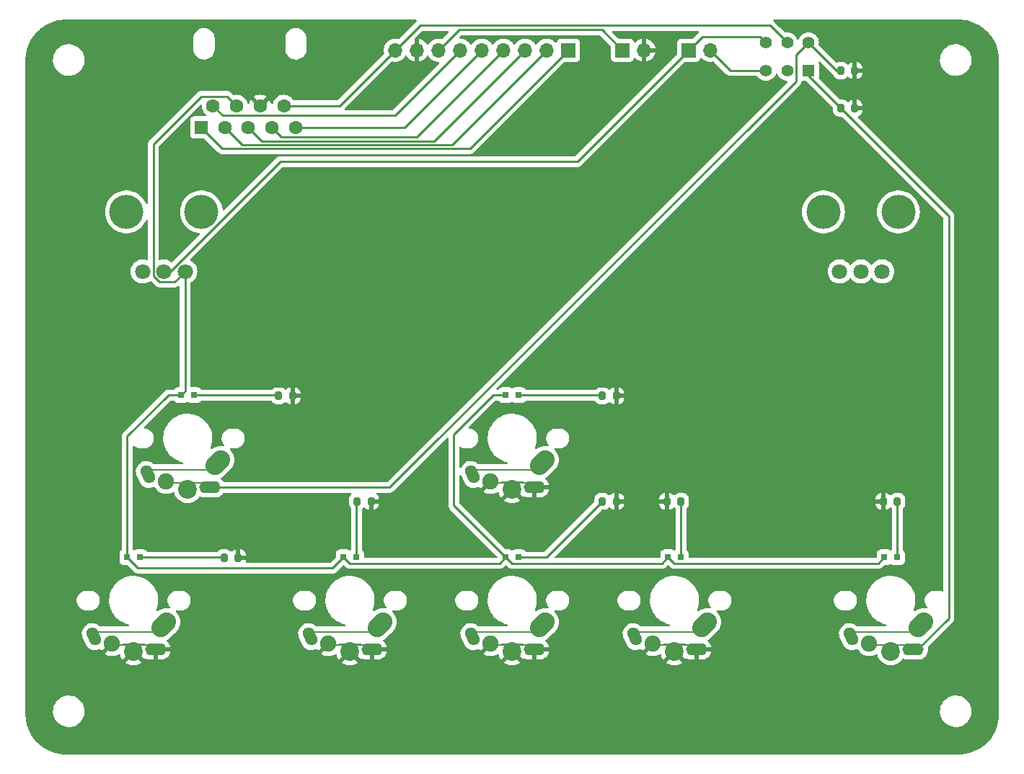
<source format=gbr>
%TF.GenerationSoftware,KiCad,Pcbnew,(7.0.0)*%
%TF.CreationDate,2023-04-17T19:04:10-07:00*%
%TF.ProjectId,JoyKeyMX,4a6f794b-6579-44d5-982e-6b696361645f,C*%
%TF.SameCoordinates,Original*%
%TF.FileFunction,Copper,L1,Top*%
%TF.FilePolarity,Positive*%
%FSLAX46Y46*%
G04 Gerber Fmt 4.6, Leading zero omitted, Abs format (unit mm)*
G04 Created by KiCad (PCBNEW (7.0.0)) date 2023-04-17 19:04:10*
%MOMM*%
%LPD*%
G01*
G04 APERTURE LIST*
G04 Aperture macros list*
%AMRoundRect*
0 Rectangle with rounded corners*
0 $1 Rounding radius*
0 $2 $3 $4 $5 $6 $7 $8 $9 X,Y pos of 4 corners*
0 Add a 4 corners polygon primitive as box body*
4,1,4,$2,$3,$4,$5,$6,$7,$8,$9,$2,$3,0*
0 Add four circle primitives for the rounded corners*
1,1,$1+$1,$2,$3*
1,1,$1+$1,$4,$5*
1,1,$1+$1,$6,$7*
1,1,$1+$1,$8,$9*
0 Add four rect primitives between the rounded corners*
20,1,$1+$1,$2,$3,$4,$5,0*
20,1,$1+$1,$4,$5,$6,$7,0*
20,1,$1+$1,$6,$7,$8,$9,0*
20,1,$1+$1,$8,$9,$2,$3,0*%
%AMHorizOval*
0 Thick line with rounded ends*
0 $1 width*
0 $2 $3 position (X,Y) of the first rounded end (center of the circle)*
0 $4 $5 position (X,Y) of the second rounded end (center of the circle)*
0 Add line between two ends*
20,1,$1,$2,$3,$4,$5,0*
0 Add two circle primitives to create the rounded ends*
1,1,$1,$2,$3*
1,1,$1,$4,$5*%
G04 Aperture macros list end*
%TA.AperFunction,ComponentPad*%
%ADD10HorizOval,1.400000X-0.169047X0.362523X0.169047X-0.362523X0*%
%TD*%
%TA.AperFunction,SMDPad,CuDef*%
%ADD11R,6.832600X0.228600*%
%TD*%
%TA.AperFunction,ComponentPad*%
%ADD12HorizOval,2.200000X-0.353553X-0.353553X0.353553X0.353553X0*%
%TD*%
%TA.AperFunction,ComponentPad*%
%ADD13C,1.900000*%
%TD*%
%TA.AperFunction,SMDPad,CuDef*%
%ADD14R,1.312000X0.254000*%
%TD*%
%TA.AperFunction,ComponentPad*%
%ADD15C,2.200000*%
%TD*%
%TA.AperFunction,SMDPad,CuDef*%
%ADD16R,1.758000X0.284000*%
%TD*%
%TA.AperFunction,ComponentPad*%
%ADD17O,2.500000X1.400000*%
%TD*%
%TA.AperFunction,SMDPad,CuDef*%
%ADD18R,0.800000X0.800000*%
%TD*%
%TA.AperFunction,SMDPad,CuDef*%
%ADD19RoundRect,0.200000X0.200000X0.275000X-0.200000X0.275000X-0.200000X-0.275000X0.200000X-0.275000X0*%
%TD*%
%TA.AperFunction,ComponentPad*%
%ADD20R,1.600000X1.600000*%
%TD*%
%TA.AperFunction,ComponentPad*%
%ADD21C,1.600000*%
%TD*%
%TA.AperFunction,ComponentPad*%
%ADD22R,1.400000X1.400000*%
%TD*%
%TA.AperFunction,ComponentPad*%
%ADD23C,1.400000*%
%TD*%
%TA.AperFunction,ComponentPad*%
%ADD24R,1.700000X1.700000*%
%TD*%
%TA.AperFunction,ComponentPad*%
%ADD25O,1.700000X1.700000*%
%TD*%
%TA.AperFunction,SMDPad,CuDef*%
%ADD26RoundRect,0.200000X-0.200000X-0.275000X0.200000X-0.275000X0.200000X0.275000X-0.200000X0.275000X0*%
%TD*%
%TA.AperFunction,WasherPad*%
%ADD27C,4.000000*%
%TD*%
%TA.AperFunction,ComponentPad*%
%ADD28C,1.800000*%
%TD*%
%TA.AperFunction,ViaPad*%
%ADD29C,0.800000*%
%TD*%
%TA.AperFunction,Conductor*%
%ADD30C,0.250000*%
%TD*%
G04 APERTURE END LIST*
D10*
%TO.P,SW7,1*%
%TO.N,4*%
X141349999Y-131249999D03*
D11*
X144830799Y-130682999D03*
D12*
X149549999Y-129869999D03*
D13*
%TO.P,SW7,2*%
%TO.N,8*%
X143510000Y-132080000D03*
D14*
X144779999Y-132206999D03*
D15*
X146050000Y-133000000D03*
D16*
X147309999Y-132191999D03*
D17*
X148649999Y-132749999D03*
D18*
%TO.P,SW7,3*%
%TO.N,Net-(R7-Pad2)*%
X146799999Y-121919999D03*
%TO.P,SW7,4*%
%TO.N,7*%
X145299999Y-121919999D03*
%TD*%
D19*
%TO.P,R6,1*%
%TO.N,8*%
X110425000Y-115350000D03*
%TO.P,R6,2*%
%TO.N,Net-(R6-Pad2)*%
X108775000Y-115350000D03*
%TD*%
D20*
%TO.P,J1,1,1*%
%TO.N,1*%
X90487499Y-71437499D03*
D21*
%TO.P,J1,2,2*%
%TO.N,2*%
X93257500Y-71437500D03*
%TO.P,J1,3,3*%
%TO.N,3*%
X96027500Y-71437500D03*
%TO.P,J1,4,4*%
%TO.N,4*%
X98797500Y-71437500D03*
%TO.P,J1,5,5*%
%TO.N,5*%
X101567500Y-71437500D03*
%TO.P,J1,6,6*%
%TO.N,6*%
X91872500Y-68897500D03*
%TO.P,J1,7,7*%
%TO.N,7*%
X94642500Y-68897500D03*
%TO.P,J1,8,8*%
%TO.N,8*%
X97412500Y-68897500D03*
%TO.P,J1,9,9*%
%TO.N,9*%
X100182500Y-68897500D03*
%TD*%
D22*
%TO.P,JP1,1,A*%
%TO.N,BTNR*%
X161799999Y-64749999D03*
D23*
%TO.P,JP1,2,B*%
%TO.N,5*%
X159300000Y-64750000D03*
%TO.P,JP1,3,C*%
%TO.N,POTR*%
X156800000Y-64750000D03*
%TO.P,JP1,4,A*%
%TO.N,BTNL*%
X161800000Y-61450000D03*
%TO.P,JP1,5,B*%
%TO.N,9*%
X159300000Y-61450000D03*
%TO.P,JP1,6,C*%
%TO.N,POTL*%
X156800000Y-61450000D03*
%TD*%
D10*
%TO.P,SW3,1*%
%TO.N,6*%
X84199999Y-112199999D03*
D11*
X87680799Y-111632999D03*
D12*
X92399999Y-110819999D03*
D13*
%TO.P,SW3,2*%
%TO.N,BTNL*%
X86360000Y-113030000D03*
D14*
X87629999Y-113156999D03*
D15*
X88900000Y-113950000D03*
D16*
X90159999Y-113141999D03*
D17*
X91499999Y-113699999D03*
D18*
%TO.P,SW3,3*%
%TO.N,Net-(R3-Pad2)*%
X89649999Y-102869999D03*
%TO.P,SW3,4*%
%TO.N,7*%
X88149999Y-102869999D03*
%TD*%
D19*
%TO.P,R1,1*%
%TO.N,8*%
X94825000Y-121950000D03*
%TO.P,R1,2*%
%TO.N,Net-(R1-Pad2)*%
X93175000Y-121950000D03*
%TD*%
D24*
%TO.P,J2,1,Pin_1*%
%TO.N,1*%
X133593999Y-62349999D03*
D25*
%TO.P,J2,2,Pin_2*%
%TO.N,2*%
X131053999Y-62349999D03*
%TO.P,J2,3,Pin_3*%
%TO.N,3*%
X128513999Y-62349999D03*
%TO.P,J2,4,Pin_4*%
%TO.N,4*%
X125973999Y-62349999D03*
%TO.P,J2,5,Pin_5*%
%TO.N,5*%
X123433999Y-62349999D03*
%TO.P,J2,6,Pin_6*%
%TO.N,6*%
X120893999Y-62349999D03*
%TO.P,J2,7,Pin_7*%
%TO.N,7*%
X118353999Y-62349999D03*
%TO.P,J2,8,Pin_8*%
%TO.N,8*%
X115813999Y-62349999D03*
%TO.P,J2,9,Pin_9*%
%TO.N,9*%
X113273999Y-62349999D03*
%TD*%
D10*
%TO.P,SW4,1*%
%TO.N,1*%
X122299999Y-112199999D03*
D11*
X125780799Y-111632999D03*
D12*
X130499999Y-110819999D03*
D13*
%TO.P,SW4,2*%
%TO.N,8*%
X124460000Y-113030000D03*
D14*
X125729999Y-113156999D03*
D15*
X127000000Y-113950000D03*
D16*
X128259999Y-113141999D03*
D17*
X129599999Y-113699999D03*
D18*
%TO.P,SW4,3*%
%TO.N,Net-(R4-Pad2)*%
X127749999Y-102869999D03*
%TO.P,SW4,4*%
%TO.N,7*%
X126249999Y-102869999D03*
%TD*%
D19*
%TO.P,R4,1*%
%TO.N,8*%
X139225000Y-102950000D03*
%TO.P,R4,2*%
%TO.N,Net-(R4-Pad2)*%
X137575000Y-102950000D03*
%TD*%
D24*
%TO.P,J3,1,Pin_1*%
%TO.N,7*%
X139924999Y-62349999D03*
D25*
%TO.P,J3,2,Pin_2*%
%TO.N,8*%
X142464999Y-62349999D03*
%TD*%
D19*
%TO.P,R5,1*%
%TO.N,8*%
X139225000Y-115350000D03*
%TO.P,R5,2*%
%TO.N,Net-(R5-Pad2)*%
X137575000Y-115350000D03*
%TD*%
D24*
%TO.P,J4,1,Pin_1*%
%TO.N,POTL*%
X147724999Y-62349999D03*
D25*
%TO.P,J4,2,Pin_2*%
%TO.N,POTR*%
X150264999Y-62349999D03*
%TD*%
D19*
%TO.P,R8,1*%
%TO.N,8*%
X167225000Y-64750000D03*
%TO.P,R8,2*%
%TO.N,BTNL*%
X165575000Y-64750000D03*
%TD*%
D10*
%TO.P,SW2,1*%
%TO.N,6*%
X166749999Y-131249999D03*
D11*
X170230799Y-130682999D03*
D12*
X174949999Y-129869999D03*
D13*
%TO.P,SW2,2*%
%TO.N,BTNR*%
X168910000Y-132080000D03*
D14*
X170179999Y-132206999D03*
D15*
X171450000Y-133000000D03*
D16*
X172709999Y-132191999D03*
D17*
X174049999Y-132749999D03*
D18*
%TO.P,SW2,3*%
%TO.N,Net-(R2-Pad2)*%
X172199999Y-121919999D03*
%TO.P,SW2,4*%
%TO.N,7*%
X170699999Y-121919999D03*
%TD*%
D26*
%TO.P,R7,1*%
%TO.N,8*%
X145175000Y-115350000D03*
%TO.P,R7,2*%
%TO.N,Net-(R7-Pad2)*%
X146825000Y-115350000D03*
%TD*%
D27*
%TO.P,RV1,*%
%TO.N,*%
X81706000Y-81346000D03*
X90506000Y-81346000D03*
D28*
%TO.P,RV1,1,1*%
%TO.N,7*%
X88606000Y-88346000D03*
%TO.P,RV1,2,2*%
%TO.N,POTL*%
X86106000Y-88346000D03*
%TO.P,RV1,3,3*%
%TO.N,unconnected-(RV1-Pad3)*%
X83606000Y-88346000D03*
%TD*%
D26*
%TO.P,R2,1*%
%TO.N,8*%
X170575000Y-115350000D03*
%TO.P,R2,2*%
%TO.N,Net-(R2-Pad2)*%
X172225000Y-115350000D03*
%TD*%
D10*
%TO.P,SW1,1*%
%TO.N,6*%
X77849999Y-131249999D03*
D11*
X81330799Y-130682999D03*
D12*
X86049999Y-129869999D03*
D13*
%TO.P,SW1,2*%
%TO.N,8*%
X80010000Y-132080000D03*
D14*
X81279999Y-132206999D03*
D15*
X82550000Y-133000000D03*
D16*
X83809999Y-132191999D03*
D17*
X85149999Y-132749999D03*
D18*
%TO.P,SW1,3*%
%TO.N,Net-(R1-Pad2)*%
X83299999Y-121919999D03*
%TO.P,SW1,4*%
%TO.N,7*%
X81799999Y-121919999D03*
%TD*%
D19*
%TO.P,R9,1*%
%TO.N,8*%
X167225000Y-69150000D03*
%TO.P,R9,2*%
%TO.N,BTNR*%
X165575000Y-69150000D03*
%TD*%
D10*
%TO.P,SW5,1*%
%TO.N,2*%
X122299999Y-131249999D03*
D11*
X125780799Y-130682999D03*
D12*
X130499999Y-129869999D03*
D13*
%TO.P,SW5,2*%
%TO.N,8*%
X124460000Y-132080000D03*
D14*
X125729999Y-132206999D03*
D15*
X127000000Y-133000000D03*
D16*
X128259999Y-132191999D03*
D17*
X129599999Y-132749999D03*
D18*
%TO.P,SW5,3*%
%TO.N,Net-(R5-Pad2)*%
X127749999Y-121919999D03*
%TO.P,SW5,4*%
%TO.N,7*%
X126249999Y-121919999D03*
%TD*%
D10*
%TO.P,SW6,1*%
%TO.N,3*%
X103249999Y-131249999D03*
D11*
X106730799Y-130682999D03*
D12*
X111449999Y-129869999D03*
D13*
%TO.P,SW6,2*%
%TO.N,8*%
X105410000Y-132080000D03*
D14*
X106679999Y-132206999D03*
D15*
X107950000Y-133000000D03*
D16*
X109209999Y-132191999D03*
D17*
X110549999Y-132749999D03*
D18*
%TO.P,SW6,3*%
%TO.N,Net-(R6-Pad2)*%
X108699999Y-121919999D03*
%TO.P,SW6,4*%
%TO.N,7*%
X107199999Y-121919999D03*
%TD*%
D19*
%TO.P,R3,1*%
%TO.N,8*%
X101225000Y-102950000D03*
%TO.P,R3,2*%
%TO.N,Net-(R3-Pad2)*%
X99575000Y-102950000D03*
%TD*%
D27*
%TO.P,RV2,*%
%TO.N,*%
X163544000Y-81346000D03*
X172344000Y-81346000D03*
D28*
%TO.P,RV2,1,1*%
%TO.N,7*%
X170444000Y-88346000D03*
%TO.P,RV2,2,2*%
%TO.N,POTR*%
X167944000Y-88346000D03*
%TO.P,RV2,3,3*%
%TO.N,unconnected-(RV2-Pad3)*%
X165444000Y-88346000D03*
%TD*%
D29*
%TO.N,8*%
X114300000Y-107696000D03*
X114300000Y-115316000D03*
X146558000Y-67056000D03*
X84836000Y-94742000D03*
X137160000Y-67056000D03*
%TD*%
D30*
%TO.N,7*%
X88606000Y-102414000D02*
X88150000Y-102870000D01*
X88606000Y-88346000D02*
X88606000Y-102414000D01*
X126250000Y-102870000D02*
X124746878Y-102870000D01*
%TO.N,1*%
X92962500Y-73912500D02*
X122031500Y-73912500D01*
X90487500Y-71437500D02*
X92962500Y-73912500D01*
X122031500Y-73912500D02*
X133594000Y-62350000D01*
%TO.N,2*%
X119941500Y-73462500D02*
X131054000Y-62350000D01*
X93257500Y-71437500D02*
X95282500Y-73462500D01*
X95282500Y-73462500D02*
X119941500Y-73462500D01*
%TO.N,3*%
X117851500Y-73012500D02*
X128514000Y-62350000D01*
X96027500Y-71437500D02*
X97602500Y-73012500D01*
X97602500Y-73012500D02*
X117851500Y-73012500D01*
%TO.N,4*%
X99922500Y-72562500D02*
X115761500Y-72562500D01*
X98797500Y-71437500D02*
X99922500Y-72562500D01*
X115761500Y-72562500D02*
X125974000Y-62350000D01*
%TO.N,5*%
X114346500Y-71437500D02*
X123434000Y-62350000D01*
X101567500Y-71437500D02*
X114346500Y-71437500D01*
%TO.N,6*%
X113221500Y-70022500D02*
X120894000Y-62350000D01*
X91872500Y-68897500D02*
X92997500Y-70022500D01*
X92997500Y-70022500D02*
X113221500Y-70022500D01*
%TO.N,7*%
X93517500Y-67772500D02*
X90469500Y-67772500D01*
X137519000Y-59944000D02*
X120760000Y-59944000D01*
X84881000Y-88853412D02*
X85598588Y-89571000D01*
X90469500Y-67772500D02*
X84881000Y-73361000D01*
X120760000Y-59944000D02*
X118354000Y-62350000D01*
X87381000Y-89571000D02*
X88606000Y-88346000D01*
X85598588Y-89571000D02*
X87381000Y-89571000D01*
X84881000Y-73361000D02*
X84881000Y-88853412D01*
X94642500Y-68897500D02*
X93517500Y-67772500D01*
X139925000Y-62350000D02*
X137519000Y-59944000D01*
%TO.N,9*%
X113274000Y-62350000D02*
X116188000Y-59436000D01*
X100182500Y-68897500D02*
X106726500Y-68897500D01*
X157286000Y-59436000D02*
X159300000Y-61450000D01*
X116188000Y-59436000D02*
X157286000Y-59436000D01*
X106726500Y-68897500D02*
X113274000Y-62350000D01*
%TO.N,BTNR*%
X161800000Y-64750000D02*
X161800000Y-65375000D01*
X161800000Y-65375000D02*
X165575000Y-69150000D01*
X178255000Y-129085000D02*
X174590000Y-132750000D01*
X165575000Y-69150000D02*
X178255000Y-81830000D01*
X174590000Y-132750000D02*
X174050000Y-132750000D01*
X178255000Y-81830000D02*
X178255000Y-129085000D01*
%TO.N,POTR*%
X152665000Y-64750000D02*
X156800000Y-64750000D01*
X150265000Y-62350000D02*
X152665000Y-64750000D01*
%TO.N,BTNL*%
X161800000Y-61450000D02*
X165100000Y-64750000D01*
X112614000Y-113700000D02*
X91500000Y-113700000D01*
X165100000Y-64750000D02*
X165575000Y-64750000D01*
X161800000Y-61450000D02*
X160325000Y-62925000D01*
X160325000Y-65989000D02*
X112614000Y-113700000D01*
X160325000Y-62925000D02*
X160325000Y-65989000D01*
%TO.N,POTL*%
X149325000Y-60750000D02*
X156100000Y-60750000D01*
X86106000Y-88346000D02*
X86873588Y-88346000D01*
X99781588Y-75438000D02*
X134637000Y-75438000D01*
X156100000Y-60750000D02*
X156800000Y-61450000D01*
X134637000Y-75438000D02*
X147725000Y-62350000D01*
X147725000Y-62350000D02*
X149325000Y-60750000D01*
X86873588Y-88346000D02*
X99781588Y-75438000D01*
%TO.N,Net-(R1-Pad2)*%
X83300000Y-121920000D02*
X93145000Y-121920000D01*
X93145000Y-121920000D02*
X93175000Y-121950000D01*
%TO.N,Net-(R2-Pad2)*%
X172200000Y-115375000D02*
X172200000Y-121920000D01*
X172225000Y-115350000D02*
X172200000Y-115375000D01*
%TO.N,Net-(R5-Pad2)*%
X127750000Y-121920000D02*
X131005000Y-121920000D01*
X131005000Y-121920000D02*
X137575000Y-115350000D01*
%TO.N,Net-(R6-Pad2)*%
X108700000Y-115425000D02*
X108700000Y-121920000D01*
X108775000Y-115350000D02*
X108700000Y-115425000D01*
%TO.N,Net-(R7-Pad2)*%
X146800000Y-115375000D02*
X146800000Y-121920000D01*
X146825000Y-115350000D02*
X146800000Y-115375000D01*
%TO.N,Net-(R3-Pad2)*%
X89650000Y-102870000D02*
X99495000Y-102870000D01*
X99495000Y-102870000D02*
X99575000Y-102950000D01*
%TO.N,Net-(R4-Pad2)*%
X137495000Y-102870000D02*
X137575000Y-102950000D01*
X127750000Y-102870000D02*
X137495000Y-102870000D01*
%TO.N,7*%
X144575000Y-122645000D02*
X145300000Y-121920000D01*
X86646878Y-102870000D02*
X81800000Y-107716878D01*
X81800000Y-121920000D02*
X83070000Y-123190000D01*
X146025000Y-122645000D02*
X169975000Y-122645000D01*
X145300000Y-121920000D02*
X146025000Y-122645000D01*
X124746878Y-102870000D02*
X120142000Y-107474878D01*
X88150000Y-102870000D02*
X86646878Y-102870000D01*
X125525000Y-122645000D02*
X126250000Y-121920000D01*
X169975000Y-122645000D02*
X170700000Y-121920000D01*
X83070000Y-123190000D02*
X105930000Y-123190000D01*
X120142000Y-107474878D02*
X120142000Y-115812000D01*
X126250000Y-121920000D02*
X126975000Y-122645000D01*
X81800000Y-107716878D02*
X81800000Y-121920000D01*
X120142000Y-115812000D02*
X126250000Y-121920000D01*
X105930000Y-123190000D02*
X107200000Y-121920000D01*
X107925000Y-122645000D02*
X125525000Y-122645000D01*
X107200000Y-121920000D02*
X107925000Y-122645000D01*
X126975000Y-122645000D02*
X144575000Y-122645000D01*
%TD*%
%TA.AperFunction,Conductor*%
%TO.N,8*%
G36*
X147389000Y-132066881D02*
G01*
X147435119Y-132113000D01*
X147452000Y-132176000D01*
X147452000Y-132208000D01*
X147435119Y-132271000D01*
X147389000Y-132317119D01*
X147326000Y-132334000D01*
X144779000Y-132334000D01*
X144716000Y-132317119D01*
X144669881Y-132271000D01*
X144653000Y-132208000D01*
X144653000Y-132206000D01*
X144669881Y-132143000D01*
X144716000Y-132096881D01*
X144779000Y-132080000D01*
X145866410Y-132080000D01*
X145889695Y-132073760D01*
X145910901Y-132059591D01*
X145959119Y-132050000D01*
X147326000Y-132050000D01*
X147389000Y-132066881D01*
G37*
%TD.AperFunction*%
%TA.AperFunction,Conductor*%
G36*
X128339000Y-132066881D02*
G01*
X128385119Y-132113000D01*
X128402000Y-132176000D01*
X128402000Y-132208000D01*
X128385119Y-132271000D01*
X128339000Y-132317119D01*
X128276000Y-132334000D01*
X125729000Y-132334000D01*
X125666000Y-132317119D01*
X125619881Y-132271000D01*
X125603000Y-132208000D01*
X125603000Y-132206000D01*
X125619881Y-132143000D01*
X125666000Y-132096881D01*
X125729000Y-132080000D01*
X126816410Y-132080000D01*
X126839695Y-132073760D01*
X126860901Y-132059591D01*
X126909119Y-132050000D01*
X128276000Y-132050000D01*
X128339000Y-132066881D01*
G37*
%TD.AperFunction*%
%TA.AperFunction,Conductor*%
G36*
X109289000Y-132066881D02*
G01*
X109335119Y-132113000D01*
X109352000Y-132176000D01*
X109352000Y-132208000D01*
X109335119Y-132271000D01*
X109289000Y-132317119D01*
X109226000Y-132334000D01*
X106679000Y-132334000D01*
X106616000Y-132317119D01*
X106569881Y-132271000D01*
X106553000Y-132208000D01*
X106553000Y-132206000D01*
X106569881Y-132143000D01*
X106616000Y-132096881D01*
X106679000Y-132080000D01*
X107766410Y-132080000D01*
X107789695Y-132073760D01*
X107810901Y-132059591D01*
X107859119Y-132050000D01*
X109226000Y-132050000D01*
X109289000Y-132066881D01*
G37*
%TD.AperFunction*%
%TA.AperFunction,Conductor*%
G36*
X83889000Y-132066881D02*
G01*
X83935119Y-132113000D01*
X83952000Y-132176000D01*
X83952000Y-132208000D01*
X83935119Y-132271000D01*
X83889000Y-132317119D01*
X83826000Y-132334000D01*
X81279000Y-132334000D01*
X81216000Y-132317119D01*
X81169881Y-132271000D01*
X81153000Y-132208000D01*
X81153000Y-132206000D01*
X81169881Y-132143000D01*
X81216000Y-132096881D01*
X81279000Y-132080000D01*
X82366410Y-132080000D01*
X82389695Y-132073760D01*
X82410901Y-132059591D01*
X82459119Y-132050000D01*
X83826000Y-132050000D01*
X83889000Y-132066881D01*
G37*
%TD.AperFunction*%
%TA.AperFunction,Conductor*%
G36*
X115743851Y-58753585D02*
G01*
X115789535Y-58796484D01*
X115808902Y-58856084D01*
X115797162Y-58917643D01*
X115762380Y-58959690D01*
X115763085Y-58960441D01*
X115757301Y-58965871D01*
X115750893Y-58970528D01*
X115745846Y-58976628D01*
X115745838Y-58976636D01*
X115722710Y-59004593D01*
X115714723Y-59013370D01*
X113731439Y-60996654D01*
X113675790Y-61029039D01*
X113611956Y-61029696D01*
X113608635Y-61028556D01*
X113603501Y-61027699D01*
X113603500Y-61027699D01*
X113391706Y-60992357D01*
X113391703Y-60992356D01*
X113386569Y-60991500D01*
X113161431Y-60991500D01*
X113156297Y-60992356D01*
X113156293Y-60992357D01*
X112944504Y-61027698D01*
X112944498Y-61027699D01*
X112939365Y-61028556D01*
X112934443Y-61030245D01*
X112934434Y-61030248D01*
X112731357Y-61099964D01*
X112731344Y-61099969D01*
X112726426Y-61101658D01*
X112721847Y-61104135D01*
X112721840Y-61104139D01*
X112533005Y-61206331D01*
X112532997Y-61206336D01*
X112528424Y-61208811D01*
X112524313Y-61212010D01*
X112524311Y-61212012D01*
X112354878Y-61343888D01*
X112354872Y-61343893D01*
X112350760Y-61347094D01*
X112347237Y-61350919D01*
X112347227Y-61350930D01*
X112201806Y-61508899D01*
X112201802Y-61508902D01*
X112198278Y-61512732D01*
X112195430Y-61517090D01*
X112195427Y-61517095D01*
X112077992Y-61696843D01*
X112075140Y-61701209D01*
X112073048Y-61705978D01*
X112073046Y-61705982D01*
X111986799Y-61902606D01*
X111986796Y-61902614D01*
X111984704Y-61907384D01*
X111983423Y-61912440D01*
X111983422Y-61912445D01*
X111953556Y-62030384D01*
X111929436Y-62125632D01*
X111929006Y-62130820D01*
X111929005Y-62130827D01*
X111918802Y-62253963D01*
X111910844Y-62350000D01*
X111911274Y-62355189D01*
X111929005Y-62569172D01*
X111929005Y-62569177D01*
X111929436Y-62574368D01*
X111946677Y-62642453D01*
X111957182Y-62683934D01*
X111956517Y-62748314D01*
X111924133Y-62803960D01*
X106501000Y-68227095D01*
X106460123Y-68254409D01*
X106411905Y-68264000D01*
X101401894Y-68264000D01*
X101343714Y-68249763D01*
X101298681Y-68210271D01*
X101258639Y-68153086D01*
X101188698Y-68053200D01*
X101026800Y-67891302D01*
X100911729Y-67810728D01*
X100843757Y-67763133D01*
X100843752Y-67763130D01*
X100839249Y-67759977D01*
X100631743Y-67663216D01*
X100410587Y-67603957D01*
X100405111Y-67603477D01*
X100405106Y-67603477D01*
X100187975Y-67584481D01*
X100182500Y-67584002D01*
X100177025Y-67584481D01*
X99959893Y-67603477D01*
X99959886Y-67603478D01*
X99954413Y-67603957D01*
X99949099Y-67605380D01*
X99949098Y-67605381D01*
X99738567Y-67661793D01*
X99738565Y-67661793D01*
X99733257Y-67663216D01*
X99728279Y-67665536D01*
X99728274Y-67665539D01*
X99530738Y-67757651D01*
X99530733Y-67757653D01*
X99525751Y-67759977D01*
X99521252Y-67763127D01*
X99521242Y-67763133D01*
X99342711Y-67888143D01*
X99342708Y-67888145D01*
X99338200Y-67891302D01*
X99334308Y-67895193D01*
X99334302Y-67895199D01*
X99180199Y-68049302D01*
X99180193Y-68049308D01*
X99176302Y-68053200D01*
X99173145Y-68057708D01*
X99173143Y-68057711D01*
X99048133Y-68236242D01*
X99048127Y-68236252D01*
X99044977Y-68240751D01*
X99042653Y-68245733D01*
X99042651Y-68245738D01*
X98950539Y-68443274D01*
X98950536Y-68443279D01*
X98948216Y-68448257D01*
X98946794Y-68453560D01*
X98946790Y-68453574D01*
X98918947Y-68557485D01*
X98886336Y-68613969D01*
X98829852Y-68646580D01*
X98764629Y-68646580D01*
X98708145Y-68613968D01*
X98675534Y-68557484D01*
X98647735Y-68453738D01*
X98643989Y-68443446D01*
X98551910Y-68245982D01*
X98546433Y-68236496D01*
X98507514Y-68180914D01*
X98499271Y-68173360D01*
X98489838Y-68179370D01*
X97501594Y-69167614D01*
X97445110Y-69200226D01*
X97379888Y-69200226D01*
X97323404Y-69167614D01*
X96335159Y-68179369D01*
X96325727Y-68173360D01*
X96317485Y-68180913D01*
X96278567Y-68236495D01*
X96273087Y-68245985D01*
X96181010Y-68443446D01*
X96177261Y-68453746D01*
X96149464Y-68557485D01*
X96116853Y-68613969D01*
X96060369Y-68646580D01*
X95995146Y-68646580D01*
X95938662Y-68613968D01*
X95906051Y-68557484D01*
X95900212Y-68535691D01*
X95876784Y-68448257D01*
X95780023Y-68240751D01*
X95767150Y-68222367D01*
X95734308Y-68175464D01*
X95648698Y-68053200D01*
X95486800Y-67891302D01*
X95371729Y-67810728D01*
X95371728Y-67810727D01*
X96688360Y-67810727D01*
X96694369Y-67820159D01*
X97400770Y-68526560D01*
X97412499Y-68533332D01*
X97424230Y-68526559D01*
X98130632Y-67820156D01*
X98136638Y-67810728D01*
X98129086Y-67802485D01*
X98073502Y-67763566D01*
X98064013Y-67758087D01*
X97866553Y-67666010D01*
X97856261Y-67662264D01*
X97645812Y-67605874D01*
X97635019Y-67603971D01*
X97417975Y-67584983D01*
X97407025Y-67584983D01*
X97189980Y-67603971D01*
X97179187Y-67605874D01*
X96968738Y-67662264D01*
X96958446Y-67666010D01*
X96760985Y-67758087D01*
X96751495Y-67763567D01*
X96695913Y-67802485D01*
X96688360Y-67810727D01*
X95371728Y-67810727D01*
X95303757Y-67763133D01*
X95303752Y-67763130D01*
X95299249Y-67759977D01*
X95091743Y-67663216D01*
X94870587Y-67603957D01*
X94865111Y-67603477D01*
X94865106Y-67603477D01*
X94647975Y-67584481D01*
X94642500Y-67584002D01*
X94637025Y-67584481D01*
X94419893Y-67603477D01*
X94419886Y-67603478D01*
X94414413Y-67603957D01*
X94409107Y-67605378D01*
X94409094Y-67605381D01*
X94350957Y-67620959D01*
X94285735Y-67620958D01*
X94229252Y-67588347D01*
X94021146Y-67380241D01*
X94013612Y-67371963D01*
X94009500Y-67365482D01*
X93959848Y-67318856D01*
X93957006Y-67316101D01*
X93940074Y-67299169D01*
X93940073Y-67299168D01*
X93937270Y-67296365D01*
X93934075Y-67293886D01*
X93925054Y-67286182D01*
X93898597Y-67261338D01*
X93892821Y-67255914D01*
X93885877Y-67252096D01*
X93885871Y-67252092D01*
X93875066Y-67246152D01*
X93858547Y-67235301D01*
X93842541Y-67222886D01*
X93835266Y-67219738D01*
X93835263Y-67219736D01*
X93801966Y-67205328D01*
X93791304Y-67200105D01*
X93759507Y-67182624D01*
X93759505Y-67182623D01*
X93752560Y-67178805D01*
X93744883Y-67176834D01*
X93744881Y-67176833D01*
X93732938Y-67173767D01*
X93714234Y-67167363D01*
X93702920Y-67162467D01*
X93702918Y-67162466D01*
X93695645Y-67159319D01*
X93687819Y-67158079D01*
X93687818Y-67158079D01*
X93651975Y-67152402D01*
X93640359Y-67149996D01*
X93597530Y-67139000D01*
X93589601Y-67139000D01*
X93577276Y-67139000D01*
X93557565Y-67137449D01*
X93545385Y-67135519D01*
X93545378Y-67135518D01*
X93537557Y-67134280D01*
X93529673Y-67135025D01*
X93529665Y-67135025D01*
X93493539Y-67138441D01*
X93481681Y-67139000D01*
X90548263Y-67139000D01*
X90537079Y-67138472D01*
X90529591Y-67136799D01*
X90521676Y-67137047D01*
X90521668Y-67137047D01*
X90461533Y-67138938D01*
X90457575Y-67139000D01*
X90429644Y-67139000D01*
X90425732Y-67139493D01*
X90425699Y-67139496D01*
X90425601Y-67139509D01*
X90413800Y-67140437D01*
X90377530Y-67141577D01*
X90377522Y-67141578D01*
X90369610Y-67141827D01*
X90362004Y-67144036D01*
X90362001Y-67144037D01*
X90350155Y-67147479D01*
X90330806Y-67151486D01*
X90323734Y-67152379D01*
X90310703Y-67154026D01*
X90303344Y-67156939D01*
X90303334Y-67156942D01*
X90269582Y-67170305D01*
X90258360Y-67174147D01*
X90223514Y-67184271D01*
X90223510Y-67184272D01*
X90215906Y-67186482D01*
X90209085Y-67190515D01*
X90209082Y-67190517D01*
X90198468Y-67196794D01*
X90180718Y-67205490D01*
X90169256Y-67210028D01*
X90169251Y-67210030D01*
X90161883Y-67212948D01*
X90155474Y-67217604D01*
X90155469Y-67217607D01*
X90126115Y-67238934D01*
X90116197Y-67245448D01*
X90084964Y-67263919D01*
X90084956Y-67263925D01*
X90078137Y-67267958D01*
X90072535Y-67273558D01*
X90072528Y-67273565D01*
X90063804Y-67282289D01*
X90048782Y-67295118D01*
X90038811Y-67302363D01*
X90038802Y-67302371D01*
X90032393Y-67307028D01*
X90027346Y-67313128D01*
X90027338Y-67313136D01*
X90004210Y-67341093D01*
X89996223Y-67349870D01*
X84488742Y-72857351D01*
X84480459Y-72864888D01*
X84473982Y-72869000D01*
X84468563Y-72874769D01*
X84468555Y-72874777D01*
X84427370Y-72918635D01*
X84424621Y-72921472D01*
X84407667Y-72938427D01*
X84407660Y-72938434D01*
X84404865Y-72941230D01*
X84402442Y-72944352D01*
X84402426Y-72944371D01*
X84402365Y-72944451D01*
X84394690Y-72953435D01*
X84369838Y-72979902D01*
X84369835Y-72979904D01*
X84364414Y-72985679D01*
X84360600Y-72992614D01*
X84360592Y-72992627D01*
X84354650Y-73003436D01*
X84343803Y-73019949D01*
X84336243Y-73029695D01*
X84336237Y-73029704D01*
X84331386Y-73035959D01*
X84328242Y-73043223D01*
X84328238Y-73043231D01*
X84313824Y-73076540D01*
X84308604Y-73087195D01*
X84291125Y-73118989D01*
X84291121Y-73118997D01*
X84287305Y-73125940D01*
X84285333Y-73133616D01*
X84285331Y-73133624D01*
X84282266Y-73145562D01*
X84275865Y-73164259D01*
X84270968Y-73175576D01*
X84270966Y-73175581D01*
X84267819Y-73182855D01*
X84266579Y-73190680D01*
X84266577Y-73190689D01*
X84260901Y-73226524D01*
X84258495Y-73238144D01*
X84249471Y-73273289D01*
X84249469Y-73273297D01*
X84247500Y-73280970D01*
X84247500Y-73288899D01*
X84247500Y-73301224D01*
X84245949Y-73320935D01*
X84244019Y-73333114D01*
X84244018Y-73333121D01*
X84242780Y-73340943D01*
X84243525Y-73348826D01*
X84243525Y-73348834D01*
X84246941Y-73384961D01*
X84247500Y-73396819D01*
X84247500Y-80291721D01*
X84229548Y-80356540D01*
X84180809Y-80402890D01*
X84115169Y-80417562D01*
X84051334Y-80396376D01*
X84007492Y-80345369D01*
X83910249Y-80138717D01*
X83908562Y-80135131D01*
X83739432Y-79868625D01*
X83538233Y-79625418D01*
X83308140Y-79409346D01*
X83304936Y-79407018D01*
X83055981Y-79226142D01*
X83055976Y-79226139D01*
X83052779Y-79223816D01*
X83049307Y-79221907D01*
X82779647Y-79073659D01*
X82779639Y-79073655D01*
X82776179Y-79071753D01*
X82756840Y-79064096D01*
X82486371Y-78957009D01*
X82486361Y-78957005D01*
X82482702Y-78955557D01*
X82453280Y-78948002D01*
X82180810Y-78878044D01*
X82180800Y-78878042D01*
X82176975Y-78877060D01*
X82173051Y-78876564D01*
X82173039Y-78876562D01*
X81867752Y-78837996D01*
X81867742Y-78837995D01*
X81863821Y-78837500D01*
X81548179Y-78837500D01*
X81544258Y-78837995D01*
X81544247Y-78837996D01*
X81238960Y-78876562D01*
X81238946Y-78876564D01*
X81235025Y-78877060D01*
X81231202Y-78878041D01*
X81231189Y-78878044D01*
X80933118Y-78954576D01*
X80933115Y-78954576D01*
X80929298Y-78955557D01*
X80925642Y-78957004D01*
X80925628Y-78957009D01*
X80639495Y-79070298D01*
X80639490Y-79070300D01*
X80635821Y-79071753D01*
X80632366Y-79073652D01*
X80632352Y-79073659D01*
X80362692Y-79221907D01*
X80362682Y-79221912D01*
X80359221Y-79223816D01*
X80356030Y-79226134D01*
X80356018Y-79226142D01*
X80107063Y-79407018D01*
X80107054Y-79407025D01*
X80103860Y-79409346D01*
X80100982Y-79412048D01*
X80100973Y-79412056D01*
X79876658Y-79622703D01*
X79873767Y-79625418D01*
X79871243Y-79628468D01*
X79871242Y-79628470D01*
X79675092Y-79865573D01*
X79675085Y-79865581D01*
X79672568Y-79868625D01*
X79670449Y-79871963D01*
X79670441Y-79871975D01*
X79505562Y-80131783D01*
X79505557Y-80131791D01*
X79503438Y-80135131D01*
X79501753Y-80138709D01*
X79501750Y-80138717D01*
X79370733Y-80417143D01*
X79370728Y-80417153D01*
X79369044Y-80420734D01*
X79367820Y-80424500D01*
X79367818Y-80424506D01*
X79272731Y-80717151D01*
X79272726Y-80717168D01*
X79271505Y-80720928D01*
X79270764Y-80724812D01*
X79270760Y-80724828D01*
X79213102Y-81027081D01*
X79213100Y-81027093D01*
X79212359Y-81030980D01*
X79212110Y-81034930D01*
X79212109Y-81034942D01*
X79205300Y-81143179D01*
X79192540Y-81346000D01*
X79192789Y-81349958D01*
X79212109Y-81657057D01*
X79212110Y-81657067D01*
X79212359Y-81661020D01*
X79213100Y-81664908D01*
X79213102Y-81664918D01*
X79270760Y-81967171D01*
X79270763Y-81967183D01*
X79271505Y-81971072D01*
X79272727Y-81974834D01*
X79272731Y-81974848D01*
X79312219Y-82096377D01*
X79369044Y-82271266D01*
X79370731Y-82274851D01*
X79370733Y-82274856D01*
X79501750Y-82553282D01*
X79503438Y-82556869D01*
X79672568Y-82823375D01*
X79873767Y-83066582D01*
X80103860Y-83282654D01*
X80359221Y-83468184D01*
X80635821Y-83620247D01*
X80929298Y-83736443D01*
X81235025Y-83814940D01*
X81548179Y-83854500D01*
X81859862Y-83854500D01*
X81863821Y-83854500D01*
X82176975Y-83814940D01*
X82482702Y-83736443D01*
X82776179Y-83620247D01*
X83052779Y-83468184D01*
X83308140Y-83282654D01*
X83538233Y-83066582D01*
X83739432Y-82823375D01*
X83908562Y-82556869D01*
X84007492Y-82346630D01*
X84051334Y-82295624D01*
X84115169Y-82274438D01*
X84180809Y-82289110D01*
X84229548Y-82335460D01*
X84247500Y-82400279D01*
X84247500Y-86900565D01*
X84233529Y-86958231D01*
X84194716Y-87003110D01*
X84139666Y-87025249D01*
X84080588Y-87019738D01*
X83957881Y-86977612D01*
X83957875Y-86977610D01*
X83952951Y-86975920D01*
X83947814Y-86975062D01*
X83947811Y-86975062D01*
X83727849Y-86938357D01*
X83727846Y-86938356D01*
X83722712Y-86937500D01*
X83489288Y-86937500D01*
X83484154Y-86938356D01*
X83484150Y-86938357D01*
X83264188Y-86975062D01*
X83264182Y-86975063D01*
X83259049Y-86975920D01*
X83254127Y-86977609D01*
X83254118Y-86977612D01*
X83043205Y-87050019D01*
X83043196Y-87050022D01*
X83038273Y-87051713D01*
X83033694Y-87054190D01*
X83033687Y-87054194D01*
X82837564Y-87160330D01*
X82837556Y-87160335D01*
X82832983Y-87162810D01*
X82828877Y-87166005D01*
X82828869Y-87166011D01*
X82652898Y-87302976D01*
X82652892Y-87302981D01*
X82648780Y-87306182D01*
X82645258Y-87310007D01*
X82645247Y-87310018D01*
X82494214Y-87474084D01*
X82494211Y-87474087D01*
X82490686Y-87477917D01*
X82487838Y-87482275D01*
X82487835Y-87482280D01*
X82424188Y-87579700D01*
X82363016Y-87673331D01*
X82360923Y-87678101D01*
X82360921Y-87678106D01*
X82271344Y-87882320D01*
X82271341Y-87882326D01*
X82269251Y-87887093D01*
X82267973Y-87892137D01*
X82267971Y-87892145D01*
X82213230Y-88108315D01*
X82211949Y-88113374D01*
X82211519Y-88118562D01*
X82211518Y-88118569D01*
X82193961Y-88330446D01*
X82192673Y-88346000D01*
X82211949Y-88578626D01*
X82269251Y-88804907D01*
X82363016Y-89018669D01*
X82490686Y-89214083D01*
X82494214Y-89217915D01*
X82645247Y-89381981D01*
X82645252Y-89381985D01*
X82648780Y-89385818D01*
X82832983Y-89529190D01*
X83038273Y-89640287D01*
X83259049Y-89716080D01*
X83489288Y-89754500D01*
X83717501Y-89754500D01*
X83722712Y-89754500D01*
X83952951Y-89716080D01*
X84173727Y-89640287D01*
X84379017Y-89529190D01*
X84449704Y-89474170D01*
X84504646Y-89449618D01*
X84564708Y-89453347D01*
X84616191Y-89484507D01*
X85094930Y-89963246D01*
X85102472Y-89971533D01*
X85106588Y-89978018D01*
X85112367Y-89983444D01*
X85112368Y-89983446D01*
X85156255Y-90024658D01*
X85159096Y-90027412D01*
X85178819Y-90047135D01*
X85181947Y-90049561D01*
X85181948Y-90049562D01*
X85182002Y-90049604D01*
X85191034Y-90057317D01*
X85223267Y-90087586D01*
X85230212Y-90091404D01*
X85241018Y-90097345D01*
X85257544Y-90108201D01*
X85267278Y-90115751D01*
X85267280Y-90115752D01*
X85273548Y-90120614D01*
X85314118Y-90138170D01*
X85324774Y-90143390D01*
X85356581Y-90160876D01*
X85363528Y-90164695D01*
X85383154Y-90169734D01*
X85401847Y-90176134D01*
X85420443Y-90184181D01*
X85428274Y-90185421D01*
X85428277Y-90185422D01*
X85444716Y-90188025D01*
X85464113Y-90191097D01*
X85475713Y-90193498D01*
X85518558Y-90204500D01*
X85538812Y-90204500D01*
X85558522Y-90206050D01*
X85578531Y-90209220D01*
X85622549Y-90205058D01*
X85634407Y-90204500D01*
X87302233Y-90204500D01*
X87313416Y-90205027D01*
X87320909Y-90206702D01*
X87388985Y-90204562D01*
X87392945Y-90204500D01*
X87416894Y-90204500D01*
X87420856Y-90204500D01*
X87424856Y-90203994D01*
X87436699Y-90203061D01*
X87480889Y-90201673D01*
X87500333Y-90196023D01*
X87519702Y-90192012D01*
X87539797Y-90189474D01*
X87580915Y-90173193D01*
X87592117Y-90169357D01*
X87634593Y-90157018D01*
X87652039Y-90146699D01*
X87669769Y-90138013D01*
X87688617Y-90130552D01*
X87724387Y-90104561D01*
X87734298Y-90098051D01*
X87772362Y-90075542D01*
X87772525Y-90075378D01*
X87833655Y-90050895D01*
X87901931Y-90063087D01*
X87953412Y-90109562D01*
X87972500Y-90176239D01*
X87972500Y-101835500D01*
X87955619Y-101898500D01*
X87909500Y-101944619D01*
X87846500Y-101961500D01*
X87701362Y-101961500D01*
X87698015Y-101961859D01*
X87698011Y-101961860D01*
X87648632Y-101967168D01*
X87648625Y-101967169D01*
X87640799Y-101968011D01*
X87633423Y-101970761D01*
X87633419Y-101970763D01*
X87512236Y-102015962D01*
X87512230Y-102015965D01*
X87503796Y-102019111D01*
X87496588Y-102024506D01*
X87496582Y-102024510D01*
X87393950Y-102101340D01*
X87393946Y-102101343D01*
X87386739Y-102106739D01*
X87381343Y-102113946D01*
X87381340Y-102113950D01*
X87327398Y-102186009D01*
X87282930Y-102223172D01*
X87226530Y-102236500D01*
X86725646Y-102236500D01*
X86714462Y-102235972D01*
X86706970Y-102234298D01*
X86699044Y-102234547D01*
X86638880Y-102236438D01*
X86634922Y-102236500D01*
X86607022Y-102236500D01*
X86603097Y-102236995D01*
X86603076Y-102236997D01*
X86603002Y-102237007D01*
X86591191Y-102237936D01*
X86554913Y-102239076D01*
X86554905Y-102239077D01*
X86546989Y-102239326D01*
X86539375Y-102241537D01*
X86539373Y-102241538D01*
X86527527Y-102244979D01*
X86508181Y-102248986D01*
X86495938Y-102250533D01*
X86495936Y-102250533D01*
X86488081Y-102251526D01*
X86480721Y-102254439D01*
X86480716Y-102254441D01*
X86446971Y-102267801D01*
X86435749Y-102271643D01*
X86400896Y-102281769D01*
X86400891Y-102281770D01*
X86393285Y-102283981D01*
X86386465Y-102288013D01*
X86386463Y-102288015D01*
X86375841Y-102294297D01*
X86358092Y-102302991D01*
X86346638Y-102307526D01*
X86346630Y-102307529D01*
X86339261Y-102310448D01*
X86332846Y-102315107D01*
X86332845Y-102315109D01*
X86303491Y-102336435D01*
X86293577Y-102342947D01*
X86262338Y-102361423D01*
X86262336Y-102361424D01*
X86255516Y-102365458D01*
X86249917Y-102371055D01*
X86249910Y-102371062D01*
X86241186Y-102379786D01*
X86226165Y-102392615D01*
X86216185Y-102399866D01*
X86216176Y-102399873D01*
X86209771Y-102404528D01*
X86204723Y-102410628D01*
X86204714Y-102410638D01*
X86181578Y-102438604D01*
X86173591Y-102447381D01*
X81407742Y-107213229D01*
X81399459Y-107220766D01*
X81392982Y-107224878D01*
X81387563Y-107230647D01*
X81387555Y-107230655D01*
X81346370Y-107274513D01*
X81343621Y-107277350D01*
X81326667Y-107294305D01*
X81326660Y-107294312D01*
X81323865Y-107297108D01*
X81321442Y-107300230D01*
X81321426Y-107300249D01*
X81321365Y-107300329D01*
X81313690Y-107309313D01*
X81288838Y-107335780D01*
X81288835Y-107335782D01*
X81283414Y-107341557D01*
X81279600Y-107348492D01*
X81279592Y-107348505D01*
X81273650Y-107359314D01*
X81262803Y-107375827D01*
X81255243Y-107385573D01*
X81255237Y-107385582D01*
X81250386Y-107391837D01*
X81247242Y-107399101D01*
X81247238Y-107399109D01*
X81232824Y-107432418D01*
X81227604Y-107443073D01*
X81210125Y-107474867D01*
X81210121Y-107474875D01*
X81206305Y-107481818D01*
X81204333Y-107489494D01*
X81204331Y-107489502D01*
X81201266Y-107501440D01*
X81194865Y-107520137D01*
X81189968Y-107531454D01*
X81189966Y-107531459D01*
X81186819Y-107538733D01*
X81185579Y-107546558D01*
X81185577Y-107546567D01*
X81179901Y-107582402D01*
X81177495Y-107594022D01*
X81168471Y-107629167D01*
X81168469Y-107629175D01*
X81166500Y-107636848D01*
X81166500Y-107644777D01*
X81166500Y-107657102D01*
X81164949Y-107676813D01*
X81163019Y-107688992D01*
X81163018Y-107688999D01*
X81161780Y-107696821D01*
X81162525Y-107704704D01*
X81162525Y-107704712D01*
X81165941Y-107740839D01*
X81166500Y-107752697D01*
X81166500Y-120996530D01*
X81153172Y-121052930D01*
X81116009Y-121097398D01*
X81043950Y-121151340D01*
X81043946Y-121151343D01*
X81036739Y-121156739D01*
X81031343Y-121163946D01*
X81031340Y-121163950D01*
X80954510Y-121266582D01*
X80954506Y-121266588D01*
X80949111Y-121273796D01*
X80945965Y-121282230D01*
X80945962Y-121282236D01*
X80900763Y-121403419D01*
X80900761Y-121403423D01*
X80898011Y-121410799D01*
X80897169Y-121418625D01*
X80897168Y-121418632D01*
X80891860Y-121468011D01*
X80891500Y-121471362D01*
X80891500Y-122368638D01*
X80891859Y-122371985D01*
X80891860Y-122371988D01*
X80897168Y-122421367D01*
X80897169Y-122421373D01*
X80898011Y-122429201D01*
X80900762Y-122436578D01*
X80900763Y-122436580D01*
X80945962Y-122557763D01*
X80945964Y-122557766D01*
X80949111Y-122566204D01*
X80954508Y-122573414D01*
X80954510Y-122573417D01*
X81031340Y-122676049D01*
X81036739Y-122683261D01*
X81153796Y-122770889D01*
X81290799Y-122821989D01*
X81351362Y-122828500D01*
X81760406Y-122828500D01*
X81808624Y-122838091D01*
X81849501Y-122865405D01*
X82566342Y-123582246D01*
X82573884Y-123590533D01*
X82578000Y-123597018D01*
X82583779Y-123602444D01*
X82583780Y-123602446D01*
X82627667Y-123643658D01*
X82630509Y-123646413D01*
X82650230Y-123666134D01*
X82653414Y-123668604D01*
X82662437Y-123676309D01*
X82694679Y-123706586D01*
X82701628Y-123710406D01*
X82712429Y-123716344D01*
X82728959Y-123727202D01*
X82738694Y-123734754D01*
X82738697Y-123734756D01*
X82744959Y-123739613D01*
X82785536Y-123757172D01*
X82796171Y-123762381D01*
X82834940Y-123783695D01*
X82854566Y-123788734D01*
X82873259Y-123795134D01*
X82891855Y-123803181D01*
X82899686Y-123804421D01*
X82899689Y-123804422D01*
X82916128Y-123807025D01*
X82935525Y-123810097D01*
X82947125Y-123812498D01*
X82989970Y-123823500D01*
X83010224Y-123823500D01*
X83029934Y-123825050D01*
X83049943Y-123828220D01*
X83093961Y-123824058D01*
X83105819Y-123823500D01*
X105851233Y-123823500D01*
X105862416Y-123824027D01*
X105869909Y-123825702D01*
X105937985Y-123823562D01*
X105941945Y-123823500D01*
X105965894Y-123823500D01*
X105969856Y-123823500D01*
X105973856Y-123822994D01*
X105985699Y-123822061D01*
X106029889Y-123820673D01*
X106049333Y-123815023D01*
X106068702Y-123811012D01*
X106088797Y-123808474D01*
X106129915Y-123792193D01*
X106141117Y-123788357D01*
X106183593Y-123776018D01*
X106201039Y-123765699D01*
X106218769Y-123757013D01*
X106237617Y-123749552D01*
X106273387Y-123723561D01*
X106283298Y-123717051D01*
X106321362Y-123694542D01*
X106335688Y-123680215D01*
X106350717Y-123667378D01*
X106367107Y-123655472D01*
X106395298Y-123621393D01*
X106403268Y-123612634D01*
X107110906Y-122904997D01*
X107167388Y-122872388D01*
X107232610Y-122872388D01*
X107289094Y-122904999D01*
X107421351Y-123037255D01*
X107428888Y-123045538D01*
X107433000Y-123052018D01*
X107438778Y-123057444D01*
X107438779Y-123057445D01*
X107482651Y-123098643D01*
X107485493Y-123101398D01*
X107505230Y-123121135D01*
X107508360Y-123123563D01*
X107508432Y-123123619D01*
X107517440Y-123131313D01*
X107549679Y-123161586D01*
X107556627Y-123165405D01*
X107556629Y-123165407D01*
X107567426Y-123171343D01*
X107583950Y-123182197D01*
X107593694Y-123189755D01*
X107593697Y-123189757D01*
X107599959Y-123194614D01*
X107629660Y-123207466D01*
X107640535Y-123212172D01*
X107651200Y-123217397D01*
X107689940Y-123238695D01*
X107709560Y-123243732D01*
X107728252Y-123250130D01*
X107746855Y-123258181D01*
X107790525Y-123265097D01*
X107802125Y-123267498D01*
X107844970Y-123278500D01*
X107865224Y-123278500D01*
X107884934Y-123280050D01*
X107904943Y-123283220D01*
X107948961Y-123279058D01*
X107960819Y-123278500D01*
X125446233Y-123278500D01*
X125457416Y-123279027D01*
X125464909Y-123280702D01*
X125532985Y-123278562D01*
X125536945Y-123278500D01*
X125560894Y-123278500D01*
X125564856Y-123278500D01*
X125568856Y-123277994D01*
X125580699Y-123277061D01*
X125624889Y-123275673D01*
X125644333Y-123270023D01*
X125663702Y-123266012D01*
X125683797Y-123263474D01*
X125724915Y-123247193D01*
X125736117Y-123243357D01*
X125778593Y-123231018D01*
X125796039Y-123220699D01*
X125813769Y-123212013D01*
X125832617Y-123204552D01*
X125868387Y-123178561D01*
X125878298Y-123172051D01*
X125916362Y-123149542D01*
X125930688Y-123135215D01*
X125945717Y-123122378D01*
X125962107Y-123110472D01*
X125990298Y-123076393D01*
X125998268Y-123067634D01*
X126160905Y-122904998D01*
X126217388Y-122872388D01*
X126282610Y-122872388D01*
X126339094Y-122904999D01*
X126471351Y-123037255D01*
X126478888Y-123045538D01*
X126483000Y-123052018D01*
X126488778Y-123057444D01*
X126488779Y-123057445D01*
X126532651Y-123098643D01*
X126535493Y-123101398D01*
X126555230Y-123121135D01*
X126558360Y-123123563D01*
X126558432Y-123123619D01*
X126567440Y-123131313D01*
X126599679Y-123161586D01*
X126606627Y-123165405D01*
X126606629Y-123165407D01*
X126617426Y-123171343D01*
X126633950Y-123182197D01*
X126643694Y-123189755D01*
X126643697Y-123189757D01*
X126649959Y-123194614D01*
X126679660Y-123207466D01*
X126690535Y-123212172D01*
X126701200Y-123217397D01*
X126739940Y-123238695D01*
X126759560Y-123243732D01*
X126778252Y-123250130D01*
X126796855Y-123258181D01*
X126840525Y-123265097D01*
X126852125Y-123267498D01*
X126894970Y-123278500D01*
X126915224Y-123278500D01*
X126934934Y-123280050D01*
X126954943Y-123283220D01*
X126998961Y-123279058D01*
X127010819Y-123278500D01*
X144496233Y-123278500D01*
X144507416Y-123279027D01*
X144514909Y-123280702D01*
X144582985Y-123278562D01*
X144586945Y-123278500D01*
X144610894Y-123278500D01*
X144614856Y-123278500D01*
X144618856Y-123277994D01*
X144630699Y-123277061D01*
X144674889Y-123275673D01*
X144694333Y-123270023D01*
X144713702Y-123266012D01*
X144733797Y-123263474D01*
X144774915Y-123247193D01*
X144786117Y-123243357D01*
X144828593Y-123231018D01*
X144846039Y-123220699D01*
X144863769Y-123212013D01*
X144882617Y-123204552D01*
X144918387Y-123178561D01*
X144928298Y-123172051D01*
X144966362Y-123149542D01*
X144980688Y-123135215D01*
X144995717Y-123122378D01*
X145012107Y-123110472D01*
X145040298Y-123076393D01*
X145048268Y-123067634D01*
X145210905Y-122904998D01*
X145267388Y-122872388D01*
X145332610Y-122872388D01*
X145389094Y-122904999D01*
X145521351Y-123037255D01*
X145528888Y-123045538D01*
X145533000Y-123052018D01*
X145538778Y-123057444D01*
X145538779Y-123057445D01*
X145582651Y-123098643D01*
X145585493Y-123101398D01*
X145605230Y-123121135D01*
X145608360Y-123123563D01*
X145608432Y-123123619D01*
X145617440Y-123131313D01*
X145649679Y-123161586D01*
X145656627Y-123165405D01*
X145656629Y-123165407D01*
X145667426Y-123171343D01*
X145683950Y-123182197D01*
X145693694Y-123189755D01*
X145693697Y-123189757D01*
X145699959Y-123194614D01*
X145729660Y-123207466D01*
X145740535Y-123212172D01*
X145751200Y-123217397D01*
X145789940Y-123238695D01*
X145809560Y-123243732D01*
X145828252Y-123250130D01*
X145846855Y-123258181D01*
X145890525Y-123265097D01*
X145902125Y-123267498D01*
X145944970Y-123278500D01*
X145965224Y-123278500D01*
X145984934Y-123280050D01*
X146004943Y-123283220D01*
X146048961Y-123279058D01*
X146060819Y-123278500D01*
X169896233Y-123278500D01*
X169907416Y-123279027D01*
X169914909Y-123280702D01*
X169982985Y-123278562D01*
X169986945Y-123278500D01*
X170010894Y-123278500D01*
X170014856Y-123278500D01*
X170018856Y-123277994D01*
X170030699Y-123277061D01*
X170074889Y-123275673D01*
X170094333Y-123270023D01*
X170113702Y-123266012D01*
X170133797Y-123263474D01*
X170174915Y-123247193D01*
X170186117Y-123243357D01*
X170228593Y-123231018D01*
X170246039Y-123220699D01*
X170263769Y-123212013D01*
X170282617Y-123204552D01*
X170318387Y-123178561D01*
X170328298Y-123172051D01*
X170366362Y-123149542D01*
X170380688Y-123135215D01*
X170395717Y-123122378D01*
X170412107Y-123110472D01*
X170440298Y-123076393D01*
X170448268Y-123067634D01*
X170650499Y-122865404D01*
X170691377Y-122838091D01*
X170739595Y-122828500D01*
X171145269Y-122828500D01*
X171148638Y-122828500D01*
X171209201Y-122821989D01*
X171346204Y-122770889D01*
X171374492Y-122749712D01*
X171423213Y-122727461D01*
X171476781Y-122727460D01*
X171525508Y-122749713D01*
X171553796Y-122770889D01*
X171690799Y-122821989D01*
X171751362Y-122828500D01*
X172645269Y-122828500D01*
X172648638Y-122828500D01*
X172709201Y-122821989D01*
X172846204Y-122770889D01*
X172963261Y-122683261D01*
X173050889Y-122566204D01*
X173101989Y-122429201D01*
X173108500Y-122368638D01*
X173108500Y-121471362D01*
X173101989Y-121410799D01*
X173050889Y-121273796D01*
X173032772Y-121249595D01*
X172968659Y-121163950D01*
X172963261Y-121156739D01*
X172905078Y-121113184D01*
X172883991Y-121097398D01*
X172846828Y-121052930D01*
X172833500Y-120996530D01*
X172833500Y-116270661D01*
X172843091Y-116222443D01*
X172870405Y-116181566D01*
X172920405Y-116131566D01*
X172986816Y-116065155D01*
X173075827Y-115917913D01*
X173127013Y-115753649D01*
X173133500Y-115682265D01*
X173133499Y-115017736D01*
X173127013Y-114946351D01*
X173075827Y-114782087D01*
X172986816Y-114634845D01*
X172865155Y-114513184D01*
X172823496Y-114488000D01*
X172724436Y-114428116D01*
X172724434Y-114428115D01*
X172717913Y-114424173D01*
X172593609Y-114385439D01*
X172560013Y-114374970D01*
X172560012Y-114374969D01*
X172553649Y-114372987D01*
X172547016Y-114372384D01*
X172547010Y-114372383D01*
X172485114Y-114366758D01*
X172485094Y-114366757D01*
X172482265Y-114366500D01*
X172479403Y-114366500D01*
X171970599Y-114366500D01*
X171970577Y-114366500D01*
X171967736Y-114366501D01*
X171964887Y-114366759D01*
X171964883Y-114366760D01*
X171902988Y-114372383D01*
X171902979Y-114372384D01*
X171896351Y-114372987D01*
X171889993Y-114374968D01*
X171889989Y-114374969D01*
X171739364Y-114421905D01*
X171739360Y-114421906D01*
X171732087Y-114424173D01*
X171725568Y-114428113D01*
X171725563Y-114428116D01*
X171591368Y-114509240D01*
X171591364Y-114509243D01*
X171584845Y-114513184D01*
X171579456Y-114518572D01*
X171579452Y-114518576D01*
X171488741Y-114609288D01*
X171432257Y-114641900D01*
X171367035Y-114641900D01*
X171310551Y-114609288D01*
X171220236Y-114518973D01*
X171208320Y-114509637D01*
X171074225Y-114428574D01*
X171060434Y-114422367D01*
X170909918Y-114375464D01*
X170896921Y-114372878D01*
X170842205Y-114367906D01*
X170832506Y-114370506D01*
X170829000Y-114383590D01*
X170829000Y-116316409D01*
X170832506Y-116329492D01*
X170842205Y-116332092D01*
X170896912Y-116327121D01*
X170909926Y-116324533D01*
X171060434Y-116277632D01*
X171074225Y-116271425D01*
X171208320Y-116190362D01*
X171220236Y-116181026D01*
X171310551Y-116090712D01*
X171367035Y-116058100D01*
X171432257Y-116058100D01*
X171488741Y-116090712D01*
X171529595Y-116131566D01*
X171556909Y-116172443D01*
X171566500Y-116220661D01*
X171566500Y-120982306D01*
X171547697Y-121048524D01*
X171496899Y-121094979D01*
X171429269Y-121107804D01*
X171364990Y-121083174D01*
X171346204Y-121069111D01*
X171337763Y-121065962D01*
X171337762Y-121065962D01*
X171216580Y-121020763D01*
X171216578Y-121020762D01*
X171209201Y-121018011D01*
X171201373Y-121017169D01*
X171201367Y-121017168D01*
X171151988Y-121011860D01*
X171151985Y-121011859D01*
X171148638Y-121011500D01*
X170251362Y-121011500D01*
X170248015Y-121011859D01*
X170248011Y-121011860D01*
X170198632Y-121017168D01*
X170198625Y-121017169D01*
X170190799Y-121018011D01*
X170183423Y-121020761D01*
X170183419Y-121020763D01*
X170062236Y-121065962D01*
X170062230Y-121065965D01*
X170053796Y-121069111D01*
X170046588Y-121074506D01*
X170046582Y-121074510D01*
X169943950Y-121151340D01*
X169943946Y-121151343D01*
X169936739Y-121156739D01*
X169931343Y-121163946D01*
X169931340Y-121163950D01*
X169854510Y-121266582D01*
X169854506Y-121266588D01*
X169849111Y-121273796D01*
X169845965Y-121282230D01*
X169845962Y-121282236D01*
X169800763Y-121403419D01*
X169800761Y-121403423D01*
X169798011Y-121410799D01*
X169797169Y-121418625D01*
X169797168Y-121418632D01*
X169791860Y-121468011D01*
X169791500Y-121471362D01*
X169791500Y-121474731D01*
X169791500Y-121880405D01*
X169781909Y-121928623D01*
X169754595Y-121969500D01*
X169749500Y-121974595D01*
X169708623Y-122001909D01*
X169660405Y-122011500D01*
X147834500Y-122011500D01*
X147771500Y-121994619D01*
X147725381Y-121948500D01*
X147708500Y-121885500D01*
X147708500Y-121474731D01*
X147708500Y-121471362D01*
X147701989Y-121410799D01*
X147650889Y-121273796D01*
X147632772Y-121249595D01*
X147568659Y-121163950D01*
X147563261Y-121156739D01*
X147505078Y-121113184D01*
X147483991Y-121097398D01*
X147446828Y-121052930D01*
X147433500Y-120996530D01*
X147433500Y-116270661D01*
X147443091Y-116222443D01*
X147470405Y-116181566D01*
X147520405Y-116131566D01*
X147586816Y-116065155D01*
X147675827Y-115917913D01*
X147727013Y-115753649D01*
X147733500Y-115682265D01*
X147733500Y-115679361D01*
X169667001Y-115679361D01*
X169667260Y-115685077D01*
X169672878Y-115746912D01*
X169675466Y-115759926D01*
X169722367Y-115910434D01*
X169728574Y-115924225D01*
X169809637Y-116058320D01*
X169818973Y-116070236D01*
X169929763Y-116181026D01*
X169941679Y-116190362D01*
X170075774Y-116271425D01*
X170089565Y-116277632D01*
X170240081Y-116324535D01*
X170253078Y-116327121D01*
X170307794Y-116332093D01*
X170317493Y-116329493D01*
X170321000Y-116316410D01*
X170321000Y-115620590D01*
X170317493Y-115607506D01*
X170304410Y-115604000D01*
X169683591Y-115604000D01*
X169670507Y-115607506D01*
X169667001Y-115620590D01*
X169667001Y-115679361D01*
X147733500Y-115679361D01*
X147733499Y-115079410D01*
X169667000Y-115079410D01*
X169670506Y-115092493D01*
X169683590Y-115096000D01*
X170304410Y-115096000D01*
X170317493Y-115092493D01*
X170321000Y-115079410D01*
X170321000Y-114383591D01*
X170317493Y-114370507D01*
X170307794Y-114367907D01*
X170253087Y-114372878D01*
X170240073Y-114375466D01*
X170089565Y-114422367D01*
X170075774Y-114428574D01*
X169941679Y-114509637D01*
X169929763Y-114518973D01*
X169818973Y-114629763D01*
X169809637Y-114641679D01*
X169728574Y-114775774D01*
X169722367Y-114789565D01*
X169675464Y-114940081D01*
X169672878Y-114953078D01*
X169667258Y-115014925D01*
X169667000Y-115020637D01*
X169667000Y-115079410D01*
X147733499Y-115079410D01*
X147733499Y-115017736D01*
X147727013Y-114946351D01*
X147675827Y-114782087D01*
X147586816Y-114634845D01*
X147465155Y-114513184D01*
X147423496Y-114488000D01*
X147324436Y-114428116D01*
X147324434Y-114428115D01*
X147317913Y-114424173D01*
X147193609Y-114385439D01*
X147160013Y-114374970D01*
X147160012Y-114374969D01*
X147153649Y-114372987D01*
X147147016Y-114372384D01*
X147147010Y-114372383D01*
X147085114Y-114366758D01*
X147085094Y-114366757D01*
X147082265Y-114366500D01*
X147079403Y-114366500D01*
X146570599Y-114366500D01*
X146570577Y-114366500D01*
X146567736Y-114366501D01*
X146564887Y-114366759D01*
X146564883Y-114366760D01*
X146502988Y-114372383D01*
X146502979Y-114372384D01*
X146496351Y-114372987D01*
X146489993Y-114374968D01*
X146489989Y-114374969D01*
X146339364Y-114421905D01*
X146339360Y-114421906D01*
X146332087Y-114424173D01*
X146325568Y-114428113D01*
X146325563Y-114428116D01*
X146191368Y-114509240D01*
X146191364Y-114509243D01*
X146184845Y-114513184D01*
X146179456Y-114518572D01*
X146179452Y-114518576D01*
X146088741Y-114609288D01*
X146032257Y-114641900D01*
X145967035Y-114641900D01*
X145910551Y-114609288D01*
X145820236Y-114518973D01*
X145808320Y-114509637D01*
X145674225Y-114428574D01*
X145660434Y-114422367D01*
X145509918Y-114375464D01*
X145496921Y-114372878D01*
X145442205Y-114367906D01*
X145432506Y-114370506D01*
X145429000Y-114383590D01*
X145429000Y-116316409D01*
X145432506Y-116329492D01*
X145442205Y-116332092D01*
X145496912Y-116327121D01*
X145509926Y-116324533D01*
X145660434Y-116277632D01*
X145674225Y-116271425D01*
X145808320Y-116190362D01*
X145820236Y-116181026D01*
X145910551Y-116090712D01*
X145967035Y-116058100D01*
X146032257Y-116058100D01*
X146088741Y-116090712D01*
X146129595Y-116131566D01*
X146156909Y-116172443D01*
X146166500Y-116220661D01*
X146166500Y-120982306D01*
X146147697Y-121048524D01*
X146096899Y-121094979D01*
X146029269Y-121107804D01*
X145964990Y-121083174D01*
X145946204Y-121069111D01*
X145937763Y-121065962D01*
X145937762Y-121065962D01*
X145816580Y-121020763D01*
X145816578Y-121020762D01*
X145809201Y-121018011D01*
X145801373Y-121017169D01*
X145801367Y-121017168D01*
X145751988Y-121011860D01*
X145751985Y-121011859D01*
X145748638Y-121011500D01*
X144851362Y-121011500D01*
X144848015Y-121011859D01*
X144848011Y-121011860D01*
X144798632Y-121017168D01*
X144798625Y-121017169D01*
X144790799Y-121018011D01*
X144783423Y-121020761D01*
X144783419Y-121020763D01*
X144662236Y-121065962D01*
X144662230Y-121065965D01*
X144653796Y-121069111D01*
X144646588Y-121074506D01*
X144646582Y-121074510D01*
X144543950Y-121151340D01*
X144543946Y-121151343D01*
X144536739Y-121156739D01*
X144531343Y-121163946D01*
X144531340Y-121163950D01*
X144454510Y-121266582D01*
X144454506Y-121266588D01*
X144449111Y-121273796D01*
X144445965Y-121282230D01*
X144445962Y-121282236D01*
X144400763Y-121403419D01*
X144400761Y-121403423D01*
X144398011Y-121410799D01*
X144397169Y-121418625D01*
X144397168Y-121418632D01*
X144391860Y-121468011D01*
X144391500Y-121471362D01*
X144391500Y-121474731D01*
X144391500Y-121880405D01*
X144381909Y-121928623D01*
X144354595Y-121969500D01*
X144349500Y-121974595D01*
X144308623Y-122001909D01*
X144260405Y-122011500D01*
X132113594Y-122011500D01*
X132056391Y-121997767D01*
X132011658Y-121959561D01*
X131989145Y-121905211D01*
X131993761Y-121846564D01*
X132024499Y-121796405D01*
X137450500Y-116370404D01*
X137491377Y-116343090D01*
X137539595Y-116333499D01*
X137829401Y-116333499D01*
X137832264Y-116333499D01*
X137903649Y-116327013D01*
X138067913Y-116275827D01*
X138215155Y-116186816D01*
X138311259Y-116090712D01*
X138367743Y-116058100D01*
X138432965Y-116058100D01*
X138489449Y-116090712D01*
X138579763Y-116181026D01*
X138591679Y-116190362D01*
X138725774Y-116271425D01*
X138739565Y-116277632D01*
X138890081Y-116324535D01*
X138903078Y-116327121D01*
X138957794Y-116332093D01*
X138967493Y-116329493D01*
X138971000Y-116316410D01*
X138971000Y-116316409D01*
X139479000Y-116316409D01*
X139482506Y-116329492D01*
X139492205Y-116332092D01*
X139546912Y-116327121D01*
X139559926Y-116324533D01*
X139710434Y-116277632D01*
X139724225Y-116271425D01*
X139858320Y-116190362D01*
X139870236Y-116181026D01*
X139981026Y-116070236D01*
X139990362Y-116058320D01*
X140071425Y-115924225D01*
X140077632Y-115910434D01*
X140124535Y-115759918D01*
X140127121Y-115746921D01*
X140132741Y-115685074D01*
X140133000Y-115679363D01*
X140133000Y-115679361D01*
X144267001Y-115679361D01*
X144267260Y-115685077D01*
X144272878Y-115746912D01*
X144275466Y-115759926D01*
X144322367Y-115910434D01*
X144328574Y-115924225D01*
X144409637Y-116058320D01*
X144418973Y-116070236D01*
X144529763Y-116181026D01*
X144541679Y-116190362D01*
X144675774Y-116271425D01*
X144689565Y-116277632D01*
X144840081Y-116324535D01*
X144853078Y-116327121D01*
X144907794Y-116332093D01*
X144917493Y-116329493D01*
X144921000Y-116316410D01*
X144921000Y-115620590D01*
X144917493Y-115607506D01*
X144904410Y-115604000D01*
X144283591Y-115604000D01*
X144270507Y-115607506D01*
X144267001Y-115620590D01*
X144267001Y-115679361D01*
X140133000Y-115679361D01*
X140133000Y-115620590D01*
X140129493Y-115607506D01*
X140116410Y-115604000D01*
X139495590Y-115604000D01*
X139482506Y-115607506D01*
X139479000Y-115620590D01*
X139479000Y-116316409D01*
X138971000Y-116316409D01*
X138971000Y-115079410D01*
X139479000Y-115079410D01*
X139482506Y-115092493D01*
X139495590Y-115096000D01*
X140116409Y-115096000D01*
X140129492Y-115092493D01*
X140132999Y-115079410D01*
X144267000Y-115079410D01*
X144270506Y-115092493D01*
X144283590Y-115096000D01*
X144904410Y-115096000D01*
X144917493Y-115092493D01*
X144921000Y-115079410D01*
X144921000Y-114383591D01*
X144917493Y-114370507D01*
X144907794Y-114367907D01*
X144853087Y-114372878D01*
X144840073Y-114375466D01*
X144689565Y-114422367D01*
X144675774Y-114428574D01*
X144541679Y-114509637D01*
X144529763Y-114518973D01*
X144418973Y-114629763D01*
X144409637Y-114641679D01*
X144328574Y-114775774D01*
X144322367Y-114789565D01*
X144275464Y-114940081D01*
X144272878Y-114953078D01*
X144267258Y-115014925D01*
X144267000Y-115020637D01*
X144267000Y-115079410D01*
X140132999Y-115079410D01*
X140132999Y-115020639D01*
X140132739Y-115014922D01*
X140127121Y-114953087D01*
X140124533Y-114940073D01*
X140077632Y-114789565D01*
X140071425Y-114775774D01*
X139990362Y-114641679D01*
X139981026Y-114629763D01*
X139870236Y-114518973D01*
X139858320Y-114509637D01*
X139724225Y-114428574D01*
X139710434Y-114422367D01*
X139559918Y-114375464D01*
X139546921Y-114372878D01*
X139492205Y-114367906D01*
X139482506Y-114370506D01*
X139479000Y-114383590D01*
X139479000Y-115079410D01*
X138971000Y-115079410D01*
X138971000Y-114383591D01*
X138967493Y-114370507D01*
X138957794Y-114367907D01*
X138903087Y-114372878D01*
X138890073Y-114375466D01*
X138739565Y-114422367D01*
X138725774Y-114428574D01*
X138591679Y-114509637D01*
X138579763Y-114518973D01*
X138489449Y-114609288D01*
X138432965Y-114641900D01*
X138367743Y-114641900D01*
X138311259Y-114609288D01*
X138220547Y-114518576D01*
X138215155Y-114513184D01*
X138173496Y-114488000D01*
X138074436Y-114428116D01*
X138074434Y-114428115D01*
X138067913Y-114424173D01*
X137943609Y-114385439D01*
X137910013Y-114374970D01*
X137910012Y-114374969D01*
X137903649Y-114372987D01*
X137897016Y-114372384D01*
X137897010Y-114372383D01*
X137835114Y-114366758D01*
X137835094Y-114366757D01*
X137832265Y-114366500D01*
X137829403Y-114366500D01*
X137320599Y-114366500D01*
X137320577Y-114366500D01*
X137317736Y-114366501D01*
X137314887Y-114366759D01*
X137314883Y-114366760D01*
X137252988Y-114372383D01*
X137252979Y-114372384D01*
X137246351Y-114372987D01*
X137239993Y-114374968D01*
X137239989Y-114374969D01*
X137089364Y-114421905D01*
X137089360Y-114421906D01*
X137082087Y-114424173D01*
X137075568Y-114428113D01*
X137075563Y-114428116D01*
X136941368Y-114509240D01*
X136941364Y-114509243D01*
X136934845Y-114513184D01*
X136929456Y-114518572D01*
X136929452Y-114518576D01*
X136818576Y-114629452D01*
X136818572Y-114629456D01*
X136813184Y-114634845D01*
X136809243Y-114641364D01*
X136809240Y-114641368D01*
X136728116Y-114775563D01*
X136728113Y-114775568D01*
X136724173Y-114782087D01*
X136721906Y-114789360D01*
X136721905Y-114789364D01*
X136674970Y-114939986D01*
X136672987Y-114946351D01*
X136672384Y-114952981D01*
X136672383Y-114952989D01*
X136666758Y-115014885D01*
X136666757Y-115014906D01*
X136666500Y-115017735D01*
X136666500Y-115020596D01*
X136666500Y-115020597D01*
X136666500Y-115310405D01*
X136656909Y-115358623D01*
X136629595Y-115399500D01*
X130779500Y-121249595D01*
X130738623Y-121276909D01*
X130690405Y-121286500D01*
X128673470Y-121286500D01*
X128617070Y-121273172D01*
X128572602Y-121236009D01*
X128518659Y-121163950D01*
X128513261Y-121156739D01*
X128462812Y-121118973D01*
X128403417Y-121074510D01*
X128403414Y-121074508D01*
X128396204Y-121069111D01*
X128387766Y-121065964D01*
X128387763Y-121065962D01*
X128266580Y-121020763D01*
X128266578Y-121020762D01*
X128259201Y-121018011D01*
X128251373Y-121017169D01*
X128251367Y-121017168D01*
X128201988Y-121011860D01*
X128201985Y-121011859D01*
X128198638Y-121011500D01*
X127301362Y-121011500D01*
X127298015Y-121011859D01*
X127298011Y-121011860D01*
X127248632Y-121017168D01*
X127248625Y-121017169D01*
X127240799Y-121018011D01*
X127233423Y-121020761D01*
X127233419Y-121020763D01*
X127112237Y-121065962D01*
X127112233Y-121065964D01*
X127103796Y-121069111D01*
X127096588Y-121074506D01*
X127096580Y-121074511D01*
X127075508Y-121090286D01*
X127026783Y-121112538D01*
X126973217Y-121112538D01*
X126924492Y-121090286D01*
X126903419Y-121074511D01*
X126903413Y-121074508D01*
X126896204Y-121069111D01*
X126887763Y-121065962D01*
X126887762Y-121065962D01*
X126766580Y-121020763D01*
X126766578Y-121020762D01*
X126759201Y-121018011D01*
X126751373Y-121017169D01*
X126751367Y-121017168D01*
X126701988Y-121011860D01*
X126701985Y-121011859D01*
X126698638Y-121011500D01*
X126695269Y-121011500D01*
X126289595Y-121011500D01*
X126241377Y-121001909D01*
X126200500Y-120974595D01*
X120812405Y-115586500D01*
X120785091Y-115545623D01*
X120775500Y-115497405D01*
X120775500Y-115255339D01*
X126057463Y-115255339D01*
X126065566Y-115263285D01*
X126263505Y-115384582D01*
X126272300Y-115389063D01*
X126496990Y-115482133D01*
X126506376Y-115485183D01*
X126742863Y-115541958D01*
X126752609Y-115543502D01*
X126995070Y-115562584D01*
X127004930Y-115562584D01*
X127247390Y-115543502D01*
X127257136Y-115541958D01*
X127493623Y-115485183D01*
X127503009Y-115482133D01*
X127727699Y-115389063D01*
X127736494Y-115384582D01*
X127934432Y-115263285D01*
X127942535Y-115255339D01*
X127936509Y-115245719D01*
X127011729Y-114320939D01*
X126999999Y-114314167D01*
X126988271Y-114320938D01*
X126063489Y-115245719D01*
X126057463Y-115255339D01*
X120775500Y-115255339D01*
X120775500Y-112358603D01*
X120793497Y-112293708D01*
X120842347Y-112247352D01*
X120908094Y-112232776D01*
X120971958Y-112254144D01*
X121015695Y-112305353D01*
X121395519Y-113119891D01*
X121395525Y-113119902D01*
X121396712Y-113122448D01*
X121398125Y-113124882D01*
X121398128Y-113124887D01*
X121398774Y-113126000D01*
X121478583Y-113263439D01*
X121619654Y-113429030D01*
X121788024Y-113566770D01*
X121978283Y-113672233D01*
X121983643Y-113674049D01*
X121983646Y-113674050D01*
X122000868Y-113679884D01*
X122184317Y-113742029D01*
X122399501Y-113773913D01*
X122616921Y-113766865D01*
X122829588Y-113721107D01*
X122834818Y-113718947D01*
X122834825Y-113718946D01*
X123004760Y-113648803D01*
X123068521Y-113640251D01*
X123128192Y-113664290D01*
X123168220Y-113714653D01*
X123171241Y-113721541D01*
X123176182Y-113730671D01*
X123256987Y-113854352D01*
X123265078Y-113862196D01*
X123274613Y-113856175D01*
X124370904Y-112759884D01*
X124427388Y-112727272D01*
X124492610Y-112727272D01*
X124549094Y-112759884D01*
X124730114Y-112940904D01*
X124762726Y-112997388D01*
X124762726Y-113062610D01*
X124730114Y-113119094D01*
X123635721Y-114213487D01*
X123628952Y-114225791D01*
X123637188Y-114237159D01*
X123655706Y-114251573D01*
X123664396Y-114257250D01*
X123867735Y-114367292D01*
X123877252Y-114371467D01*
X124095924Y-114446537D01*
X124105994Y-114449087D01*
X124334049Y-114487142D01*
X124344398Y-114488000D01*
X124575602Y-114488000D01*
X124585950Y-114487142D01*
X124814005Y-114449087D01*
X124824075Y-114446537D01*
X125042747Y-114371467D01*
X125052258Y-114367295D01*
X125256950Y-114256521D01*
X125312103Y-114241427D01*
X125368248Y-114252263D01*
X125413821Y-114286799D01*
X125439438Y-114337920D01*
X125464813Y-114443614D01*
X125467866Y-114453009D01*
X125560936Y-114677699D01*
X125565417Y-114686494D01*
X125686713Y-114884433D01*
X125694658Y-114892535D01*
X125704279Y-114886509D01*
X126910904Y-113679884D01*
X126967388Y-113647272D01*
X127032610Y-113647272D01*
X127089094Y-113679884D01*
X128295719Y-114886509D01*
X128305340Y-114892535D01*
X128313286Y-114884431D01*
X128345707Y-114831525D01*
X128392602Y-114786855D01*
X128455493Y-114771381D01*
X128513523Y-114787979D01*
X128513796Y-114787413D01*
X128517092Y-114789000D01*
X128517762Y-114789192D01*
X128518893Y-114789867D01*
X128529048Y-114794758D01*
X128722032Y-114867186D01*
X128732895Y-114870184D01*
X128935705Y-114906988D01*
X128946940Y-114908000D01*
X129329410Y-114908000D01*
X129342493Y-114904493D01*
X129346000Y-114891410D01*
X129854000Y-114891410D01*
X129857506Y-114904493D01*
X129870590Y-114908000D01*
X130201432Y-114908000D01*
X130207059Y-114907747D01*
X130360930Y-114893898D01*
X130372029Y-114891884D01*
X130570717Y-114837049D01*
X130581280Y-114833085D01*
X130766984Y-114743655D01*
X130776668Y-114737869D01*
X130943426Y-114616713D01*
X130951912Y-114609299D01*
X131094360Y-114460308D01*
X131101386Y-114451498D01*
X131214939Y-114279472D01*
X131220283Y-114269542D01*
X131301295Y-114080005D01*
X131304779Y-114069281D01*
X131327933Y-113967841D01*
X131327933Y-113956520D01*
X131316894Y-113954000D01*
X129870590Y-113954000D01*
X129857506Y-113957506D01*
X129854000Y-113970590D01*
X129854000Y-114891410D01*
X129346000Y-114891410D01*
X129346000Y-113572000D01*
X129362881Y-113509000D01*
X129409000Y-113462881D01*
X129472000Y-113446000D01*
X131316597Y-113446000D01*
X131330108Y-113442052D01*
X131331925Y-113429991D01*
X131330723Y-113424722D01*
X131267027Y-113228684D01*
X131262600Y-113218327D01*
X131164921Y-113036808D01*
X131158714Y-113027405D01*
X131030191Y-112866243D01*
X131022404Y-112858099D01*
X130926219Y-112774064D01*
X130892309Y-112726414D01*
X130883565Y-112668587D01*
X130901871Y-112613041D01*
X130943282Y-112571745D01*
X131094823Y-112478881D01*
X131239140Y-112355623D01*
X132035623Y-111559140D01*
X132158881Y-111414823D01*
X132291169Y-111198949D01*
X132388058Y-110965038D01*
X132447162Y-110718850D01*
X132467026Y-110466447D01*
X132447162Y-110214044D01*
X132388058Y-109967856D01*
X132291169Y-109733945D01*
X132158881Y-109518071D01*
X131994451Y-109325549D01*
X131990409Y-109322097D01*
X131990308Y-109321954D01*
X131987187Y-109318833D01*
X131987721Y-109318298D01*
X131954667Y-109271585D01*
X131947282Y-109210147D01*
X131970037Y-109152603D01*
X132017442Y-109112831D01*
X132076806Y-109100682D01*
X132076806Y-109100500D01*
X132077694Y-109100500D01*
X132580281Y-109100500D01*
X132583194Y-109100500D01*
X132742310Y-109085756D01*
X132947389Y-109027405D01*
X133138255Y-108932366D01*
X133308407Y-108803872D01*
X133452052Y-108646302D01*
X133564298Y-108465019D01*
X133641321Y-108266198D01*
X133680500Y-108056610D01*
X133680500Y-107843390D01*
X133641321Y-107633802D01*
X133564298Y-107434981D01*
X133452052Y-107253698D01*
X133448132Y-107249398D01*
X133448129Y-107249394D01*
X133312332Y-107100433D01*
X133312329Y-107100430D01*
X133308407Y-107096128D01*
X133217456Y-107027444D01*
X133142905Y-106971145D01*
X133142900Y-106971142D01*
X133138255Y-106967634D01*
X133133042Y-106965038D01*
X133133040Y-106965037D01*
X132952600Y-106875189D01*
X132952593Y-106875186D01*
X132947389Y-106872595D01*
X132941791Y-106871002D01*
X132941788Y-106871001D01*
X132747909Y-106815837D01*
X132747908Y-106815836D01*
X132742310Y-106814244D01*
X132736493Y-106813705D01*
X132586089Y-106799768D01*
X132586083Y-106799767D01*
X132583194Y-106799500D01*
X132076806Y-106799500D01*
X132073917Y-106799767D01*
X132073910Y-106799768D01*
X131923484Y-106813707D01*
X131923482Y-106813707D01*
X131917690Y-106814244D01*
X131912093Y-106815836D01*
X131912090Y-106815837D01*
X131718211Y-106871001D01*
X131718204Y-106871003D01*
X131712611Y-106872595D01*
X131707410Y-106875184D01*
X131707399Y-106875189D01*
X131526959Y-106965037D01*
X131526952Y-106965040D01*
X131521745Y-106967634D01*
X131517103Y-106971139D01*
X131517094Y-106971145D01*
X131356244Y-107092615D01*
X131356239Y-107092619D01*
X131351593Y-107096128D01*
X131347675Y-107100425D01*
X131347667Y-107100433D01*
X131211870Y-107249394D01*
X131211862Y-107249404D01*
X131207948Y-107253698D01*
X131204884Y-107258645D01*
X131204882Y-107258649D01*
X131098770Y-107430024D01*
X131098764Y-107430034D01*
X131095702Y-107434981D01*
X131093601Y-107440402D01*
X131093596Y-107440414D01*
X131020782Y-107628372D01*
X131020780Y-107628377D01*
X131018679Y-107633802D01*
X131017610Y-107639520D01*
X131017609Y-107639524D01*
X130996454Y-107752697D01*
X130979500Y-107843390D01*
X130979500Y-108056610D01*
X131018679Y-108266198D01*
X131020781Y-108271625D01*
X131020782Y-108271627D01*
X131093596Y-108459585D01*
X131093599Y-108459592D01*
X131095702Y-108465019D01*
X131098767Y-108469969D01*
X131098770Y-108469975D01*
X131146422Y-108546935D01*
X131207948Y-108646302D01*
X131211866Y-108650600D01*
X131211870Y-108650605D01*
X131224865Y-108664859D01*
X131253963Y-108719086D01*
X131253907Y-108780627D01*
X131224710Y-108834801D01*
X131173337Y-108868684D01*
X131112044Y-108874194D01*
X131110751Y-108873989D01*
X131105956Y-108872838D01*
X131101042Y-108872451D01*
X131101034Y-108872450D01*
X130858483Y-108853362D01*
X130853553Y-108852974D01*
X130848623Y-108853362D01*
X130606083Y-108872449D01*
X130606073Y-108872450D01*
X130601150Y-108872838D01*
X130596342Y-108873992D01*
X130596337Y-108873993D01*
X130359773Y-108930786D01*
X130359761Y-108930789D01*
X130354962Y-108931942D01*
X130350394Y-108933833D01*
X130350388Y-108933836D01*
X130125625Y-109026936D01*
X130125620Y-109026938D01*
X130121051Y-109028831D01*
X130116836Y-109031413D01*
X130116830Y-109031417D01*
X129909394Y-109158534D01*
X129909386Y-109158539D01*
X129905177Y-109161119D01*
X129901416Y-109164330D01*
X129901412Y-109164334D01*
X129854629Y-109204290D01*
X129793172Y-109232820D01*
X129725824Y-109225394D01*
X129672061Y-109184159D01*
X129647428Y-109121039D01*
X129659048Y-109054290D01*
X129669384Y-109032594D01*
X129778690Y-108709278D01*
X129848989Y-108375305D01*
X129879294Y-108035361D01*
X129869180Y-107694218D01*
X129818790Y-107356666D01*
X129728829Y-107027444D01*
X129600562Y-106711172D01*
X129435789Y-106412290D01*
X129334190Y-106270693D01*
X129239002Y-106138031D01*
X129238996Y-106138024D01*
X129236823Y-106134995D01*
X129006456Y-105883178D01*
X128983304Y-105863226D01*
X128750755Y-105662814D01*
X128750747Y-105662808D01*
X128747924Y-105660375D01*
X128603524Y-105563114D01*
X128467959Y-105471804D01*
X128467954Y-105471801D01*
X128464854Y-105469713D01*
X128461529Y-105468006D01*
X128461525Y-105468004D01*
X128164549Y-105315577D01*
X128164547Y-105315576D01*
X128161221Y-105313869D01*
X128137107Y-105304912D01*
X127844788Y-105196331D01*
X127844781Y-105196329D01*
X127841287Y-105195031D01*
X127659572Y-105151120D01*
X127513177Y-105115744D01*
X127513174Y-105115743D01*
X127509543Y-105114866D01*
X127488211Y-105112325D01*
X127174351Y-105074941D01*
X127174345Y-105074940D01*
X127170646Y-105074500D01*
X126914751Y-105074500D01*
X126912907Y-105074609D01*
X126912887Y-105074610D01*
X126663027Y-105089438D01*
X126663022Y-105089438D01*
X126659307Y-105089659D01*
X126655650Y-105090316D01*
X126655635Y-105090318D01*
X126327072Y-105149370D01*
X126327063Y-105149371D01*
X126323397Y-105150031D01*
X126319837Y-105151117D01*
X126319829Y-105151120D01*
X126000550Y-105248618D01*
X126000544Y-105248620D01*
X125996985Y-105249707D01*
X125993585Y-105251204D01*
X125993568Y-105251211D01*
X125688082Y-105385779D01*
X125688074Y-105385782D01*
X125684653Y-105387290D01*
X125681424Y-105389196D01*
X125681424Y-105389197D01*
X125394006Y-105558945D01*
X125393997Y-105558950D01*
X125390785Y-105560848D01*
X125387822Y-105563109D01*
X125387816Y-105563114D01*
X125122471Y-105765680D01*
X125122458Y-105765690D01*
X125119507Y-105767944D01*
X125116838Y-105770534D01*
X125116831Y-105770541D01*
X124877307Y-106003070D01*
X124877296Y-106003080D01*
X124874628Y-106005672D01*
X124872275Y-106008570D01*
X124872272Y-106008575D01*
X124661938Y-106267791D01*
X124661932Y-106267798D01*
X124659584Y-106270693D01*
X124657600Y-106273835D01*
X124657589Y-106273851D01*
X124479387Y-106556131D01*
X124479382Y-106556138D01*
X124477394Y-106559289D01*
X124475787Y-106562660D01*
X124475786Y-106562664D01*
X124356197Y-106813707D01*
X124330616Y-106867406D01*
X124329423Y-106870933D01*
X124329420Y-106870942D01*
X124222505Y-107187186D01*
X124221310Y-107190722D01*
X124220542Y-107194369D01*
X124220541Y-107194374D01*
X124153885Y-107511043D01*
X124151011Y-107524695D01*
X124150679Y-107528408D01*
X124150679Y-107528415D01*
X124121038Y-107860907D01*
X124121037Y-107860918D01*
X124120706Y-107864639D01*
X124130820Y-108205782D01*
X124131370Y-108209467D01*
X124131371Y-108209477D01*
X124180658Y-108539640D01*
X124180659Y-108539649D01*
X124181210Y-108543334D01*
X124271171Y-108872556D01*
X124399438Y-109188828D01*
X124401238Y-109192093D01*
X124473044Y-109322343D01*
X124564211Y-109487710D01*
X124566393Y-109490752D01*
X124566395Y-109490754D01*
X124760997Y-109761968D01*
X124761004Y-109761977D01*
X124763177Y-109765005D01*
X124993544Y-110016822D01*
X124996379Y-110019265D01*
X125249244Y-110237185D01*
X125249250Y-110237189D01*
X125252076Y-110239625D01*
X125535146Y-110430287D01*
X125838779Y-110586131D01*
X126158713Y-110704969D01*
X126374019Y-110756997D01*
X126393584Y-110761725D01*
X126447183Y-110789571D01*
X126481664Y-110839162D01*
X126489104Y-110899102D01*
X126467793Y-110955619D01*
X126422628Y-110995723D01*
X126363988Y-111010200D01*
X123071097Y-111010200D01*
X123023458Y-111000847D01*
X122983313Y-110974453D01*
X122980346Y-110970971D01*
X122975970Y-110967391D01*
X122975968Y-110967389D01*
X122816350Y-110836809D01*
X122816348Y-110836807D01*
X122811976Y-110833231D01*
X122807032Y-110830491D01*
X122807030Y-110830489D01*
X122626668Y-110730512D01*
X122626664Y-110730510D01*
X122621717Y-110727768D01*
X122616361Y-110725953D01*
X122616353Y-110725950D01*
X122421050Y-110659790D01*
X122421048Y-110659789D01*
X122415683Y-110657972D01*
X122410080Y-110657141D01*
X122410077Y-110657141D01*
X122206100Y-110626916D01*
X122206089Y-110626915D01*
X122200499Y-110626087D01*
X122194845Y-110626270D01*
X122194841Y-110626270D01*
X121988736Y-110632952D01*
X121988729Y-110632952D01*
X121983080Y-110633136D01*
X121977553Y-110634325D01*
X121977546Y-110634326D01*
X121775940Y-110677704D01*
X121775933Y-110677705D01*
X121770412Y-110678894D01*
X121765189Y-110681049D01*
X121765185Y-110681051D01*
X121574563Y-110759731D01*
X121574556Y-110759734D01*
X121569334Y-110761890D01*
X121564578Y-110764944D01*
X121564572Y-110764948D01*
X121391066Y-110876398D01*
X121391059Y-110876402D01*
X121386305Y-110879457D01*
X121382169Y-110883313D01*
X121382165Y-110883317D01*
X121231350Y-111023954D01*
X121231342Y-111023961D01*
X121227211Y-111027815D01*
X121223829Y-111032349D01*
X121223828Y-111032351D01*
X121100544Y-111197661D01*
X121100537Y-111197670D01*
X121097164Y-111202195D01*
X121094649Y-111207253D01*
X121094647Y-111207258D01*
X121014332Y-111368850D01*
X120969861Y-111418613D01*
X120906211Y-111438682D01*
X120841240Y-111423426D01*
X120793175Y-111377125D01*
X120775500Y-111312770D01*
X120775500Y-109092918D01*
X120791424Y-109031606D01*
X120835169Y-108985791D01*
X120895680Y-108967052D01*
X120957663Y-108980127D01*
X121052611Y-109027405D01*
X121257690Y-109085756D01*
X121416806Y-109100500D01*
X121920281Y-109100500D01*
X121923194Y-109100500D01*
X122082310Y-109085756D01*
X122287389Y-109027405D01*
X122478255Y-108932366D01*
X122648407Y-108803872D01*
X122792052Y-108646302D01*
X122904298Y-108465019D01*
X122981321Y-108266198D01*
X123020500Y-108056610D01*
X123020500Y-107843390D01*
X122981321Y-107633802D01*
X122904298Y-107434981D01*
X122792052Y-107253698D01*
X122788132Y-107249398D01*
X122788129Y-107249394D01*
X122652332Y-107100433D01*
X122652329Y-107100430D01*
X122648407Y-107096128D01*
X122557456Y-107027444D01*
X122482905Y-106971145D01*
X122482900Y-106971142D01*
X122478255Y-106967634D01*
X122473042Y-106965038D01*
X122473040Y-106965037D01*
X122292600Y-106875189D01*
X122292593Y-106875186D01*
X122287389Y-106872595D01*
X122281791Y-106871002D01*
X122281788Y-106871001D01*
X122087909Y-106815837D01*
X122087908Y-106815836D01*
X122082310Y-106814244D01*
X122076516Y-106813707D01*
X122076505Y-106813705D01*
X121998344Y-106806462D01*
X121932882Y-106780666D01*
X121891459Y-106723790D01*
X121886993Y-106653571D01*
X121920874Y-106591907D01*
X124972377Y-103540405D01*
X125013255Y-103513091D01*
X125061473Y-103503500D01*
X125326530Y-103503500D01*
X125382930Y-103516828D01*
X125427398Y-103553991D01*
X125435126Y-103564315D01*
X125486739Y-103633261D01*
X125493950Y-103638659D01*
X125575509Y-103699714D01*
X125603796Y-103720889D01*
X125740799Y-103771989D01*
X125801362Y-103778500D01*
X126695269Y-103778500D01*
X126698638Y-103778500D01*
X126759201Y-103771989D01*
X126896204Y-103720889D01*
X126924490Y-103699713D01*
X126973216Y-103677461D01*
X127026784Y-103677461D01*
X127075509Y-103699713D01*
X127103796Y-103720889D01*
X127240799Y-103771989D01*
X127301362Y-103778500D01*
X128195269Y-103778500D01*
X128198638Y-103778500D01*
X128259201Y-103771989D01*
X128396204Y-103720889D01*
X128513261Y-103633261D01*
X128572601Y-103553991D01*
X128617070Y-103516828D01*
X128673470Y-103503500D01*
X136644396Y-103503500D01*
X136706294Y-103519752D01*
X136752224Y-103564315D01*
X136789543Y-103626049D01*
X136813184Y-103665155D01*
X136934845Y-103786816D01*
X137082087Y-103875827D01*
X137246351Y-103927013D01*
X137317735Y-103933500D01*
X137832264Y-103933499D01*
X137903649Y-103927013D01*
X138067913Y-103875827D01*
X138215155Y-103786816D01*
X138311259Y-103690711D01*
X138367743Y-103658100D01*
X138432965Y-103658100D01*
X138489449Y-103690712D01*
X138579763Y-103781026D01*
X138591679Y-103790362D01*
X138725774Y-103871425D01*
X138739565Y-103877632D01*
X138890081Y-103924535D01*
X138903078Y-103927121D01*
X138957794Y-103932093D01*
X138967493Y-103929493D01*
X138971000Y-103916410D01*
X138971000Y-103916409D01*
X139479000Y-103916409D01*
X139482506Y-103929492D01*
X139492205Y-103932092D01*
X139546912Y-103927121D01*
X139559926Y-103924533D01*
X139710434Y-103877632D01*
X139724225Y-103871425D01*
X139858320Y-103790362D01*
X139870236Y-103781026D01*
X139981026Y-103670236D01*
X139990362Y-103658320D01*
X140071425Y-103524225D01*
X140077632Y-103510434D01*
X140124535Y-103359918D01*
X140127121Y-103346921D01*
X140132741Y-103285074D01*
X140133000Y-103279363D01*
X140133000Y-103220590D01*
X140129493Y-103207506D01*
X140116410Y-103204000D01*
X139495590Y-103204000D01*
X139482506Y-103207506D01*
X139479000Y-103220590D01*
X139479000Y-103916409D01*
X138971000Y-103916409D01*
X138971000Y-102679410D01*
X139479000Y-102679410D01*
X139482506Y-102692493D01*
X139495590Y-102696000D01*
X140116409Y-102696000D01*
X140129492Y-102692493D01*
X140132999Y-102679410D01*
X140132999Y-102620639D01*
X140132739Y-102614922D01*
X140127121Y-102553087D01*
X140124533Y-102540073D01*
X140077632Y-102389565D01*
X140071425Y-102375774D01*
X139990362Y-102241679D01*
X139981026Y-102229763D01*
X139870236Y-102118973D01*
X139858320Y-102109637D01*
X139724225Y-102028574D01*
X139710434Y-102022367D01*
X139559918Y-101975464D01*
X139546921Y-101972878D01*
X139492205Y-101967906D01*
X139482506Y-101970506D01*
X139479000Y-101983590D01*
X139479000Y-102679410D01*
X138971000Y-102679410D01*
X138971000Y-101983591D01*
X138967493Y-101970507D01*
X138957794Y-101967907D01*
X138903087Y-101972878D01*
X138890073Y-101975466D01*
X138739565Y-102022367D01*
X138725774Y-102028574D01*
X138591679Y-102109637D01*
X138579763Y-102118973D01*
X138489449Y-102209288D01*
X138432965Y-102241900D01*
X138367743Y-102241900D01*
X138311259Y-102209288D01*
X138220547Y-102118576D01*
X138220547Y-102118575D01*
X138215155Y-102113184D01*
X138188071Y-102096811D01*
X138074436Y-102028116D01*
X138074434Y-102028115D01*
X138067913Y-102024173D01*
X138051668Y-102019111D01*
X137910013Y-101974970D01*
X137910012Y-101974969D01*
X137903649Y-101972987D01*
X137897016Y-101972384D01*
X137897010Y-101972383D01*
X137835114Y-101966758D01*
X137835094Y-101966757D01*
X137832265Y-101966500D01*
X137829403Y-101966500D01*
X137320599Y-101966500D01*
X137320577Y-101966500D01*
X137317736Y-101966501D01*
X137314887Y-101966759D01*
X137314883Y-101966760D01*
X137252988Y-101972383D01*
X137252979Y-101972384D01*
X137246351Y-101972987D01*
X137239993Y-101974968D01*
X137239989Y-101974969D01*
X137089364Y-102021905D01*
X137089360Y-102021906D01*
X137082087Y-102024173D01*
X137075568Y-102028113D01*
X137075563Y-102028116D01*
X136941368Y-102109240D01*
X136941364Y-102109243D01*
X136934845Y-102113184D01*
X136929456Y-102118572D01*
X136929452Y-102118576D01*
X136848434Y-102199595D01*
X136807557Y-102226909D01*
X136759339Y-102236500D01*
X128673470Y-102236500D01*
X128617070Y-102223172D01*
X128572602Y-102186009D01*
X128518659Y-102113950D01*
X128513261Y-102106739D01*
X128454216Y-102062538D01*
X128403417Y-102024510D01*
X128403414Y-102024508D01*
X128396204Y-102019111D01*
X128387766Y-102015964D01*
X128387763Y-102015962D01*
X128266580Y-101970763D01*
X128266578Y-101970762D01*
X128259201Y-101968011D01*
X128251373Y-101967169D01*
X128251367Y-101967168D01*
X128201988Y-101961860D01*
X128201985Y-101961859D01*
X128198638Y-101961500D01*
X127301362Y-101961500D01*
X127298015Y-101961859D01*
X127298011Y-101961860D01*
X127248632Y-101967168D01*
X127248625Y-101967169D01*
X127240799Y-101968011D01*
X127233423Y-101970761D01*
X127233419Y-101970763D01*
X127112237Y-102015962D01*
X127112233Y-102015964D01*
X127103796Y-102019111D01*
X127096588Y-102024506D01*
X127096580Y-102024511D01*
X127075508Y-102040286D01*
X127026783Y-102062538D01*
X126973217Y-102062538D01*
X126924492Y-102040286D01*
X126903419Y-102024511D01*
X126903413Y-102024508D01*
X126896204Y-102019111D01*
X126887763Y-102015962D01*
X126887762Y-102015962D01*
X126766580Y-101970763D01*
X126766578Y-101970762D01*
X126759201Y-101968011D01*
X126751373Y-101967169D01*
X126751367Y-101967168D01*
X126701988Y-101961860D01*
X126701985Y-101961859D01*
X126698638Y-101961500D01*
X125801362Y-101961500D01*
X125798015Y-101961859D01*
X125798011Y-101961860D01*
X125748632Y-101967168D01*
X125748625Y-101967169D01*
X125740799Y-101968011D01*
X125733423Y-101970761D01*
X125733419Y-101970763D01*
X125612236Y-102015962D01*
X125612230Y-102015965D01*
X125603796Y-102019111D01*
X125596588Y-102024506D01*
X125596582Y-102024510D01*
X125493950Y-102101340D01*
X125493946Y-102101343D01*
X125486739Y-102106739D01*
X125481343Y-102113946D01*
X125481340Y-102113950D01*
X125427398Y-102186009D01*
X125382930Y-102223172D01*
X125326530Y-102236500D01*
X125277594Y-102236500D01*
X125220391Y-102222767D01*
X125175658Y-102184561D01*
X125153145Y-102130211D01*
X125157761Y-102071564D01*
X125188499Y-102021405D01*
X125400945Y-101808958D01*
X138863902Y-88346000D01*
X164030673Y-88346000D01*
X164049949Y-88578626D01*
X164107251Y-88804907D01*
X164201016Y-89018669D01*
X164328686Y-89214083D01*
X164332214Y-89217915D01*
X164483247Y-89381981D01*
X164483252Y-89381985D01*
X164486780Y-89385818D01*
X164670983Y-89529190D01*
X164876273Y-89640287D01*
X165097049Y-89716080D01*
X165327288Y-89754500D01*
X165555501Y-89754500D01*
X165560712Y-89754500D01*
X165790951Y-89716080D01*
X166011727Y-89640287D01*
X166217017Y-89529190D01*
X166401220Y-89385818D01*
X166559314Y-89214083D01*
X166588517Y-89169383D01*
X166634030Y-89127485D01*
X166694000Y-89112299D01*
X166753970Y-89127485D01*
X166799482Y-89169383D01*
X166828686Y-89214083D01*
X166832214Y-89217915D01*
X166983247Y-89381981D01*
X166983252Y-89381985D01*
X166986780Y-89385818D01*
X167170983Y-89529190D01*
X167376273Y-89640287D01*
X167597049Y-89716080D01*
X167827288Y-89754500D01*
X168055501Y-89754500D01*
X168060712Y-89754500D01*
X168290951Y-89716080D01*
X168511727Y-89640287D01*
X168717017Y-89529190D01*
X168901220Y-89385818D01*
X169059314Y-89214083D01*
X169088517Y-89169383D01*
X169134030Y-89127485D01*
X169194000Y-89112299D01*
X169253970Y-89127485D01*
X169299482Y-89169383D01*
X169328686Y-89214083D01*
X169332214Y-89217915D01*
X169483247Y-89381981D01*
X169483252Y-89381985D01*
X169486780Y-89385818D01*
X169670983Y-89529190D01*
X169876273Y-89640287D01*
X170097049Y-89716080D01*
X170327288Y-89754500D01*
X170555501Y-89754500D01*
X170560712Y-89754500D01*
X170790951Y-89716080D01*
X171011727Y-89640287D01*
X171217017Y-89529190D01*
X171401220Y-89385818D01*
X171559314Y-89214083D01*
X171686984Y-89018669D01*
X171780749Y-88804907D01*
X171838051Y-88578626D01*
X171857327Y-88346000D01*
X171838051Y-88113374D01*
X171780749Y-87887093D01*
X171686984Y-87673331D01*
X171559314Y-87477917D01*
X171495880Y-87409010D01*
X171404752Y-87310018D01*
X171404747Y-87310013D01*
X171401220Y-87306182D01*
X171217017Y-87162810D01*
X171212438Y-87160332D01*
X171212435Y-87160330D01*
X171016312Y-87054194D01*
X171016309Y-87054192D01*
X171011727Y-87051713D01*
X171006799Y-87050021D01*
X171006794Y-87050019D01*
X170795881Y-86977612D01*
X170795875Y-86977610D01*
X170790951Y-86975920D01*
X170785814Y-86975062D01*
X170785811Y-86975062D01*
X170565849Y-86938357D01*
X170565846Y-86938356D01*
X170560712Y-86937500D01*
X170327288Y-86937500D01*
X170322154Y-86938356D01*
X170322150Y-86938357D01*
X170102188Y-86975062D01*
X170102182Y-86975063D01*
X170097049Y-86975920D01*
X170092127Y-86977609D01*
X170092118Y-86977612D01*
X169881205Y-87050019D01*
X169881196Y-87050022D01*
X169876273Y-87051713D01*
X169871694Y-87054190D01*
X169871687Y-87054194D01*
X169675564Y-87160330D01*
X169675556Y-87160335D01*
X169670983Y-87162810D01*
X169666877Y-87166005D01*
X169666869Y-87166011D01*
X169490898Y-87302976D01*
X169490892Y-87302981D01*
X169486780Y-87306182D01*
X169483258Y-87310007D01*
X169483247Y-87310018D01*
X169332214Y-87474084D01*
X169332211Y-87474087D01*
X169328686Y-87477917D01*
X169325842Y-87482268D01*
X169325838Y-87482275D01*
X169299483Y-87522616D01*
X169253969Y-87564514D01*
X169194000Y-87579700D01*
X169134031Y-87564514D01*
X169088517Y-87522616D01*
X169062161Y-87482275D01*
X169059314Y-87477917D01*
X168995880Y-87409010D01*
X168904752Y-87310018D01*
X168904747Y-87310013D01*
X168901220Y-87306182D01*
X168717017Y-87162810D01*
X168712438Y-87160332D01*
X168712435Y-87160330D01*
X168516312Y-87054194D01*
X168516309Y-87054192D01*
X168511727Y-87051713D01*
X168506799Y-87050021D01*
X168506794Y-87050019D01*
X168295881Y-86977612D01*
X168295875Y-86977610D01*
X168290951Y-86975920D01*
X168285814Y-86975062D01*
X168285811Y-86975062D01*
X168065849Y-86938357D01*
X168065846Y-86938356D01*
X168060712Y-86937500D01*
X167827288Y-86937500D01*
X167822154Y-86938356D01*
X167822150Y-86938357D01*
X167602188Y-86975062D01*
X167602182Y-86975063D01*
X167597049Y-86975920D01*
X167592127Y-86977609D01*
X167592118Y-86977612D01*
X167381205Y-87050019D01*
X167381196Y-87050022D01*
X167376273Y-87051713D01*
X167371694Y-87054190D01*
X167371687Y-87054194D01*
X167175564Y-87160330D01*
X167175556Y-87160335D01*
X167170983Y-87162810D01*
X167166877Y-87166005D01*
X167166869Y-87166011D01*
X166990898Y-87302976D01*
X166990892Y-87302981D01*
X166986780Y-87306182D01*
X166983258Y-87310007D01*
X166983247Y-87310018D01*
X166832214Y-87474084D01*
X166832211Y-87474087D01*
X166828686Y-87477917D01*
X166825842Y-87482268D01*
X166825838Y-87482275D01*
X166799483Y-87522616D01*
X166753969Y-87564514D01*
X166694000Y-87579700D01*
X166634031Y-87564514D01*
X166588517Y-87522616D01*
X166562161Y-87482275D01*
X166559314Y-87477917D01*
X166495880Y-87409010D01*
X166404752Y-87310018D01*
X166404747Y-87310013D01*
X166401220Y-87306182D01*
X166217017Y-87162810D01*
X166212438Y-87160332D01*
X166212435Y-87160330D01*
X166016312Y-87054194D01*
X166016309Y-87054192D01*
X166011727Y-87051713D01*
X166006799Y-87050021D01*
X166006794Y-87050019D01*
X165795881Y-86977612D01*
X165795875Y-86977610D01*
X165790951Y-86975920D01*
X165785814Y-86975062D01*
X165785811Y-86975062D01*
X165565849Y-86938357D01*
X165565846Y-86938356D01*
X165560712Y-86937500D01*
X165327288Y-86937500D01*
X165322154Y-86938356D01*
X165322150Y-86938357D01*
X165102188Y-86975062D01*
X165102182Y-86975063D01*
X165097049Y-86975920D01*
X165092127Y-86977609D01*
X165092118Y-86977612D01*
X164881205Y-87050019D01*
X164881196Y-87050022D01*
X164876273Y-87051713D01*
X164871694Y-87054190D01*
X164871687Y-87054194D01*
X164675564Y-87160330D01*
X164675556Y-87160335D01*
X164670983Y-87162810D01*
X164666877Y-87166005D01*
X164666869Y-87166011D01*
X164490898Y-87302976D01*
X164490892Y-87302981D01*
X164486780Y-87306182D01*
X164483258Y-87310007D01*
X164483247Y-87310018D01*
X164332214Y-87474084D01*
X164332211Y-87474087D01*
X164328686Y-87477917D01*
X164325838Y-87482275D01*
X164325835Y-87482280D01*
X164262188Y-87579700D01*
X164201016Y-87673331D01*
X164198923Y-87678101D01*
X164198921Y-87678106D01*
X164109344Y-87882320D01*
X164109341Y-87882326D01*
X164107251Y-87887093D01*
X164105973Y-87892137D01*
X164105971Y-87892145D01*
X164051230Y-88108315D01*
X164049949Y-88113374D01*
X164049519Y-88118562D01*
X164049518Y-88118569D01*
X164031961Y-88330446D01*
X164030673Y-88346000D01*
X138863902Y-88346000D01*
X145863902Y-81346000D01*
X161030540Y-81346000D01*
X161030789Y-81349958D01*
X161050109Y-81657057D01*
X161050110Y-81657067D01*
X161050359Y-81661020D01*
X161051100Y-81664908D01*
X161051102Y-81664918D01*
X161108760Y-81967171D01*
X161108763Y-81967183D01*
X161109505Y-81971072D01*
X161110727Y-81974834D01*
X161110731Y-81974848D01*
X161150219Y-82096377D01*
X161207044Y-82271266D01*
X161208731Y-82274851D01*
X161208733Y-82274856D01*
X161339750Y-82553282D01*
X161341438Y-82556869D01*
X161510568Y-82823375D01*
X161711767Y-83066582D01*
X161941860Y-83282654D01*
X162197221Y-83468184D01*
X162473821Y-83620247D01*
X162767298Y-83736443D01*
X163073025Y-83814940D01*
X163386179Y-83854500D01*
X163697862Y-83854500D01*
X163701821Y-83854500D01*
X164014975Y-83814940D01*
X164320702Y-83736443D01*
X164614179Y-83620247D01*
X164890779Y-83468184D01*
X165146140Y-83282654D01*
X165376233Y-83066582D01*
X165577432Y-82823375D01*
X165746562Y-82556869D01*
X165880956Y-82271266D01*
X165978495Y-81971072D01*
X166037641Y-81661020D01*
X166057460Y-81346000D01*
X169830540Y-81346000D01*
X169830789Y-81349958D01*
X169850109Y-81657057D01*
X169850110Y-81657067D01*
X169850359Y-81661020D01*
X169851100Y-81664908D01*
X169851102Y-81664918D01*
X169908760Y-81967171D01*
X169908763Y-81967183D01*
X169909505Y-81971072D01*
X169910727Y-81974834D01*
X169910731Y-81974848D01*
X169950219Y-82096377D01*
X170007044Y-82271266D01*
X170008731Y-82274851D01*
X170008733Y-82274856D01*
X170139750Y-82553282D01*
X170141438Y-82556869D01*
X170310568Y-82823375D01*
X170511767Y-83066582D01*
X170741860Y-83282654D01*
X170997221Y-83468184D01*
X171273821Y-83620247D01*
X171567298Y-83736443D01*
X171873025Y-83814940D01*
X172186179Y-83854500D01*
X172497862Y-83854500D01*
X172501821Y-83854500D01*
X172814975Y-83814940D01*
X173120702Y-83736443D01*
X173414179Y-83620247D01*
X173690779Y-83468184D01*
X173946140Y-83282654D01*
X174176233Y-83066582D01*
X174377432Y-82823375D01*
X174546562Y-82556869D01*
X174680956Y-82271266D01*
X174778495Y-81971072D01*
X174837641Y-81661020D01*
X174857460Y-81346000D01*
X174837641Y-81030980D01*
X174778495Y-80720928D01*
X174680956Y-80420734D01*
X174546562Y-80135131D01*
X174377432Y-79868625D01*
X174176233Y-79625418D01*
X173946140Y-79409346D01*
X173942936Y-79407018D01*
X173693981Y-79226142D01*
X173693976Y-79226139D01*
X173690779Y-79223816D01*
X173687307Y-79221907D01*
X173417647Y-79073659D01*
X173417639Y-79073655D01*
X173414179Y-79071753D01*
X173394840Y-79064096D01*
X173124371Y-78957009D01*
X173124361Y-78957005D01*
X173120702Y-78955557D01*
X173091280Y-78948002D01*
X172818810Y-78878044D01*
X172818800Y-78878042D01*
X172814975Y-78877060D01*
X172811051Y-78876564D01*
X172811039Y-78876562D01*
X172505752Y-78837996D01*
X172505742Y-78837995D01*
X172501821Y-78837500D01*
X172186179Y-78837500D01*
X172182258Y-78837995D01*
X172182247Y-78837996D01*
X171876960Y-78876562D01*
X171876946Y-78876564D01*
X171873025Y-78877060D01*
X171869202Y-78878041D01*
X171869189Y-78878044D01*
X171571118Y-78954576D01*
X171571115Y-78954576D01*
X171567298Y-78955557D01*
X171563642Y-78957004D01*
X171563628Y-78957009D01*
X171277495Y-79070298D01*
X171277490Y-79070300D01*
X171273821Y-79071753D01*
X171270366Y-79073652D01*
X171270352Y-79073659D01*
X171000692Y-79221907D01*
X171000682Y-79221912D01*
X170997221Y-79223816D01*
X170994030Y-79226134D01*
X170994018Y-79226142D01*
X170745063Y-79407018D01*
X170745054Y-79407025D01*
X170741860Y-79409346D01*
X170738982Y-79412048D01*
X170738973Y-79412056D01*
X170514658Y-79622703D01*
X170511767Y-79625418D01*
X170509243Y-79628468D01*
X170509242Y-79628470D01*
X170313092Y-79865573D01*
X170313085Y-79865581D01*
X170310568Y-79868625D01*
X170308449Y-79871963D01*
X170308441Y-79871975D01*
X170143562Y-80131783D01*
X170143557Y-80131791D01*
X170141438Y-80135131D01*
X170139753Y-80138709D01*
X170139750Y-80138717D01*
X170008733Y-80417143D01*
X170008728Y-80417153D01*
X170007044Y-80420734D01*
X170005820Y-80424500D01*
X170005818Y-80424506D01*
X169910731Y-80717151D01*
X169910726Y-80717168D01*
X169909505Y-80720928D01*
X169908764Y-80724812D01*
X169908760Y-80724828D01*
X169851102Y-81027081D01*
X169851100Y-81027093D01*
X169850359Y-81030980D01*
X169850110Y-81034930D01*
X169850109Y-81034942D01*
X169843300Y-81143179D01*
X169830540Y-81346000D01*
X166057460Y-81346000D01*
X166037641Y-81030980D01*
X165978495Y-80720928D01*
X165880956Y-80420734D01*
X165746562Y-80135131D01*
X165577432Y-79868625D01*
X165376233Y-79625418D01*
X165146140Y-79409346D01*
X165142936Y-79407018D01*
X164893981Y-79226142D01*
X164893976Y-79226139D01*
X164890779Y-79223816D01*
X164887307Y-79221907D01*
X164617647Y-79073659D01*
X164617639Y-79073655D01*
X164614179Y-79071753D01*
X164594840Y-79064096D01*
X164324371Y-78957009D01*
X164324361Y-78957005D01*
X164320702Y-78955557D01*
X164291280Y-78948002D01*
X164018810Y-78878044D01*
X164018800Y-78878042D01*
X164014975Y-78877060D01*
X164011051Y-78876564D01*
X164011039Y-78876562D01*
X163705752Y-78837996D01*
X163705742Y-78837995D01*
X163701821Y-78837500D01*
X163386179Y-78837500D01*
X163382258Y-78837995D01*
X163382247Y-78837996D01*
X163076960Y-78876562D01*
X163076946Y-78876564D01*
X163073025Y-78877060D01*
X163069202Y-78878041D01*
X163069189Y-78878044D01*
X162771118Y-78954576D01*
X162771115Y-78954576D01*
X162767298Y-78955557D01*
X162763642Y-78957004D01*
X162763628Y-78957009D01*
X162477495Y-79070298D01*
X162477490Y-79070300D01*
X162473821Y-79071753D01*
X162470366Y-79073652D01*
X162470352Y-79073659D01*
X162200692Y-79221907D01*
X162200682Y-79221912D01*
X162197221Y-79223816D01*
X162194030Y-79226134D01*
X162194018Y-79226142D01*
X161945063Y-79407018D01*
X161945054Y-79407025D01*
X161941860Y-79409346D01*
X161938982Y-79412048D01*
X161938973Y-79412056D01*
X161714658Y-79622703D01*
X161711767Y-79625418D01*
X161709243Y-79628468D01*
X161709242Y-79628470D01*
X161513092Y-79865573D01*
X161513085Y-79865581D01*
X161510568Y-79868625D01*
X161508449Y-79871963D01*
X161508441Y-79871975D01*
X161343562Y-80131783D01*
X161343557Y-80131791D01*
X161341438Y-80135131D01*
X161339753Y-80138709D01*
X161339750Y-80138717D01*
X161208733Y-80417143D01*
X161208728Y-80417153D01*
X161207044Y-80420734D01*
X161205820Y-80424500D01*
X161205818Y-80424506D01*
X161110731Y-80717151D01*
X161110726Y-80717168D01*
X161109505Y-80720928D01*
X161108764Y-80724812D01*
X161108760Y-80724828D01*
X161051102Y-81027081D01*
X161051100Y-81027093D01*
X161050359Y-81030980D01*
X161050110Y-81034930D01*
X161050109Y-81034942D01*
X161043300Y-81143179D01*
X161030540Y-81346000D01*
X145863902Y-81346000D01*
X160717259Y-66492643D01*
X160725533Y-66485114D01*
X160732018Y-66481000D01*
X160778676Y-66431312D01*
X160781368Y-66428534D01*
X160801134Y-66408770D01*
X160803601Y-66405588D01*
X160811310Y-66396561D01*
X160841586Y-66364321D01*
X160851345Y-66346567D01*
X160862199Y-66330043D01*
X160874613Y-66314041D01*
X160892167Y-66273475D01*
X160897392Y-66262808D01*
X160914875Y-66231008D01*
X160914874Y-66231008D01*
X160918695Y-66224060D01*
X160923732Y-66204442D01*
X160930138Y-66185730D01*
X160935032Y-66174421D01*
X160938181Y-66167145D01*
X160945096Y-66123477D01*
X160947504Y-66111853D01*
X160958500Y-66069030D01*
X160958500Y-66066203D01*
X160979083Y-66012588D01*
X161024172Y-65972838D01*
X161082546Y-65958500D01*
X161435406Y-65958500D01*
X161483624Y-65968091D01*
X161524501Y-65995405D01*
X164629595Y-69100499D01*
X164656909Y-69141376D01*
X164666500Y-69189594D01*
X164666500Y-69479400D01*
X164666500Y-69479421D01*
X164666501Y-69482264D01*
X164666759Y-69485113D01*
X164666760Y-69485116D01*
X164672383Y-69547011D01*
X164672384Y-69547019D01*
X164672987Y-69553649D01*
X164724173Y-69717913D01*
X164728115Y-69724434D01*
X164728116Y-69724436D01*
X164738613Y-69741800D01*
X164813184Y-69865155D01*
X164934845Y-69986816D01*
X165082087Y-70075827D01*
X165246351Y-70127013D01*
X165317735Y-70133500D01*
X165610405Y-70133499D01*
X165658623Y-70143090D01*
X165699500Y-70170404D01*
X177584595Y-82055500D01*
X177611909Y-82096377D01*
X177621500Y-82144595D01*
X177621500Y-125830691D01*
X177605577Y-125892003D01*
X177561831Y-125937818D01*
X177501320Y-125956557D01*
X177439338Y-125943482D01*
X177402605Y-125925191D01*
X177402593Y-125925186D01*
X177397389Y-125922595D01*
X177391791Y-125921002D01*
X177391788Y-125921001D01*
X177197909Y-125865837D01*
X177197908Y-125865836D01*
X177192310Y-125864244D01*
X177186515Y-125863707D01*
X177036089Y-125849768D01*
X177036083Y-125849767D01*
X177033194Y-125849500D01*
X176526806Y-125849500D01*
X176523917Y-125849767D01*
X176523910Y-125849768D01*
X176373484Y-125863707D01*
X176373482Y-125863707D01*
X176367690Y-125864244D01*
X176362093Y-125865836D01*
X176362090Y-125865837D01*
X176168211Y-125921001D01*
X176168204Y-125921003D01*
X176162611Y-125922595D01*
X176157410Y-125925184D01*
X176157399Y-125925189D01*
X175976959Y-126015037D01*
X175976952Y-126015040D01*
X175971745Y-126017634D01*
X175967103Y-126021139D01*
X175967094Y-126021145D01*
X175806244Y-126142615D01*
X175806239Y-126142619D01*
X175801593Y-126146128D01*
X175797675Y-126150425D01*
X175797667Y-126150433D01*
X175661870Y-126299394D01*
X175661862Y-126299404D01*
X175657948Y-126303698D01*
X175654884Y-126308645D01*
X175654882Y-126308649D01*
X175548770Y-126480024D01*
X175548764Y-126480034D01*
X175545702Y-126484981D01*
X175543601Y-126490402D01*
X175543596Y-126490414D01*
X175470782Y-126678372D01*
X175470780Y-126678377D01*
X175468679Y-126683802D01*
X175429500Y-126893390D01*
X175429500Y-127106610D01*
X175468679Y-127316198D01*
X175470781Y-127321625D01*
X175470782Y-127321627D01*
X175543596Y-127509585D01*
X175543599Y-127509592D01*
X175545702Y-127515019D01*
X175548767Y-127519969D01*
X175548770Y-127519975D01*
X175596422Y-127596935D01*
X175657948Y-127696302D01*
X175661866Y-127700600D01*
X175661870Y-127700605D01*
X175674865Y-127714859D01*
X175703963Y-127769086D01*
X175703907Y-127830627D01*
X175674710Y-127884801D01*
X175623337Y-127918684D01*
X175562044Y-127924194D01*
X175560751Y-127923989D01*
X175555956Y-127922838D01*
X175551042Y-127922451D01*
X175551034Y-127922450D01*
X175308483Y-127903362D01*
X175303553Y-127902974D01*
X175298623Y-127903362D01*
X175056083Y-127922449D01*
X175056073Y-127922450D01*
X175051150Y-127922838D01*
X175046342Y-127923992D01*
X175046337Y-127923993D01*
X174809773Y-127980786D01*
X174809761Y-127980789D01*
X174804962Y-127981942D01*
X174800394Y-127983833D01*
X174800388Y-127983836D01*
X174575625Y-128076936D01*
X174575620Y-128076938D01*
X174571051Y-128078831D01*
X174566836Y-128081413D01*
X174566830Y-128081417D01*
X174359394Y-128208534D01*
X174359386Y-128208539D01*
X174355177Y-128211119D01*
X174351416Y-128214330D01*
X174351412Y-128214334D01*
X174304629Y-128254290D01*
X174243172Y-128282820D01*
X174175824Y-128275394D01*
X174122061Y-128234159D01*
X174097428Y-128171039D01*
X174109048Y-128104290D01*
X174119384Y-128082594D01*
X174228690Y-127759278D01*
X174298989Y-127425305D01*
X174329294Y-127085361D01*
X174319180Y-126744218D01*
X174268790Y-126406666D01*
X174178829Y-126077444D01*
X174050562Y-125761172D01*
X173885789Y-125462290D01*
X173784190Y-125320693D01*
X173689002Y-125188031D01*
X173688996Y-125188024D01*
X173686823Y-125184995D01*
X173456456Y-124933178D01*
X173433304Y-124913226D01*
X173200755Y-124712814D01*
X173200747Y-124712808D01*
X173197924Y-124710375D01*
X173053524Y-124613114D01*
X172917959Y-124521804D01*
X172917954Y-124521801D01*
X172914854Y-124519713D01*
X172911529Y-124518006D01*
X172911525Y-124518004D01*
X172614549Y-124365577D01*
X172614547Y-124365576D01*
X172611221Y-124363869D01*
X172587107Y-124354912D01*
X172294788Y-124246331D01*
X172294781Y-124246329D01*
X172291287Y-124245031D01*
X172109572Y-124201120D01*
X171963177Y-124165744D01*
X171963174Y-124165743D01*
X171959543Y-124164866D01*
X171938211Y-124162325D01*
X171624351Y-124124941D01*
X171624345Y-124124940D01*
X171620646Y-124124500D01*
X171364751Y-124124500D01*
X171362907Y-124124609D01*
X171362887Y-124124610D01*
X171113027Y-124139438D01*
X171113022Y-124139438D01*
X171109307Y-124139659D01*
X171105650Y-124140316D01*
X171105635Y-124140318D01*
X170777072Y-124199370D01*
X170777063Y-124199371D01*
X170773397Y-124200031D01*
X170769837Y-124201117D01*
X170769829Y-124201120D01*
X170450550Y-124298618D01*
X170450544Y-124298620D01*
X170446985Y-124299707D01*
X170443585Y-124301204D01*
X170443568Y-124301211D01*
X170138082Y-124435779D01*
X170138074Y-124435782D01*
X170134653Y-124437290D01*
X170131424Y-124439196D01*
X170131424Y-124439197D01*
X169844006Y-124608945D01*
X169843997Y-124608950D01*
X169840785Y-124610848D01*
X169837822Y-124613109D01*
X169837816Y-124613114D01*
X169572471Y-124815680D01*
X169572458Y-124815690D01*
X169569507Y-124817944D01*
X169566838Y-124820534D01*
X169566831Y-124820541D01*
X169327307Y-125053070D01*
X169327296Y-125053080D01*
X169324628Y-125055672D01*
X169322275Y-125058570D01*
X169322272Y-125058575D01*
X169111938Y-125317791D01*
X169111932Y-125317798D01*
X169109584Y-125320693D01*
X169107600Y-125323835D01*
X169107589Y-125323851D01*
X168929387Y-125606131D01*
X168929382Y-125606138D01*
X168927394Y-125609289D01*
X168925787Y-125612660D01*
X168925786Y-125612664D01*
X168806197Y-125863707D01*
X168780616Y-125917406D01*
X168779423Y-125920933D01*
X168779420Y-125920942D01*
X168672505Y-126237186D01*
X168671310Y-126240722D01*
X168670542Y-126244369D01*
X168670541Y-126244374D01*
X168618752Y-126490414D01*
X168601011Y-126574695D01*
X168600679Y-126578408D01*
X168600679Y-126578415D01*
X168571038Y-126910907D01*
X168571037Y-126910918D01*
X168570706Y-126914639D01*
X168580820Y-127255782D01*
X168581370Y-127259467D01*
X168581371Y-127259477D01*
X168630658Y-127589640D01*
X168630659Y-127589649D01*
X168631210Y-127593334D01*
X168721171Y-127922556D01*
X168849438Y-128238828D01*
X168851238Y-128242093D01*
X168923044Y-128372343D01*
X169014211Y-128537710D01*
X169016393Y-128540752D01*
X169016395Y-128540754D01*
X169210997Y-128811968D01*
X169211004Y-128811977D01*
X169213177Y-128815005D01*
X169443544Y-129066822D01*
X169446379Y-129069265D01*
X169699244Y-129287185D01*
X169699250Y-129287189D01*
X169702076Y-129289625D01*
X169929162Y-129442579D01*
X169964081Y-129466099D01*
X169985146Y-129480287D01*
X170288779Y-129636131D01*
X170608713Y-129754969D01*
X170824019Y-129806997D01*
X170843584Y-129811725D01*
X170897183Y-129839571D01*
X170931664Y-129889162D01*
X170939104Y-129949102D01*
X170917793Y-130005619D01*
X170872628Y-130045723D01*
X170813988Y-130060200D01*
X167521097Y-130060200D01*
X167473458Y-130050847D01*
X167433313Y-130024453D01*
X167430346Y-130020971D01*
X167425970Y-130017391D01*
X167425968Y-130017389D01*
X167266350Y-129886809D01*
X167266348Y-129886807D01*
X167261976Y-129883231D01*
X167257032Y-129880491D01*
X167257030Y-129880489D01*
X167076668Y-129780512D01*
X167076664Y-129780510D01*
X167071717Y-129777768D01*
X167066361Y-129775953D01*
X167066353Y-129775950D01*
X166871050Y-129709790D01*
X166871048Y-129709789D01*
X166865683Y-129707972D01*
X166860080Y-129707141D01*
X166860077Y-129707141D01*
X166656100Y-129676916D01*
X166656089Y-129676915D01*
X166650499Y-129676087D01*
X166644845Y-129676270D01*
X166644841Y-129676270D01*
X166438736Y-129682952D01*
X166438729Y-129682952D01*
X166433080Y-129683136D01*
X166427553Y-129684325D01*
X166427546Y-129684326D01*
X166225940Y-129727704D01*
X166225933Y-129727705D01*
X166220412Y-129728894D01*
X166215189Y-129731049D01*
X166215185Y-129731051D01*
X166024563Y-129809731D01*
X166024556Y-129809734D01*
X166019334Y-129811890D01*
X166014578Y-129814944D01*
X166014572Y-129814948D01*
X165841066Y-129926398D01*
X165841059Y-129926402D01*
X165836305Y-129929457D01*
X165832169Y-129933313D01*
X165832165Y-129933317D01*
X165681350Y-130073954D01*
X165681342Y-130073961D01*
X165677211Y-130077815D01*
X165673829Y-130082349D01*
X165673828Y-130082351D01*
X165550544Y-130247661D01*
X165550537Y-130247670D01*
X165547164Y-130252195D01*
X165544649Y-130257253D01*
X165544647Y-130257258D01*
X165452859Y-130441932D01*
X165450343Y-130446995D01*
X165448772Y-130452422D01*
X165448771Y-130452425D01*
X165391432Y-130650520D01*
X165391429Y-130650530D01*
X165389861Y-130655951D01*
X165389284Y-130661567D01*
X165389283Y-130661577D01*
X165368239Y-130866721D01*
X165367662Y-130872350D01*
X165368098Y-130877980D01*
X165368098Y-130877988D01*
X165384022Y-131083595D01*
X165384459Y-131089234D01*
X165439713Y-131299634D01*
X165442099Y-131304751D01*
X165442101Y-131304756D01*
X165845519Y-132169891D01*
X165845525Y-132169902D01*
X165846712Y-132172448D01*
X165848125Y-132174882D01*
X165848128Y-132174887D01*
X165848774Y-132176000D01*
X165928583Y-132313439D01*
X166069654Y-132479030D01*
X166238024Y-132616770D01*
X166428283Y-132722233D01*
X166433643Y-132724049D01*
X166433646Y-132724050D01*
X166450868Y-132729884D01*
X166634317Y-132792029D01*
X166849501Y-132823913D01*
X167066921Y-132816865D01*
X167279588Y-132771107D01*
X167284818Y-132768947D01*
X167284825Y-132768946D01*
X167436297Y-132706423D01*
X167454297Y-132698993D01*
X167518058Y-132690442D01*
X167577730Y-132714481D01*
X167617757Y-132764845D01*
X167622891Y-132776549D01*
X167625739Y-132780908D01*
X167625740Y-132780910D01*
X167752241Y-132974534D01*
X167752244Y-132974538D01*
X167755094Y-132978900D01*
X167758629Y-132982740D01*
X167915266Y-133152894D01*
X167915271Y-133152898D01*
X167918799Y-133156731D01*
X168109542Y-133305192D01*
X168322119Y-133420233D01*
X168327048Y-133421925D01*
X168327050Y-133421926D01*
X168436425Y-133459474D01*
X168550732Y-133498716D01*
X168789145Y-133538500D01*
X169025644Y-133538500D01*
X169030855Y-133538500D01*
X169269268Y-133498716D01*
X169497881Y-133420233D01*
X169706620Y-133307268D01*
X169761769Y-133292176D01*
X169817914Y-133303012D01*
X169863488Y-133337548D01*
X169889105Y-133388670D01*
X169914339Y-133493778D01*
X169914340Y-133493784D01*
X169915495Y-133498591D01*
X169917388Y-133503161D01*
X169917389Y-133503164D01*
X169920348Y-133510308D01*
X170012384Y-133732502D01*
X170014969Y-133736721D01*
X170014970Y-133736722D01*
X170077020Y-133837979D01*
X170144672Y-133948376D01*
X170147879Y-133952131D01*
X170147882Y-133952135D01*
X170305894Y-134137142D01*
X170309102Y-134140898D01*
X170501624Y-134305328D01*
X170717498Y-134437616D01*
X170951409Y-134534505D01*
X171197597Y-134593609D01*
X171450000Y-134613474D01*
X171702403Y-134593609D01*
X171948591Y-134534505D01*
X172182502Y-134437616D01*
X172398376Y-134305328D01*
X172590898Y-134140898D01*
X172755328Y-133948376D01*
X172795876Y-133882206D01*
X172842770Y-133837538D01*
X172905661Y-133822064D01*
X172963252Y-133838537D01*
X172963576Y-133837865D01*
X172967486Y-133839748D01*
X172967930Y-133839875D01*
X172973532Y-133843222D01*
X173177195Y-133919658D01*
X173391233Y-133958500D01*
X174651455Y-133958500D01*
X174654276Y-133958500D01*
X174816658Y-133943885D01*
X175026353Y-133886013D01*
X175222344Y-133791629D01*
X175398333Y-133663766D01*
X175548663Y-133506533D01*
X175668501Y-133324985D01*
X175753998Y-133124957D01*
X175802404Y-132912877D01*
X175812163Y-132695562D01*
X175788114Y-132518030D01*
X175793586Y-132460839D01*
X175823878Y-132412024D01*
X178647259Y-129588643D01*
X178655533Y-129581114D01*
X178662018Y-129577000D01*
X178708676Y-129527312D01*
X178711368Y-129524534D01*
X178731135Y-129504769D01*
X178733589Y-129501604D01*
X178741310Y-129492559D01*
X178771586Y-129460321D01*
X178781342Y-129442572D01*
X178792201Y-129426042D01*
X178804614Y-129410041D01*
X178822179Y-129369446D01*
X178827388Y-129358814D01*
X178848695Y-129320060D01*
X178853733Y-129300434D01*
X178860134Y-129281737D01*
X178868181Y-129263145D01*
X178875096Y-129219477D01*
X178877504Y-129207853D01*
X178886529Y-129172705D01*
X178888500Y-129165030D01*
X178888500Y-129144776D01*
X178890051Y-129125065D01*
X178891980Y-129112885D01*
X178893220Y-129105057D01*
X178889058Y-129061038D01*
X178888500Y-129049181D01*
X178888500Y-81908767D01*
X178889027Y-81897583D01*
X178890702Y-81890091D01*
X178888561Y-81822000D01*
X178888500Y-81818043D01*
X178888500Y-81794109D01*
X178888500Y-81790144D01*
X178887995Y-81786152D01*
X178887062Y-81774305D01*
X178885674Y-81730111D01*
X178880019Y-81710647D01*
X178876013Y-81691301D01*
X178873474Y-81671203D01*
X178857199Y-81630098D01*
X178853353Y-81618865D01*
X178843229Y-81584018D01*
X178841018Y-81576407D01*
X178830708Y-81558973D01*
X178822007Y-81541213D01*
X178814552Y-81522383D01*
X178788565Y-81486616D01*
X178782047Y-81476693D01*
X178763578Y-81445463D01*
X178759542Y-81438638D01*
X178745218Y-81424314D01*
X178732382Y-81409286D01*
X178720472Y-81392893D01*
X178714367Y-81387842D01*
X178714360Y-81387835D01*
X178686394Y-81364700D01*
X178677615Y-81356711D01*
X173181523Y-75860619D01*
X167620017Y-70299112D01*
X167587742Y-70243855D01*
X167586775Y-70179866D01*
X167617369Y-70123655D01*
X167671630Y-70089725D01*
X167710431Y-70077634D01*
X167724225Y-70071425D01*
X167858320Y-69990362D01*
X167870236Y-69981026D01*
X167981026Y-69870236D01*
X167990362Y-69858320D01*
X168071425Y-69724225D01*
X168077632Y-69710434D01*
X168124535Y-69559918D01*
X168127121Y-69546921D01*
X168132741Y-69485074D01*
X168133000Y-69479363D01*
X168133000Y-69420590D01*
X168129493Y-69407506D01*
X168116410Y-69404000D01*
X167097000Y-69404000D01*
X167034000Y-69387119D01*
X166987881Y-69341000D01*
X166971000Y-69278000D01*
X166971000Y-68879410D01*
X167479000Y-68879410D01*
X167482506Y-68892493D01*
X167495590Y-68896000D01*
X168116409Y-68896000D01*
X168129492Y-68892493D01*
X168132999Y-68879410D01*
X168132999Y-68820639D01*
X168132739Y-68814922D01*
X168127121Y-68753087D01*
X168124533Y-68740073D01*
X168077632Y-68589565D01*
X168071425Y-68575774D01*
X167990362Y-68441679D01*
X167981026Y-68429763D01*
X167870236Y-68318973D01*
X167858320Y-68309637D01*
X167724225Y-68228574D01*
X167710434Y-68222367D01*
X167559918Y-68175464D01*
X167546921Y-68172878D01*
X167492205Y-68167906D01*
X167482506Y-68170506D01*
X167479000Y-68183590D01*
X167479000Y-68879410D01*
X166971000Y-68879410D01*
X166971000Y-68183591D01*
X166967493Y-68170507D01*
X166957794Y-68167907D01*
X166903087Y-68172878D01*
X166890073Y-68175466D01*
X166739565Y-68222367D01*
X166725774Y-68228574D01*
X166591679Y-68309637D01*
X166579763Y-68318973D01*
X166489449Y-68409288D01*
X166432965Y-68441900D01*
X166367743Y-68441900D01*
X166311259Y-68409288D01*
X166220547Y-68318576D01*
X166220547Y-68318575D01*
X166215155Y-68313184D01*
X166133795Y-68264000D01*
X166074436Y-68228116D01*
X166074434Y-68228115D01*
X166067913Y-68224173D01*
X166023299Y-68210271D01*
X165910013Y-68174970D01*
X165910012Y-68174969D01*
X165903649Y-68172987D01*
X165897016Y-68172384D01*
X165897010Y-68172383D01*
X165835114Y-68166758D01*
X165835094Y-68166757D01*
X165832265Y-68166500D01*
X165829403Y-68166500D01*
X165539595Y-68166500D01*
X165491377Y-68156909D01*
X165450500Y-68129595D01*
X163026136Y-65705231D01*
X162999403Y-65665734D01*
X162989267Y-65619130D01*
X162997177Y-65572101D01*
X163001989Y-65559201D01*
X163008500Y-65498638D01*
X163008500Y-64001362D01*
X163001989Y-63940799D01*
X162970683Y-63856867D01*
X162964904Y-63789579D01*
X162994702Y-63728971D01*
X163051517Y-63692457D01*
X163119027Y-63690528D01*
X163177834Y-63723739D01*
X164596347Y-65142252D01*
X164603886Y-65150535D01*
X164608000Y-65157018D01*
X164613782Y-65162447D01*
X164613784Y-65162450D01*
X164657649Y-65203642D01*
X164660492Y-65206397D01*
X164680230Y-65226135D01*
X164678934Y-65227430D01*
X164711741Y-65278018D01*
X164724173Y-65317913D01*
X164813184Y-65465155D01*
X164934845Y-65586816D01*
X165082087Y-65675827D01*
X165246351Y-65727013D01*
X165317735Y-65733500D01*
X165832264Y-65733499D01*
X165903649Y-65727013D01*
X166067913Y-65675827D01*
X166215155Y-65586816D01*
X166311259Y-65490712D01*
X166367743Y-65458100D01*
X166432965Y-65458100D01*
X166489449Y-65490712D01*
X166579763Y-65581026D01*
X166591679Y-65590362D01*
X166725774Y-65671425D01*
X166739565Y-65677632D01*
X166890081Y-65724535D01*
X166903078Y-65727121D01*
X166957794Y-65732093D01*
X166967493Y-65729493D01*
X166971000Y-65716410D01*
X166971000Y-65716409D01*
X167479000Y-65716409D01*
X167482506Y-65729492D01*
X167492205Y-65732092D01*
X167546912Y-65727121D01*
X167559926Y-65724533D01*
X167710434Y-65677632D01*
X167724225Y-65671425D01*
X167858320Y-65590362D01*
X167870236Y-65581026D01*
X167981026Y-65470236D01*
X167990362Y-65458320D01*
X168071425Y-65324225D01*
X168077632Y-65310434D01*
X168124535Y-65159918D01*
X168127121Y-65146921D01*
X168132741Y-65085074D01*
X168133000Y-65079363D01*
X168133000Y-65020590D01*
X168129493Y-65007506D01*
X168116410Y-65004000D01*
X167495590Y-65004000D01*
X167482506Y-65007506D01*
X167479000Y-65020590D01*
X167479000Y-65716409D01*
X166971000Y-65716409D01*
X166971000Y-64479410D01*
X167479000Y-64479410D01*
X167482506Y-64492493D01*
X167495590Y-64496000D01*
X168116409Y-64496000D01*
X168129492Y-64492493D01*
X168132999Y-64479410D01*
X168132999Y-64420639D01*
X168132739Y-64414922D01*
X168127121Y-64353087D01*
X168124533Y-64340073D01*
X168077632Y-64189565D01*
X168071425Y-64175774D01*
X167990362Y-64041679D01*
X167981026Y-64029763D01*
X167870236Y-63918973D01*
X167858320Y-63909637D01*
X167724225Y-63828574D01*
X167710434Y-63822367D01*
X167559918Y-63775464D01*
X167546921Y-63772878D01*
X167492205Y-63767906D01*
X167482506Y-63770506D01*
X167479000Y-63783590D01*
X167479000Y-64479410D01*
X166971000Y-64479410D01*
X166971000Y-63783591D01*
X166967493Y-63770507D01*
X166957794Y-63767907D01*
X166903087Y-63772878D01*
X166890073Y-63775466D01*
X166739565Y-63822367D01*
X166725774Y-63828574D01*
X166591679Y-63909637D01*
X166579763Y-63918973D01*
X166489449Y-64009288D01*
X166432965Y-64041900D01*
X166367743Y-64041900D01*
X166311259Y-64009288D01*
X166220547Y-63918576D01*
X166215155Y-63913184D01*
X166121997Y-63856868D01*
X166074436Y-63828116D01*
X166074434Y-63828115D01*
X166067913Y-63824173D01*
X166056764Y-63820699D01*
X165910013Y-63774970D01*
X165910012Y-63774969D01*
X165903649Y-63772987D01*
X165897016Y-63772384D01*
X165897010Y-63772383D01*
X165835114Y-63766758D01*
X165835094Y-63766757D01*
X165832265Y-63766500D01*
X165829403Y-63766500D01*
X165320599Y-63766500D01*
X165320577Y-63766500D01*
X165317736Y-63766501D01*
X165314887Y-63766759D01*
X165314883Y-63766760D01*
X165252988Y-63772383D01*
X165252979Y-63772384D01*
X165246351Y-63772987D01*
X165239991Y-63774968D01*
X165239985Y-63774970D01*
X165145649Y-63804365D01*
X165078010Y-63806408D01*
X165019070Y-63773165D01*
X164813670Y-63567765D01*
X177215788Y-63567765D01*
X177216290Y-63572332D01*
X177216291Y-63572344D01*
X177244910Y-63832444D01*
X177244911Y-63832453D01*
X177245414Y-63837018D01*
X177246576Y-63841463D01*
X177246577Y-63841468D01*
X177281140Y-63973672D01*
X177313928Y-64099088D01*
X177315725Y-64103318D01*
X177315728Y-64103325D01*
X177365866Y-64221308D01*
X177419870Y-64348390D01*
X177422265Y-64352315D01*
X177422266Y-64352316D01*
X177536408Y-64539345D01*
X177560982Y-64579610D01*
X177734255Y-64787820D01*
X177829177Y-64872870D01*
X177932561Y-64965503D01*
X177932565Y-64965506D01*
X177935998Y-64968582D01*
X178161910Y-65118044D01*
X178407176Y-65233020D01*
X178666569Y-65311060D01*
X178934561Y-65350500D01*
X179135330Y-65350500D01*
X179137631Y-65350500D01*
X179340156Y-65335677D01*
X179604553Y-65276780D01*
X179857558Y-65180014D01*
X180093777Y-65047441D01*
X180308177Y-64881888D01*
X180496186Y-64686881D01*
X180653799Y-64466579D01*
X180777656Y-64225675D01*
X180865118Y-63969305D01*
X180914319Y-63702933D01*
X180920370Y-63537363D01*
X180924044Y-63436837D01*
X180924043Y-63436834D01*
X180924212Y-63432235D01*
X180894586Y-63162982D01*
X180826072Y-62900912D01*
X180720130Y-62651610D01*
X180579018Y-62420390D01*
X180405745Y-62212180D01*
X180314949Y-62130827D01*
X180207438Y-62034496D01*
X180207432Y-62034491D01*
X180204002Y-62031418D01*
X180075892Y-61946661D01*
X179981925Y-61884493D01*
X179981922Y-61884491D01*
X179978090Y-61881956D01*
X179930400Y-61859600D01*
X179736992Y-61768934D01*
X179736993Y-61768934D01*
X179732824Y-61766980D01*
X179728420Y-61765655D01*
X179477843Y-61690267D01*
X179477838Y-61690265D01*
X179473431Y-61688940D01*
X179468874Y-61688269D01*
X179468868Y-61688268D01*
X179210000Y-61650171D01*
X179209996Y-61650170D01*
X179205439Y-61649500D01*
X179002369Y-61649500D01*
X179000098Y-61649666D01*
X179000076Y-61649667D01*
X178804438Y-61663986D01*
X178804427Y-61663987D01*
X178799844Y-61664323D01*
X178795353Y-61665323D01*
X178795349Y-61665324D01*
X178539939Y-61722219D01*
X178539934Y-61722220D01*
X178535447Y-61723220D01*
X178531149Y-61724863D01*
X178531145Y-61724865D01*
X178286746Y-61818339D01*
X178286735Y-61818343D01*
X178282442Y-61819986D01*
X178278434Y-61822235D01*
X178278422Y-61822241D01*
X178050232Y-61950308D01*
X178050221Y-61950314D01*
X178046223Y-61952559D01*
X178042589Y-61955364D01*
X178042586Y-61955367D01*
X177835466Y-62115298D01*
X177835458Y-62115305D01*
X177831823Y-62118112D01*
X177828632Y-62121421D01*
X177828625Y-62121428D01*
X177647011Y-62309802D01*
X177647004Y-62309809D01*
X177643814Y-62313119D01*
X177641136Y-62316861D01*
X177641131Y-62316868D01*
X177488885Y-62529668D01*
X177488878Y-62529677D01*
X177486201Y-62533421D01*
X177484097Y-62537512D01*
X177484091Y-62537523D01*
X177369500Y-62760406D01*
X177362344Y-62774325D01*
X177360856Y-62778684D01*
X177360854Y-62778691D01*
X177276371Y-63026327D01*
X177276367Y-63026341D01*
X177274882Y-63030695D01*
X177274044Y-63035228D01*
X177274044Y-63035231D01*
X177226517Y-63292537D01*
X177226515Y-63292546D01*
X177225681Y-63297067D01*
X177225513Y-63301656D01*
X177225512Y-63301668D01*
X177216025Y-63561271D01*
X177215788Y-63567765D01*
X164813670Y-63567765D01*
X163027442Y-61781537D01*
X162996367Y-61730327D01*
X162992453Y-61670554D01*
X162993262Y-61665969D01*
X162994686Y-61660655D01*
X163013116Y-61450000D01*
X162994686Y-61239345D01*
X162939956Y-61035090D01*
X162850589Y-60843442D01*
X162795911Y-60765353D01*
X162732460Y-60674735D01*
X162732457Y-60674732D01*
X162729301Y-60670224D01*
X162579776Y-60520699D01*
X162575268Y-60517543D01*
X162575264Y-60517539D01*
X162411063Y-60402565D01*
X162411059Y-60402563D01*
X162406558Y-60399411D01*
X162401579Y-60397089D01*
X162401577Y-60397088D01*
X162219892Y-60312367D01*
X162219890Y-60312366D01*
X162214910Y-60310044D01*
X162209601Y-60308621D01*
X162209600Y-60308621D01*
X162015969Y-60256738D01*
X162015970Y-60256738D01*
X162010655Y-60255314D01*
X162005179Y-60254834D01*
X162005174Y-60254834D01*
X161805475Y-60237363D01*
X161800000Y-60236884D01*
X161794525Y-60237363D01*
X161594825Y-60254834D01*
X161594818Y-60254835D01*
X161589345Y-60255314D01*
X161584031Y-60256737D01*
X161584030Y-60256738D01*
X161390399Y-60308621D01*
X161390394Y-60308622D01*
X161385090Y-60310044D01*
X161380112Y-60312364D01*
X161380107Y-60312367D01*
X161198422Y-60397088D01*
X161198414Y-60397092D01*
X161193442Y-60399411D01*
X161188945Y-60402559D01*
X161188936Y-60402565D01*
X161024735Y-60517539D01*
X161024725Y-60517547D01*
X161020224Y-60520699D01*
X161016334Y-60524588D01*
X161016328Y-60524594D01*
X160874594Y-60666328D01*
X160874588Y-60666334D01*
X160870699Y-60670224D01*
X160867547Y-60674725D01*
X160867539Y-60674735D01*
X160752565Y-60838936D01*
X160752559Y-60838945D01*
X160749411Y-60843442D01*
X160747092Y-60848414D01*
X160747088Y-60848422D01*
X160664195Y-61026188D01*
X160617700Y-61079205D01*
X160550000Y-61098938D01*
X160482300Y-61079205D01*
X160435805Y-61026188D01*
X160413055Y-60977400D01*
X160350589Y-60843442D01*
X160295911Y-60765353D01*
X160232460Y-60674735D01*
X160232457Y-60674732D01*
X160229301Y-60670224D01*
X160079776Y-60520699D01*
X160075268Y-60517543D01*
X160075264Y-60517539D01*
X159911063Y-60402565D01*
X159911059Y-60402563D01*
X159906558Y-60399411D01*
X159901579Y-60397089D01*
X159901577Y-60397088D01*
X159719892Y-60312367D01*
X159719890Y-60312366D01*
X159714910Y-60310044D01*
X159709601Y-60308621D01*
X159709600Y-60308621D01*
X159515969Y-60256738D01*
X159515970Y-60256738D01*
X159510655Y-60255314D01*
X159505179Y-60254834D01*
X159505174Y-60254834D01*
X159305475Y-60237363D01*
X159300000Y-60236884D01*
X159294525Y-60237363D01*
X159094824Y-60254834D01*
X159094816Y-60254835D01*
X159089345Y-60255314D01*
X159084032Y-60256737D01*
X159079437Y-60257548D01*
X159019668Y-60253630D01*
X158968461Y-60222557D01*
X158396103Y-59650199D01*
X157789646Y-59043741D01*
X157782112Y-59035463D01*
X157778000Y-59028982D01*
X157728347Y-58982355D01*
X157725505Y-58979600D01*
X157708573Y-58962668D01*
X157705770Y-58959865D01*
X157703661Y-58958229D01*
X157669459Y-58908901D01*
X157662084Y-58848989D01*
X157683424Y-58792521D01*
X157728579Y-58752460D01*
X157787187Y-58738000D01*
X179384753Y-58738000D01*
X179390248Y-58738120D01*
X179581614Y-58746475D01*
X179581930Y-58746572D01*
X179581932Y-58746489D01*
X179582007Y-58746492D01*
X179803872Y-58756750D01*
X179814454Y-58757690D01*
X180019960Y-58784745D01*
X180020472Y-58784814D01*
X180227990Y-58813762D01*
X180237841Y-58815539D01*
X180442610Y-58860935D01*
X180443809Y-58861209D01*
X180645242Y-58908585D01*
X180654246Y-58911060D01*
X180855307Y-58974454D01*
X180857179Y-58975063D01*
X181052280Y-59040454D01*
X181060411Y-59043497D01*
X181255634Y-59124360D01*
X181258146Y-59125435D01*
X181445824Y-59208303D01*
X181453086Y-59211793D01*
X181640708Y-59309462D01*
X181643810Y-59311133D01*
X181822681Y-59410764D01*
X181829050Y-59414561D01*
X182007635Y-59528333D01*
X182011070Y-59530602D01*
X182179850Y-59646219D01*
X182185336Y-59650198D01*
X182344947Y-59772672D01*
X182353394Y-59779153D01*
X182357175Y-59782173D01*
X182514448Y-59912770D01*
X182519030Y-59916766D01*
X182675318Y-60059979D01*
X182679261Y-60063755D01*
X182823743Y-60208237D01*
X182827522Y-60212183D01*
X182970727Y-60368463D01*
X182974740Y-60373064D01*
X183105318Y-60530314D01*
X183108345Y-60534104D01*
X183237299Y-60702161D01*
X183241286Y-60707658D01*
X183356868Y-60876386D01*
X183359185Y-60879893D01*
X183472931Y-61058439D01*
X183476740Y-61064827D01*
X183576357Y-61243674D01*
X183578044Y-61246806D01*
X183675700Y-61434401D01*
X183679201Y-61441687D01*
X183762028Y-61629271D01*
X183763173Y-61631947D01*
X183843993Y-61827065D01*
X183847052Y-61835241D01*
X183912390Y-62030181D01*
X183913090Y-62032334D01*
X183976433Y-62233234D01*
X183978918Y-62242275D01*
X184026247Y-62443505D01*
X184026607Y-62445082D01*
X184071958Y-62649651D01*
X184073737Y-62659514D01*
X184102659Y-62866844D01*
X184102789Y-62867806D01*
X184129806Y-63073022D01*
X184130750Y-63083649D01*
X184141010Y-63305565D01*
X184141024Y-63305887D01*
X184149380Y-63497252D01*
X184149500Y-63502749D01*
X184149500Y-140332251D01*
X184149380Y-140337748D01*
X184141024Y-140529112D01*
X184141010Y-140529434D01*
X184130750Y-140751349D01*
X184129806Y-140761976D01*
X184102789Y-140967192D01*
X184102659Y-140968154D01*
X184073737Y-141175484D01*
X184071958Y-141185347D01*
X184026607Y-141389916D01*
X184026247Y-141391493D01*
X183978918Y-141592723D01*
X183976433Y-141601764D01*
X183913090Y-141802664D01*
X183912390Y-141804817D01*
X183847052Y-141999757D01*
X183843993Y-142007933D01*
X183763173Y-142203051D01*
X183762028Y-142205727D01*
X183679201Y-142393311D01*
X183675700Y-142400597D01*
X183578044Y-142588192D01*
X183576357Y-142591324D01*
X183476740Y-142770171D01*
X183472931Y-142776559D01*
X183359185Y-142955105D01*
X183356868Y-142958612D01*
X183241286Y-143127340D01*
X183237299Y-143132837D01*
X183108345Y-143300894D01*
X183105318Y-143304684D01*
X182974740Y-143461934D01*
X182970701Y-143466565D01*
X182827545Y-143622791D01*
X182823743Y-143626761D01*
X182679261Y-143771243D01*
X182675291Y-143775045D01*
X182519065Y-143918201D01*
X182514434Y-143922240D01*
X182357184Y-144052818D01*
X182353394Y-144055845D01*
X182185337Y-144184799D01*
X182179840Y-144188786D01*
X182011112Y-144304368D01*
X182007605Y-144306685D01*
X181829059Y-144420431D01*
X181822671Y-144424240D01*
X181643824Y-144523857D01*
X181640692Y-144525544D01*
X181453097Y-144623200D01*
X181445811Y-144626701D01*
X181258227Y-144709528D01*
X181255551Y-144710673D01*
X181060433Y-144791493D01*
X181052257Y-144794552D01*
X180857317Y-144859890D01*
X180855164Y-144860590D01*
X180654264Y-144923933D01*
X180645223Y-144926418D01*
X180443993Y-144973747D01*
X180442416Y-144974107D01*
X180237847Y-145019458D01*
X180227984Y-145021237D01*
X180020654Y-145050159D01*
X180019692Y-145050289D01*
X179814476Y-145077306D01*
X179803849Y-145078250D01*
X179581934Y-145088510D01*
X179581612Y-145088524D01*
X179390248Y-145096880D01*
X179384751Y-145097000D01*
X74615249Y-145097000D01*
X74609752Y-145096880D01*
X74418386Y-145088524D01*
X74418068Y-145088425D01*
X74418065Y-145088510D01*
X74196149Y-145078250D01*
X74185522Y-145077306D01*
X73980306Y-145050289D01*
X73979344Y-145050159D01*
X73772014Y-145021237D01*
X73762151Y-145019458D01*
X73557582Y-144974107D01*
X73556005Y-144973747D01*
X73354775Y-144926418D01*
X73345734Y-144923933D01*
X73144834Y-144860590D01*
X73142681Y-144859890D01*
X72947741Y-144794552D01*
X72939565Y-144791493D01*
X72744447Y-144710673D01*
X72741771Y-144709528D01*
X72554187Y-144626701D01*
X72546901Y-144623200D01*
X72359306Y-144525544D01*
X72356174Y-144523857D01*
X72177327Y-144424240D01*
X72170939Y-144420431D01*
X71992393Y-144306685D01*
X71988901Y-144304378D01*
X71820158Y-144188786D01*
X71814661Y-144184799D01*
X71646604Y-144055845D01*
X71642814Y-144052818D01*
X71485564Y-143922240D01*
X71480963Y-143918227D01*
X71324683Y-143775022D01*
X71320737Y-143771243D01*
X71176255Y-143626761D01*
X71172479Y-143622818D01*
X71029266Y-143466530D01*
X71025270Y-143461948D01*
X70894673Y-143304675D01*
X70891653Y-143300894D01*
X70842850Y-143237293D01*
X70762698Y-143132836D01*
X70758712Y-143127340D01*
X70643102Y-142958570D01*
X70640833Y-142955135D01*
X70527061Y-142776550D01*
X70523258Y-142770171D01*
X70423641Y-142591324D01*
X70421954Y-142588192D01*
X70324298Y-142400597D01*
X70320803Y-142393324D01*
X70237935Y-142205646D01*
X70236860Y-142203134D01*
X70155997Y-142007911D01*
X70152954Y-141999780D01*
X70087563Y-141804679D01*
X70086954Y-141802807D01*
X70023560Y-141601746D01*
X70021085Y-141592742D01*
X69973709Y-141391309D01*
X69973435Y-141390110D01*
X69928039Y-141185341D01*
X69926261Y-141175484D01*
X69897314Y-140967972D01*
X69897245Y-140967460D01*
X69870190Y-140761954D01*
X69869250Y-140751372D01*
X69858989Y-140529434D01*
X69850619Y-140337747D01*
X69850500Y-140332253D01*
X69850500Y-140085265D01*
X73075788Y-140085265D01*
X73076290Y-140089832D01*
X73076291Y-140089844D01*
X73104910Y-140349944D01*
X73104911Y-140349953D01*
X73105414Y-140354518D01*
X73106576Y-140358963D01*
X73106577Y-140358968D01*
X73151143Y-140529434D01*
X73173928Y-140616588D01*
X73175725Y-140620818D01*
X73175728Y-140620825D01*
X73225866Y-140738808D01*
X73279870Y-140865890D01*
X73420982Y-141097110D01*
X73594255Y-141305320D01*
X73662965Y-141366884D01*
X73792561Y-141483003D01*
X73792565Y-141483006D01*
X73795998Y-141486082D01*
X74021910Y-141635544D01*
X74267176Y-141750520D01*
X74526569Y-141828560D01*
X74794561Y-141868000D01*
X74995330Y-141868000D01*
X74997631Y-141868000D01*
X75200156Y-141853177D01*
X75464553Y-141794280D01*
X75717558Y-141697514D01*
X75953777Y-141564941D01*
X76168177Y-141399388D01*
X76356186Y-141204381D01*
X76513799Y-140984079D01*
X76637656Y-140743175D01*
X76725118Y-140486805D01*
X76774319Y-140220433D01*
X76779259Y-140085265D01*
X177215788Y-140085265D01*
X177216290Y-140089832D01*
X177216291Y-140089844D01*
X177244910Y-140349944D01*
X177244911Y-140349953D01*
X177245414Y-140354518D01*
X177246576Y-140358963D01*
X177246577Y-140358968D01*
X177291143Y-140529434D01*
X177313928Y-140616588D01*
X177315725Y-140620818D01*
X177315728Y-140620825D01*
X177365866Y-140738808D01*
X177419870Y-140865890D01*
X177560982Y-141097110D01*
X177734255Y-141305320D01*
X177802965Y-141366884D01*
X177932561Y-141483003D01*
X177932565Y-141483006D01*
X177935998Y-141486082D01*
X178161910Y-141635544D01*
X178407176Y-141750520D01*
X178666569Y-141828560D01*
X178934561Y-141868000D01*
X179135330Y-141868000D01*
X179137631Y-141868000D01*
X179340156Y-141853177D01*
X179604553Y-141794280D01*
X179857558Y-141697514D01*
X180093777Y-141564941D01*
X180308177Y-141399388D01*
X180496186Y-141204381D01*
X180653799Y-140984079D01*
X180777656Y-140743175D01*
X180865118Y-140486805D01*
X180914319Y-140220433D01*
X180924212Y-139949735D01*
X180894586Y-139680482D01*
X180826072Y-139418412D01*
X180720130Y-139169110D01*
X180579018Y-138937890D01*
X180405745Y-138729680D01*
X180330137Y-138661935D01*
X180207438Y-138551996D01*
X180207432Y-138551991D01*
X180204002Y-138548918D01*
X179978090Y-138399456D01*
X179732824Y-138284480D01*
X179728420Y-138283155D01*
X179477843Y-138207767D01*
X179477838Y-138207765D01*
X179473431Y-138206440D01*
X179468874Y-138205769D01*
X179468868Y-138205768D01*
X179210000Y-138167671D01*
X179209996Y-138167670D01*
X179205439Y-138167000D01*
X179002369Y-138167000D01*
X179000098Y-138167166D01*
X179000076Y-138167167D01*
X178804438Y-138181486D01*
X178804427Y-138181487D01*
X178799844Y-138181823D01*
X178795353Y-138182823D01*
X178795349Y-138182824D01*
X178539939Y-138239719D01*
X178539934Y-138239720D01*
X178535447Y-138240720D01*
X178531149Y-138242363D01*
X178531145Y-138242365D01*
X178286746Y-138335839D01*
X178286735Y-138335843D01*
X178282442Y-138337486D01*
X178278434Y-138339735D01*
X178278422Y-138339741D01*
X178050232Y-138467808D01*
X178050221Y-138467814D01*
X178046223Y-138470059D01*
X178042589Y-138472864D01*
X178042586Y-138472867D01*
X177835466Y-138632798D01*
X177835458Y-138632805D01*
X177831823Y-138635612D01*
X177828632Y-138638921D01*
X177828625Y-138638928D01*
X177647011Y-138827302D01*
X177647004Y-138827309D01*
X177643814Y-138830619D01*
X177641136Y-138834361D01*
X177641131Y-138834368D01*
X177488885Y-139047168D01*
X177488878Y-139047177D01*
X177486201Y-139050921D01*
X177484097Y-139055012D01*
X177484091Y-139055023D01*
X177364453Y-139287722D01*
X177362344Y-139291825D01*
X177360856Y-139296184D01*
X177360854Y-139296191D01*
X177276371Y-139543827D01*
X177276367Y-139543841D01*
X177274882Y-139548195D01*
X177274044Y-139552728D01*
X177274044Y-139552731D01*
X177226517Y-139810037D01*
X177226515Y-139810046D01*
X177225681Y-139814567D01*
X177225513Y-139819156D01*
X177225512Y-139819168D01*
X177215956Y-140080661D01*
X177215788Y-140085265D01*
X76779259Y-140085265D01*
X76784212Y-139949735D01*
X76754586Y-139680482D01*
X76686072Y-139418412D01*
X76580130Y-139169110D01*
X76439018Y-138937890D01*
X76265745Y-138729680D01*
X76190137Y-138661935D01*
X76067438Y-138551996D01*
X76067432Y-138551991D01*
X76064002Y-138548918D01*
X75838090Y-138399456D01*
X75592824Y-138284480D01*
X75588420Y-138283155D01*
X75337843Y-138207767D01*
X75337838Y-138207765D01*
X75333431Y-138206440D01*
X75328874Y-138205769D01*
X75328868Y-138205768D01*
X75070000Y-138167671D01*
X75069996Y-138167670D01*
X75065439Y-138167000D01*
X74862369Y-138167000D01*
X74860098Y-138167166D01*
X74860076Y-138167167D01*
X74664438Y-138181486D01*
X74664427Y-138181487D01*
X74659844Y-138181823D01*
X74655353Y-138182823D01*
X74655349Y-138182824D01*
X74399939Y-138239719D01*
X74399934Y-138239720D01*
X74395447Y-138240720D01*
X74391149Y-138242363D01*
X74391145Y-138242365D01*
X74146746Y-138335839D01*
X74146735Y-138335843D01*
X74142442Y-138337486D01*
X74138434Y-138339735D01*
X74138422Y-138339741D01*
X73910232Y-138467808D01*
X73910221Y-138467814D01*
X73906223Y-138470059D01*
X73902589Y-138472864D01*
X73902586Y-138472867D01*
X73695466Y-138632798D01*
X73695458Y-138632805D01*
X73691823Y-138635612D01*
X73688632Y-138638921D01*
X73688625Y-138638928D01*
X73507011Y-138827302D01*
X73507004Y-138827309D01*
X73503814Y-138830619D01*
X73501136Y-138834361D01*
X73501131Y-138834368D01*
X73348885Y-139047168D01*
X73348878Y-139047177D01*
X73346201Y-139050921D01*
X73344097Y-139055012D01*
X73344091Y-139055023D01*
X73224453Y-139287722D01*
X73222344Y-139291825D01*
X73220856Y-139296184D01*
X73220854Y-139296191D01*
X73136371Y-139543827D01*
X73136367Y-139543841D01*
X73134882Y-139548195D01*
X73134044Y-139552728D01*
X73134044Y-139552731D01*
X73086517Y-139810037D01*
X73086515Y-139810046D01*
X73085681Y-139814567D01*
X73085513Y-139819156D01*
X73085512Y-139819168D01*
X73075956Y-140080661D01*
X73075788Y-140085265D01*
X69850500Y-140085265D01*
X69850500Y-134305339D01*
X81607463Y-134305339D01*
X81615566Y-134313285D01*
X81813505Y-134434582D01*
X81822300Y-134439063D01*
X82046990Y-134532133D01*
X82056376Y-134535183D01*
X82292863Y-134591958D01*
X82302609Y-134593502D01*
X82545070Y-134612584D01*
X82554930Y-134612584D01*
X82797390Y-134593502D01*
X82807136Y-134591958D01*
X83043623Y-134535183D01*
X83053009Y-134532133D01*
X83277699Y-134439063D01*
X83286494Y-134434582D01*
X83484432Y-134313285D01*
X83492535Y-134305339D01*
X107007463Y-134305339D01*
X107015566Y-134313285D01*
X107213505Y-134434582D01*
X107222300Y-134439063D01*
X107446990Y-134532133D01*
X107456376Y-134535183D01*
X107692863Y-134591958D01*
X107702609Y-134593502D01*
X107945070Y-134612584D01*
X107954930Y-134612584D01*
X108197390Y-134593502D01*
X108207136Y-134591958D01*
X108443623Y-134535183D01*
X108453009Y-134532133D01*
X108677699Y-134439063D01*
X108686494Y-134434582D01*
X108884432Y-134313285D01*
X108892535Y-134305339D01*
X126057463Y-134305339D01*
X126065566Y-134313285D01*
X126263505Y-134434582D01*
X126272300Y-134439063D01*
X126496990Y-134532133D01*
X126506376Y-134535183D01*
X126742863Y-134591958D01*
X126752609Y-134593502D01*
X126995070Y-134612584D01*
X127004930Y-134612584D01*
X127247390Y-134593502D01*
X127257136Y-134591958D01*
X127493623Y-134535183D01*
X127503009Y-134532133D01*
X127727699Y-134439063D01*
X127736494Y-134434582D01*
X127934432Y-134313285D01*
X127942535Y-134305339D01*
X145107463Y-134305339D01*
X145115566Y-134313285D01*
X145313505Y-134434582D01*
X145322300Y-134439063D01*
X145546990Y-134532133D01*
X145556376Y-134535183D01*
X145792863Y-134591958D01*
X145802609Y-134593502D01*
X146045070Y-134612584D01*
X146054930Y-134612584D01*
X146297390Y-134593502D01*
X146307136Y-134591958D01*
X146543623Y-134535183D01*
X146553009Y-134532133D01*
X146777699Y-134439063D01*
X146786494Y-134434582D01*
X146984432Y-134313285D01*
X146992535Y-134305339D01*
X146986509Y-134295719D01*
X146061729Y-133370939D01*
X146049999Y-133364167D01*
X146038271Y-133370938D01*
X145113489Y-134295719D01*
X145107463Y-134305339D01*
X127942535Y-134305339D01*
X127936509Y-134295719D01*
X127011729Y-133370939D01*
X126999999Y-133364167D01*
X126988271Y-133370938D01*
X126063489Y-134295719D01*
X126057463Y-134305339D01*
X108892535Y-134305339D01*
X108886509Y-134295719D01*
X107961729Y-133370939D01*
X107949999Y-133364167D01*
X107938271Y-133370938D01*
X107013489Y-134295719D01*
X107007463Y-134305339D01*
X83492535Y-134305339D01*
X83486509Y-134295719D01*
X82561729Y-133370939D01*
X82549999Y-133364167D01*
X82538271Y-133370938D01*
X81613489Y-134295719D01*
X81607463Y-134305339D01*
X69850500Y-134305339D01*
X69850500Y-130872350D01*
X76467662Y-130872350D01*
X76468098Y-130877980D01*
X76468098Y-130877988D01*
X76484022Y-131083595D01*
X76484459Y-131089234D01*
X76539713Y-131299634D01*
X76542099Y-131304751D01*
X76542101Y-131304756D01*
X76945519Y-132169891D01*
X76945525Y-132169902D01*
X76946712Y-132172448D01*
X76948125Y-132174882D01*
X76948128Y-132174887D01*
X76948774Y-132176000D01*
X77028583Y-132313439D01*
X77169654Y-132479030D01*
X77338024Y-132616770D01*
X77528283Y-132722233D01*
X77533643Y-132724049D01*
X77533646Y-132724050D01*
X77550868Y-132729884D01*
X77734317Y-132792029D01*
X77949501Y-132823913D01*
X78166921Y-132816865D01*
X78379588Y-132771107D01*
X78384818Y-132768947D01*
X78384825Y-132768946D01*
X78554760Y-132698803D01*
X78618521Y-132690251D01*
X78678192Y-132714290D01*
X78718220Y-132764653D01*
X78721241Y-132771541D01*
X78726182Y-132780671D01*
X78806987Y-132904352D01*
X78815078Y-132912196D01*
X78824613Y-132906175D01*
X79920904Y-131809884D01*
X79977388Y-131777272D01*
X80042610Y-131777272D01*
X80099094Y-131809884D01*
X80280114Y-131990904D01*
X80312726Y-132047388D01*
X80312726Y-132112610D01*
X80280114Y-132169094D01*
X79185721Y-133263487D01*
X79178952Y-133275791D01*
X79187188Y-133287159D01*
X79205706Y-133301573D01*
X79214396Y-133307250D01*
X79417735Y-133417292D01*
X79427252Y-133421467D01*
X79645924Y-133496537D01*
X79655994Y-133499087D01*
X79884049Y-133537142D01*
X79894398Y-133538000D01*
X80125602Y-133538000D01*
X80135950Y-133537142D01*
X80364005Y-133499087D01*
X80374075Y-133496537D01*
X80592747Y-133421467D01*
X80602258Y-133417295D01*
X80806950Y-133306521D01*
X80862103Y-133291427D01*
X80918248Y-133302263D01*
X80963821Y-133336799D01*
X80989438Y-133387920D01*
X81014813Y-133493614D01*
X81017866Y-133503009D01*
X81110936Y-133727699D01*
X81115417Y-133736494D01*
X81236713Y-133934433D01*
X81244658Y-133942535D01*
X81254279Y-133936509D01*
X82460904Y-132729884D01*
X82517388Y-132697272D01*
X82582610Y-132697272D01*
X82639094Y-132729884D01*
X83845719Y-133936509D01*
X83855340Y-133942535D01*
X83863286Y-133934431D01*
X83895707Y-133881525D01*
X83942602Y-133836855D01*
X84005493Y-133821381D01*
X84063523Y-133837979D01*
X84063796Y-133837413D01*
X84067092Y-133839000D01*
X84067762Y-133839192D01*
X84068893Y-133839867D01*
X84079048Y-133844758D01*
X84272032Y-133917186D01*
X84282895Y-133920184D01*
X84485705Y-133956988D01*
X84496940Y-133958000D01*
X84879410Y-133958000D01*
X84892493Y-133954493D01*
X84896000Y-133941410D01*
X85404000Y-133941410D01*
X85407506Y-133954493D01*
X85420590Y-133958000D01*
X85751432Y-133958000D01*
X85757059Y-133957747D01*
X85910930Y-133943898D01*
X85922029Y-133941884D01*
X86120717Y-133887049D01*
X86131280Y-133883085D01*
X86316984Y-133793655D01*
X86326668Y-133787869D01*
X86493426Y-133666713D01*
X86501912Y-133659299D01*
X86644360Y-133510308D01*
X86651386Y-133501498D01*
X86764939Y-133329472D01*
X86770283Y-133319542D01*
X86851295Y-133130005D01*
X86854779Y-133119281D01*
X86877933Y-133017841D01*
X86877933Y-133006520D01*
X86866894Y-133004000D01*
X85420590Y-133004000D01*
X85407506Y-133007506D01*
X85404000Y-133020590D01*
X85404000Y-133941410D01*
X84896000Y-133941410D01*
X84896000Y-132622000D01*
X84912881Y-132559000D01*
X84959000Y-132512881D01*
X85022000Y-132496000D01*
X86866597Y-132496000D01*
X86880108Y-132492052D01*
X86881925Y-132479991D01*
X86880723Y-132474722D01*
X86817027Y-132278684D01*
X86812600Y-132268327D01*
X86714921Y-132086808D01*
X86708714Y-132077405D01*
X86580191Y-131916243D01*
X86572404Y-131908099D01*
X86476219Y-131824064D01*
X86442309Y-131776414D01*
X86433565Y-131718587D01*
X86451871Y-131663041D01*
X86493282Y-131621745D01*
X86644823Y-131528881D01*
X86789140Y-131405623D01*
X87322413Y-130872350D01*
X101867662Y-130872350D01*
X101868098Y-130877980D01*
X101868098Y-130877988D01*
X101884022Y-131083595D01*
X101884459Y-131089234D01*
X101939713Y-131299634D01*
X101942099Y-131304751D01*
X101942101Y-131304756D01*
X102345519Y-132169891D01*
X102345525Y-132169902D01*
X102346712Y-132172448D01*
X102348125Y-132174882D01*
X102348128Y-132174887D01*
X102348774Y-132176000D01*
X102428583Y-132313439D01*
X102569654Y-132479030D01*
X102738024Y-132616770D01*
X102928283Y-132722233D01*
X102933643Y-132724049D01*
X102933646Y-132724050D01*
X102950868Y-132729884D01*
X103134317Y-132792029D01*
X103349501Y-132823913D01*
X103566921Y-132816865D01*
X103779588Y-132771107D01*
X103784818Y-132768947D01*
X103784825Y-132768946D01*
X103954760Y-132698803D01*
X104018521Y-132690251D01*
X104078192Y-132714290D01*
X104118220Y-132764653D01*
X104121241Y-132771541D01*
X104126182Y-132780671D01*
X104206987Y-132904352D01*
X104215078Y-132912196D01*
X104224613Y-132906175D01*
X105320904Y-131809884D01*
X105377388Y-131777272D01*
X105442610Y-131777272D01*
X105499094Y-131809884D01*
X105680114Y-131990904D01*
X105712726Y-132047388D01*
X105712726Y-132112610D01*
X105680114Y-132169094D01*
X104585721Y-133263487D01*
X104578952Y-133275791D01*
X104587188Y-133287159D01*
X104605706Y-133301573D01*
X104614396Y-133307250D01*
X104817735Y-133417292D01*
X104827252Y-133421467D01*
X105045924Y-133496537D01*
X105055994Y-133499087D01*
X105284049Y-133537142D01*
X105294398Y-133538000D01*
X105525602Y-133538000D01*
X105535950Y-133537142D01*
X105764005Y-133499087D01*
X105774075Y-133496537D01*
X105992747Y-133421467D01*
X106002258Y-133417295D01*
X106206950Y-133306521D01*
X106262103Y-133291427D01*
X106318248Y-133302263D01*
X106363821Y-133336799D01*
X106389438Y-133387920D01*
X106414813Y-133493614D01*
X106417866Y-133503009D01*
X106510936Y-133727699D01*
X106515417Y-133736494D01*
X106636713Y-133934433D01*
X106644658Y-133942535D01*
X106654279Y-133936509D01*
X107860904Y-132729884D01*
X107917388Y-132697272D01*
X107982610Y-132697272D01*
X108039094Y-132729884D01*
X109245719Y-133936509D01*
X109255340Y-133942535D01*
X109263286Y-133934431D01*
X109295707Y-133881525D01*
X109342602Y-133836855D01*
X109405493Y-133821381D01*
X109463523Y-133837979D01*
X109463796Y-133837413D01*
X109467092Y-133839000D01*
X109467762Y-133839192D01*
X109468893Y-133839867D01*
X109479048Y-133844758D01*
X109672032Y-133917186D01*
X109682895Y-133920184D01*
X109885705Y-133956988D01*
X109896940Y-133958000D01*
X110279410Y-133958000D01*
X110292493Y-133954493D01*
X110296000Y-133941410D01*
X110804000Y-133941410D01*
X110807506Y-133954493D01*
X110820590Y-133958000D01*
X111151432Y-133958000D01*
X111157059Y-133957747D01*
X111310930Y-133943898D01*
X111322029Y-133941884D01*
X111520717Y-133887049D01*
X111531280Y-133883085D01*
X111716984Y-133793655D01*
X111726668Y-133787869D01*
X111893426Y-133666713D01*
X111901912Y-133659299D01*
X112044360Y-133510308D01*
X112051386Y-133501498D01*
X112164939Y-133329472D01*
X112170283Y-133319542D01*
X112251295Y-133130005D01*
X112254779Y-133119281D01*
X112277933Y-133017841D01*
X112277933Y-133006520D01*
X112266894Y-133004000D01*
X110820590Y-133004000D01*
X110807506Y-133007506D01*
X110804000Y-133020590D01*
X110804000Y-133941410D01*
X110296000Y-133941410D01*
X110296000Y-132622000D01*
X110312881Y-132559000D01*
X110359000Y-132512881D01*
X110422000Y-132496000D01*
X112266597Y-132496000D01*
X112280108Y-132492052D01*
X112281925Y-132479991D01*
X112280723Y-132474722D01*
X112217027Y-132278684D01*
X112212600Y-132268327D01*
X112114921Y-132086808D01*
X112108714Y-132077405D01*
X111980191Y-131916243D01*
X111972404Y-131908099D01*
X111876219Y-131824064D01*
X111842309Y-131776414D01*
X111833565Y-131718587D01*
X111851871Y-131663041D01*
X111893282Y-131621745D01*
X112044823Y-131528881D01*
X112189140Y-131405623D01*
X112722413Y-130872350D01*
X120917662Y-130872350D01*
X120918098Y-130877980D01*
X120918098Y-130877988D01*
X120934022Y-131083595D01*
X120934459Y-131089234D01*
X120989713Y-131299634D01*
X120992099Y-131304751D01*
X120992101Y-131304756D01*
X121395519Y-132169891D01*
X121395525Y-132169902D01*
X121396712Y-132172448D01*
X121398125Y-132174882D01*
X121398128Y-132174887D01*
X121398774Y-132176000D01*
X121478583Y-132313439D01*
X121619654Y-132479030D01*
X121788024Y-132616770D01*
X121978283Y-132722233D01*
X121983643Y-132724049D01*
X121983646Y-132724050D01*
X122000868Y-132729884D01*
X122184317Y-132792029D01*
X122399501Y-132823913D01*
X122616921Y-132816865D01*
X122829588Y-132771107D01*
X122834818Y-132768947D01*
X122834825Y-132768946D01*
X123004760Y-132698803D01*
X123068521Y-132690251D01*
X123128192Y-132714290D01*
X123168220Y-132764653D01*
X123171241Y-132771541D01*
X123176182Y-132780671D01*
X123256987Y-132904352D01*
X123265078Y-132912196D01*
X123274613Y-132906175D01*
X124370904Y-131809884D01*
X124427388Y-131777272D01*
X124492610Y-131777272D01*
X124549094Y-131809884D01*
X124730114Y-131990904D01*
X124762726Y-132047388D01*
X124762726Y-132112610D01*
X124730114Y-132169094D01*
X123635721Y-133263487D01*
X123628952Y-133275791D01*
X123637188Y-133287159D01*
X123655706Y-133301573D01*
X123664396Y-133307250D01*
X123867735Y-133417292D01*
X123877252Y-133421467D01*
X124095924Y-133496537D01*
X124105994Y-133499087D01*
X124334049Y-133537142D01*
X124344398Y-133538000D01*
X124575602Y-133538000D01*
X124585950Y-133537142D01*
X124814005Y-133499087D01*
X124824075Y-133496537D01*
X125042747Y-133421467D01*
X125052258Y-133417295D01*
X125256950Y-133306521D01*
X125312103Y-133291427D01*
X125368248Y-133302263D01*
X125413821Y-133336799D01*
X125439438Y-133387920D01*
X125464813Y-133493614D01*
X125467866Y-133503009D01*
X125560936Y-133727699D01*
X125565417Y-133736494D01*
X125686713Y-133934433D01*
X125694658Y-133942535D01*
X125704279Y-133936509D01*
X126910904Y-132729884D01*
X126967388Y-132697272D01*
X127032610Y-132697272D01*
X127089094Y-132729884D01*
X128295719Y-133936509D01*
X128305340Y-133942535D01*
X128313286Y-133934431D01*
X128345707Y-133881525D01*
X128392602Y-133836855D01*
X128455493Y-133821381D01*
X128513523Y-133837979D01*
X128513796Y-133837413D01*
X128517092Y-133839000D01*
X128517762Y-133839192D01*
X128518893Y-133839867D01*
X128529048Y-133844758D01*
X128722032Y-133917186D01*
X128732895Y-133920184D01*
X128935705Y-133956988D01*
X128946940Y-133958000D01*
X129329410Y-133958000D01*
X129342493Y-133954493D01*
X129346000Y-133941410D01*
X129854000Y-133941410D01*
X129857506Y-133954493D01*
X129870590Y-133958000D01*
X130201432Y-133958000D01*
X130207059Y-133957747D01*
X130360930Y-133943898D01*
X130372029Y-133941884D01*
X130570717Y-133887049D01*
X130581280Y-133883085D01*
X130766984Y-133793655D01*
X130776668Y-133787869D01*
X130943426Y-133666713D01*
X130951912Y-133659299D01*
X131094360Y-133510308D01*
X131101386Y-133501498D01*
X131214939Y-133329472D01*
X131220283Y-133319542D01*
X131301295Y-133130005D01*
X131304779Y-133119281D01*
X131327933Y-133017841D01*
X131327933Y-133006520D01*
X131316894Y-133004000D01*
X129870590Y-133004000D01*
X129857506Y-133007506D01*
X129854000Y-133020590D01*
X129854000Y-133941410D01*
X129346000Y-133941410D01*
X129346000Y-132622000D01*
X129362881Y-132559000D01*
X129409000Y-132512881D01*
X129472000Y-132496000D01*
X131316597Y-132496000D01*
X131330108Y-132492052D01*
X131331925Y-132479991D01*
X131330723Y-132474722D01*
X131267027Y-132278684D01*
X131262600Y-132268327D01*
X131164921Y-132086808D01*
X131158714Y-132077405D01*
X131030191Y-131916243D01*
X131022404Y-131908099D01*
X130926219Y-131824064D01*
X130892309Y-131776414D01*
X130883565Y-131718587D01*
X130901871Y-131663041D01*
X130943282Y-131621745D01*
X131094823Y-131528881D01*
X131239140Y-131405623D01*
X131772413Y-130872350D01*
X139967662Y-130872350D01*
X139968098Y-130877980D01*
X139968098Y-130877988D01*
X139984022Y-131083595D01*
X139984459Y-131089234D01*
X140039713Y-131299634D01*
X140042099Y-131304751D01*
X140042101Y-131304756D01*
X140445519Y-132169891D01*
X140445525Y-132169902D01*
X140446712Y-132172448D01*
X140448125Y-132174882D01*
X140448128Y-132174887D01*
X140448774Y-132176000D01*
X140528583Y-132313439D01*
X140669654Y-132479030D01*
X140838024Y-132616770D01*
X141028283Y-132722233D01*
X141033643Y-132724049D01*
X141033646Y-132724050D01*
X141050868Y-132729884D01*
X141234317Y-132792029D01*
X141449501Y-132823913D01*
X141666921Y-132816865D01*
X141879588Y-132771107D01*
X141884818Y-132768947D01*
X141884825Y-132768946D01*
X142054760Y-132698803D01*
X142118521Y-132690251D01*
X142178192Y-132714290D01*
X142218220Y-132764653D01*
X142221241Y-132771541D01*
X142226182Y-132780671D01*
X142306987Y-132904352D01*
X142315078Y-132912196D01*
X142324613Y-132906175D01*
X143420904Y-131809884D01*
X143477388Y-131777272D01*
X143542610Y-131777272D01*
X143599094Y-131809884D01*
X143780114Y-131990904D01*
X143812726Y-132047388D01*
X143812726Y-132112610D01*
X143780114Y-132169094D01*
X142685721Y-133263487D01*
X142678952Y-133275791D01*
X142687188Y-133287159D01*
X142705706Y-133301573D01*
X142714396Y-133307250D01*
X142917735Y-133417292D01*
X142927252Y-133421467D01*
X143145924Y-133496537D01*
X143155994Y-133499087D01*
X143384049Y-133537142D01*
X143394398Y-133538000D01*
X143625602Y-133538000D01*
X143635950Y-133537142D01*
X143864005Y-133499087D01*
X143874075Y-133496537D01*
X144092747Y-133421467D01*
X144102258Y-133417295D01*
X144306950Y-133306521D01*
X144362103Y-133291427D01*
X144418248Y-133302263D01*
X144463821Y-133336799D01*
X144489438Y-133387920D01*
X144514813Y-133493614D01*
X144517866Y-133503009D01*
X144610936Y-133727699D01*
X144615417Y-133736494D01*
X144736713Y-133934433D01*
X144744658Y-133942535D01*
X144754279Y-133936509D01*
X145960904Y-132729884D01*
X146017388Y-132697272D01*
X146082610Y-132697272D01*
X146139094Y-132729884D01*
X147345719Y-133936509D01*
X147355340Y-133942535D01*
X147363286Y-133934431D01*
X147395707Y-133881525D01*
X147442602Y-133836855D01*
X147505493Y-133821381D01*
X147563523Y-133837979D01*
X147563796Y-133837413D01*
X147567092Y-133839000D01*
X147567762Y-133839192D01*
X147568893Y-133839867D01*
X147579048Y-133844758D01*
X147772032Y-133917186D01*
X147782895Y-133920184D01*
X147985705Y-133956988D01*
X147996940Y-133958000D01*
X148379410Y-133958000D01*
X148392493Y-133954493D01*
X148396000Y-133941410D01*
X148904000Y-133941410D01*
X148907506Y-133954493D01*
X148920590Y-133958000D01*
X149251432Y-133958000D01*
X149257059Y-133957747D01*
X149410930Y-133943898D01*
X149422029Y-133941884D01*
X149620717Y-133887049D01*
X149631280Y-133883085D01*
X149816984Y-133793655D01*
X149826668Y-133787869D01*
X149993426Y-133666713D01*
X150001912Y-133659299D01*
X150144360Y-133510308D01*
X150151386Y-133501498D01*
X150264939Y-133329472D01*
X150270283Y-133319542D01*
X150351295Y-133130005D01*
X150354779Y-133119281D01*
X150377933Y-133017841D01*
X150377933Y-133006520D01*
X150366894Y-133004000D01*
X148920590Y-133004000D01*
X148907506Y-133007506D01*
X148904000Y-133020590D01*
X148904000Y-133941410D01*
X148396000Y-133941410D01*
X148396000Y-132622000D01*
X148412881Y-132559000D01*
X148459000Y-132512881D01*
X148522000Y-132496000D01*
X150366597Y-132496000D01*
X150380108Y-132492052D01*
X150381925Y-132479991D01*
X150380723Y-132474722D01*
X150317027Y-132278684D01*
X150312600Y-132268327D01*
X150214921Y-132086808D01*
X150208714Y-132077405D01*
X150080191Y-131916243D01*
X150072404Y-131908099D01*
X149976219Y-131824064D01*
X149942309Y-131776414D01*
X149933565Y-131718587D01*
X149951871Y-131663041D01*
X149993282Y-131621745D01*
X150144823Y-131528881D01*
X150289140Y-131405623D01*
X151085623Y-130609140D01*
X151208881Y-130464823D01*
X151341169Y-130248949D01*
X151438058Y-130015038D01*
X151497162Y-129768850D01*
X151517026Y-129516447D01*
X151497162Y-129264044D01*
X151438058Y-129017856D01*
X151341169Y-128783945D01*
X151208881Y-128568071D01*
X151044451Y-128375549D01*
X151040409Y-128372097D01*
X151040308Y-128371954D01*
X151037187Y-128368833D01*
X151037721Y-128368298D01*
X151004667Y-128321585D01*
X150997282Y-128260147D01*
X151020037Y-128202603D01*
X151067442Y-128162831D01*
X151126806Y-128150682D01*
X151126806Y-128150500D01*
X151127694Y-128150500D01*
X151630281Y-128150500D01*
X151633194Y-128150500D01*
X151792310Y-128135756D01*
X151997389Y-128077405D01*
X152188255Y-127982366D01*
X152358407Y-127853872D01*
X152502052Y-127696302D01*
X152614298Y-127515019D01*
X152691321Y-127316198D01*
X152730500Y-127106610D01*
X164769500Y-127106610D01*
X164808679Y-127316198D01*
X164810781Y-127321625D01*
X164810782Y-127321627D01*
X164883596Y-127509585D01*
X164883599Y-127509592D01*
X164885702Y-127515019D01*
X164888767Y-127519969D01*
X164888770Y-127519975D01*
X164936422Y-127596935D01*
X164997948Y-127696302D01*
X165001866Y-127700600D01*
X165001870Y-127700605D01*
X165137667Y-127849566D01*
X165137670Y-127849568D01*
X165141593Y-127853872D01*
X165146244Y-127857384D01*
X165278499Y-127957260D01*
X165311745Y-127982366D01*
X165316959Y-127984962D01*
X165472038Y-128062182D01*
X165502611Y-128077405D01*
X165707690Y-128135756D01*
X165866806Y-128150500D01*
X166370281Y-128150500D01*
X166373194Y-128150500D01*
X166532310Y-128135756D01*
X166737389Y-128077405D01*
X166928255Y-127982366D01*
X167098407Y-127853872D01*
X167242052Y-127696302D01*
X167354298Y-127515019D01*
X167431321Y-127316198D01*
X167470500Y-127106610D01*
X167470500Y-126893390D01*
X167431321Y-126683802D01*
X167354298Y-126484981D01*
X167242052Y-126303698D01*
X167238132Y-126299398D01*
X167238129Y-126299394D01*
X167102332Y-126150433D01*
X167102329Y-126150430D01*
X167098407Y-126146128D01*
X167007456Y-126077444D01*
X166932905Y-126021145D01*
X166932900Y-126021142D01*
X166928255Y-126017634D01*
X166923042Y-126015038D01*
X166923040Y-126015037D01*
X166742600Y-125925189D01*
X166742593Y-125925186D01*
X166737389Y-125922595D01*
X166731791Y-125921002D01*
X166731788Y-125921001D01*
X166537909Y-125865837D01*
X166537908Y-125865836D01*
X166532310Y-125864244D01*
X166526515Y-125863707D01*
X166376089Y-125849768D01*
X166376083Y-125849767D01*
X166373194Y-125849500D01*
X165866806Y-125849500D01*
X165863917Y-125849767D01*
X165863910Y-125849768D01*
X165713484Y-125863707D01*
X165713482Y-125863707D01*
X165707690Y-125864244D01*
X165702093Y-125865836D01*
X165702090Y-125865837D01*
X165508211Y-125921001D01*
X165508204Y-125921003D01*
X165502611Y-125922595D01*
X165497410Y-125925184D01*
X165497399Y-125925189D01*
X165316959Y-126015037D01*
X165316952Y-126015040D01*
X165311745Y-126017634D01*
X165307103Y-126021139D01*
X165307094Y-126021145D01*
X165146244Y-126142615D01*
X165146239Y-126142619D01*
X165141593Y-126146128D01*
X165137675Y-126150425D01*
X165137667Y-126150433D01*
X165001870Y-126299394D01*
X165001862Y-126299404D01*
X164997948Y-126303698D01*
X164994884Y-126308645D01*
X164994882Y-126308649D01*
X164888770Y-126480024D01*
X164888764Y-126480034D01*
X164885702Y-126484981D01*
X164883601Y-126490402D01*
X164883596Y-126490414D01*
X164810782Y-126678372D01*
X164810780Y-126678377D01*
X164808679Y-126683802D01*
X164769500Y-126893390D01*
X164769500Y-127106610D01*
X152730500Y-127106610D01*
X152730500Y-126893390D01*
X152691321Y-126683802D01*
X152614298Y-126484981D01*
X152502052Y-126303698D01*
X152498132Y-126299398D01*
X152498129Y-126299394D01*
X152362332Y-126150433D01*
X152362329Y-126150430D01*
X152358407Y-126146128D01*
X152267456Y-126077444D01*
X152192905Y-126021145D01*
X152192900Y-126021142D01*
X152188255Y-126017634D01*
X152183042Y-126015038D01*
X152183040Y-126015037D01*
X152002600Y-125925189D01*
X152002593Y-125925186D01*
X151997389Y-125922595D01*
X151991791Y-125921002D01*
X151991788Y-125921001D01*
X151797909Y-125865837D01*
X151797908Y-125865836D01*
X151792310Y-125864244D01*
X151786515Y-125863707D01*
X151636089Y-125849768D01*
X151636083Y-125849767D01*
X151633194Y-125849500D01*
X151126806Y-125849500D01*
X151123917Y-125849767D01*
X151123910Y-125849768D01*
X150973484Y-125863707D01*
X150973482Y-125863707D01*
X150967690Y-125864244D01*
X150962093Y-125865836D01*
X150962090Y-125865837D01*
X150768211Y-125921001D01*
X150768204Y-125921003D01*
X150762611Y-125922595D01*
X150757410Y-125925184D01*
X150757399Y-125925189D01*
X150576959Y-126015037D01*
X150576952Y-126015040D01*
X150571745Y-126017634D01*
X150567103Y-126021139D01*
X150567094Y-126021145D01*
X150406244Y-126142615D01*
X150406239Y-126142619D01*
X150401593Y-126146128D01*
X150397675Y-126150425D01*
X150397667Y-126150433D01*
X150261870Y-126299394D01*
X150261862Y-126299404D01*
X150257948Y-126303698D01*
X150254884Y-126308645D01*
X150254882Y-126308649D01*
X150148770Y-126480024D01*
X150148764Y-126480034D01*
X150145702Y-126484981D01*
X150143601Y-126490402D01*
X150143596Y-126490414D01*
X150070782Y-126678372D01*
X150070780Y-126678377D01*
X150068679Y-126683802D01*
X150029500Y-126893390D01*
X150029500Y-127106610D01*
X150068679Y-127316198D01*
X150070781Y-127321625D01*
X150070782Y-127321627D01*
X150143596Y-127509585D01*
X150143599Y-127509592D01*
X150145702Y-127515019D01*
X150148767Y-127519969D01*
X150148770Y-127519975D01*
X150196422Y-127596935D01*
X150257948Y-127696302D01*
X150261866Y-127700600D01*
X150261870Y-127700605D01*
X150274865Y-127714859D01*
X150303963Y-127769086D01*
X150303907Y-127830627D01*
X150274710Y-127884801D01*
X150223337Y-127918684D01*
X150162044Y-127924194D01*
X150160751Y-127923989D01*
X150155956Y-127922838D01*
X150151042Y-127922451D01*
X150151034Y-127922450D01*
X149908483Y-127903362D01*
X149903553Y-127902974D01*
X149898623Y-127903362D01*
X149656083Y-127922449D01*
X149656073Y-127922450D01*
X149651150Y-127922838D01*
X149646342Y-127923992D01*
X149646337Y-127923993D01*
X149409773Y-127980786D01*
X149409761Y-127980789D01*
X149404962Y-127981942D01*
X149400394Y-127983833D01*
X149400388Y-127983836D01*
X149175625Y-128076936D01*
X149175620Y-128076938D01*
X149171051Y-128078831D01*
X149166836Y-128081413D01*
X149166830Y-128081417D01*
X148959394Y-128208534D01*
X148959386Y-128208539D01*
X148955177Y-128211119D01*
X148951416Y-128214330D01*
X148951412Y-128214334D01*
X148904629Y-128254290D01*
X148843172Y-128282820D01*
X148775824Y-128275394D01*
X148722061Y-128234159D01*
X148697428Y-128171039D01*
X148709048Y-128104290D01*
X148719384Y-128082594D01*
X148828690Y-127759278D01*
X148898989Y-127425305D01*
X148929294Y-127085361D01*
X148919180Y-126744218D01*
X148868790Y-126406666D01*
X148778829Y-126077444D01*
X148650562Y-125761172D01*
X148485789Y-125462290D01*
X148384190Y-125320693D01*
X148289002Y-125188031D01*
X148288996Y-125188024D01*
X148286823Y-125184995D01*
X148056456Y-124933178D01*
X148033304Y-124913226D01*
X147800755Y-124712814D01*
X147800747Y-124712808D01*
X147797924Y-124710375D01*
X147653524Y-124613114D01*
X147517959Y-124521804D01*
X147517954Y-124521801D01*
X147514854Y-124519713D01*
X147511529Y-124518006D01*
X147511525Y-124518004D01*
X147214549Y-124365577D01*
X147214547Y-124365576D01*
X147211221Y-124363869D01*
X147187107Y-124354912D01*
X146894788Y-124246331D01*
X146894781Y-124246329D01*
X146891287Y-124245031D01*
X146709572Y-124201120D01*
X146563177Y-124165744D01*
X146563174Y-124165743D01*
X146559543Y-124164866D01*
X146538211Y-124162325D01*
X146224351Y-124124941D01*
X146224345Y-124124940D01*
X146220646Y-124124500D01*
X145964751Y-124124500D01*
X145962907Y-124124609D01*
X145962887Y-124124610D01*
X145713027Y-124139438D01*
X145713022Y-124139438D01*
X145709307Y-124139659D01*
X145705650Y-124140316D01*
X145705635Y-124140318D01*
X145377072Y-124199370D01*
X145377063Y-124199371D01*
X145373397Y-124200031D01*
X145369837Y-124201117D01*
X145369829Y-124201120D01*
X145050550Y-124298618D01*
X145050544Y-124298620D01*
X145046985Y-124299707D01*
X145043585Y-124301204D01*
X145043568Y-124301211D01*
X144738082Y-124435779D01*
X144738074Y-124435782D01*
X144734653Y-124437290D01*
X144731424Y-124439196D01*
X144731424Y-124439197D01*
X144444006Y-124608945D01*
X144443997Y-124608950D01*
X144440785Y-124610848D01*
X144437822Y-124613109D01*
X144437816Y-124613114D01*
X144172471Y-124815680D01*
X144172458Y-124815690D01*
X144169507Y-124817944D01*
X144166838Y-124820534D01*
X144166831Y-124820541D01*
X143927307Y-125053070D01*
X143927296Y-125053080D01*
X143924628Y-125055672D01*
X143922275Y-125058570D01*
X143922272Y-125058575D01*
X143711938Y-125317791D01*
X143711932Y-125317798D01*
X143709584Y-125320693D01*
X143707600Y-125323835D01*
X143707589Y-125323851D01*
X143529387Y-125606131D01*
X143529382Y-125606138D01*
X143527394Y-125609289D01*
X143525787Y-125612660D01*
X143525786Y-125612664D01*
X143406197Y-125863707D01*
X143380616Y-125917406D01*
X143379423Y-125920933D01*
X143379420Y-125920942D01*
X143272505Y-126237186D01*
X143271310Y-126240722D01*
X143270542Y-126244369D01*
X143270541Y-126244374D01*
X143218752Y-126490414D01*
X143201011Y-126574695D01*
X143200679Y-126578408D01*
X143200679Y-126578415D01*
X143171038Y-126910907D01*
X143171037Y-126910918D01*
X143170706Y-126914639D01*
X143180820Y-127255782D01*
X143181370Y-127259467D01*
X143181371Y-127259477D01*
X143230658Y-127589640D01*
X143230659Y-127589649D01*
X143231210Y-127593334D01*
X143321171Y-127922556D01*
X143449438Y-128238828D01*
X143451238Y-128242093D01*
X143523044Y-128372343D01*
X143614211Y-128537710D01*
X143616393Y-128540752D01*
X143616395Y-128540754D01*
X143810997Y-128811968D01*
X143811004Y-128811977D01*
X143813177Y-128815005D01*
X144043544Y-129066822D01*
X144046379Y-129069265D01*
X144299244Y-129287185D01*
X144299250Y-129287189D01*
X144302076Y-129289625D01*
X144529162Y-129442579D01*
X144564081Y-129466099D01*
X144585146Y-129480287D01*
X144888779Y-129636131D01*
X145208713Y-129754969D01*
X145424019Y-129806997D01*
X145443584Y-129811725D01*
X145497183Y-129839571D01*
X145531664Y-129889162D01*
X145539104Y-129949102D01*
X145517793Y-130005619D01*
X145472628Y-130045723D01*
X145413988Y-130060200D01*
X142121097Y-130060200D01*
X142073458Y-130050847D01*
X142033313Y-130024453D01*
X142030346Y-130020971D01*
X142025970Y-130017391D01*
X142025968Y-130017389D01*
X141866350Y-129886809D01*
X141866348Y-129886807D01*
X141861976Y-129883231D01*
X141857032Y-129880491D01*
X141857030Y-129880489D01*
X141676668Y-129780512D01*
X141676664Y-129780510D01*
X141671717Y-129777768D01*
X141666361Y-129775953D01*
X141666353Y-129775950D01*
X141471050Y-129709790D01*
X141471048Y-129709789D01*
X141465683Y-129707972D01*
X141460080Y-129707141D01*
X141460077Y-129707141D01*
X141256100Y-129676916D01*
X141256089Y-129676915D01*
X141250499Y-129676087D01*
X141244845Y-129676270D01*
X141244841Y-129676270D01*
X141038736Y-129682952D01*
X141038729Y-129682952D01*
X141033080Y-129683136D01*
X141027553Y-129684325D01*
X141027546Y-129684326D01*
X140825940Y-129727704D01*
X140825933Y-129727705D01*
X140820412Y-129728894D01*
X140815189Y-129731049D01*
X140815185Y-129731051D01*
X140624563Y-129809731D01*
X140624556Y-129809734D01*
X140619334Y-129811890D01*
X140614578Y-129814944D01*
X140614572Y-129814948D01*
X140441066Y-129926398D01*
X140441059Y-129926402D01*
X140436305Y-129929457D01*
X140432169Y-129933313D01*
X140432165Y-129933317D01*
X140281350Y-130073954D01*
X140281342Y-130073961D01*
X140277211Y-130077815D01*
X140273829Y-130082349D01*
X140273828Y-130082351D01*
X140150544Y-130247661D01*
X140150537Y-130247670D01*
X140147164Y-130252195D01*
X140144649Y-130257253D01*
X140144647Y-130257258D01*
X140052859Y-130441932D01*
X140050343Y-130446995D01*
X140048772Y-130452422D01*
X140048771Y-130452425D01*
X139991432Y-130650520D01*
X139991429Y-130650530D01*
X139989861Y-130655951D01*
X139989284Y-130661567D01*
X139989283Y-130661577D01*
X139968239Y-130866721D01*
X139967662Y-130872350D01*
X131772413Y-130872350D01*
X132035623Y-130609140D01*
X132158881Y-130464823D01*
X132291169Y-130248949D01*
X132388058Y-130015038D01*
X132447162Y-129768850D01*
X132467026Y-129516447D01*
X132447162Y-129264044D01*
X132388058Y-129017856D01*
X132291169Y-128783945D01*
X132158881Y-128568071D01*
X131994451Y-128375549D01*
X131990409Y-128372097D01*
X131990308Y-128371954D01*
X131987187Y-128368833D01*
X131987721Y-128368298D01*
X131954667Y-128321585D01*
X131947282Y-128260147D01*
X131970037Y-128202603D01*
X132017442Y-128162831D01*
X132076806Y-128150682D01*
X132076806Y-128150500D01*
X132077694Y-128150500D01*
X132580281Y-128150500D01*
X132583194Y-128150500D01*
X132742310Y-128135756D01*
X132947389Y-128077405D01*
X133138255Y-127982366D01*
X133308407Y-127853872D01*
X133452052Y-127696302D01*
X133564298Y-127515019D01*
X133641321Y-127316198D01*
X133680500Y-127106610D01*
X139369500Y-127106610D01*
X139408679Y-127316198D01*
X139410781Y-127321625D01*
X139410782Y-127321627D01*
X139483596Y-127509585D01*
X139483599Y-127509592D01*
X139485702Y-127515019D01*
X139488767Y-127519969D01*
X139488770Y-127519975D01*
X139536422Y-127596935D01*
X139597948Y-127696302D01*
X139601866Y-127700600D01*
X139601870Y-127700605D01*
X139737667Y-127849566D01*
X139737670Y-127849568D01*
X139741593Y-127853872D01*
X139746244Y-127857384D01*
X139878499Y-127957260D01*
X139911745Y-127982366D01*
X139916959Y-127984962D01*
X140072038Y-128062182D01*
X140102611Y-128077405D01*
X140307690Y-128135756D01*
X140466806Y-128150500D01*
X140970281Y-128150500D01*
X140973194Y-128150500D01*
X141132310Y-128135756D01*
X141337389Y-128077405D01*
X141528255Y-127982366D01*
X141698407Y-127853872D01*
X141842052Y-127696302D01*
X141954298Y-127515019D01*
X142031321Y-127316198D01*
X142070500Y-127106610D01*
X142070500Y-126893390D01*
X142031321Y-126683802D01*
X141954298Y-126484981D01*
X141842052Y-126303698D01*
X141838132Y-126299398D01*
X141838129Y-126299394D01*
X141702332Y-126150433D01*
X141702329Y-126150430D01*
X141698407Y-126146128D01*
X141607456Y-126077444D01*
X141532905Y-126021145D01*
X141532900Y-126021142D01*
X141528255Y-126017634D01*
X141523042Y-126015038D01*
X141523040Y-126015037D01*
X141342600Y-125925189D01*
X141342593Y-125925186D01*
X141337389Y-125922595D01*
X141331791Y-125921002D01*
X141331788Y-125921001D01*
X141137909Y-125865837D01*
X141137908Y-125865836D01*
X141132310Y-125864244D01*
X141126515Y-125863707D01*
X140976089Y-125849768D01*
X140976083Y-125849767D01*
X140973194Y-125849500D01*
X140466806Y-125849500D01*
X140463917Y-125849767D01*
X140463910Y-125849768D01*
X140313484Y-125863707D01*
X140313482Y-125863707D01*
X140307690Y-125864244D01*
X140302093Y-125865836D01*
X140302090Y-125865837D01*
X140108211Y-125921001D01*
X140108204Y-125921003D01*
X140102611Y-125922595D01*
X140097410Y-125925184D01*
X140097399Y-125925189D01*
X139916959Y-126015037D01*
X139916952Y-126015040D01*
X139911745Y-126017634D01*
X139907103Y-126021139D01*
X139907094Y-126021145D01*
X139746244Y-126142615D01*
X139746239Y-126142619D01*
X139741593Y-126146128D01*
X139737675Y-126150425D01*
X139737667Y-126150433D01*
X139601870Y-126299394D01*
X139601862Y-126299404D01*
X139597948Y-126303698D01*
X139594884Y-126308645D01*
X139594882Y-126308649D01*
X139488770Y-126480024D01*
X139488764Y-126480034D01*
X139485702Y-126484981D01*
X139483601Y-126490402D01*
X139483596Y-126490414D01*
X139410782Y-126678372D01*
X139410780Y-126678377D01*
X139408679Y-126683802D01*
X139369500Y-126893390D01*
X139369500Y-127106610D01*
X133680500Y-127106610D01*
X133680500Y-126893390D01*
X133641321Y-126683802D01*
X133564298Y-126484981D01*
X133452052Y-126303698D01*
X133448132Y-126299398D01*
X133448129Y-126299394D01*
X133312332Y-126150433D01*
X133312329Y-126150430D01*
X133308407Y-126146128D01*
X133217456Y-126077444D01*
X133142905Y-126021145D01*
X133142900Y-126021142D01*
X133138255Y-126017634D01*
X133133042Y-126015038D01*
X133133040Y-126015037D01*
X132952600Y-125925189D01*
X132952593Y-125925186D01*
X132947389Y-125922595D01*
X132941791Y-125921002D01*
X132941788Y-125921001D01*
X132747909Y-125865837D01*
X132747908Y-125865836D01*
X132742310Y-125864244D01*
X132736515Y-125863707D01*
X132586089Y-125849768D01*
X132586083Y-125849767D01*
X132583194Y-125849500D01*
X132076806Y-125849500D01*
X132073917Y-125849767D01*
X132073910Y-125849768D01*
X131923484Y-125863707D01*
X131923482Y-125863707D01*
X131917690Y-125864244D01*
X131912093Y-125865836D01*
X131912090Y-125865837D01*
X131718211Y-125921001D01*
X131718204Y-125921003D01*
X131712611Y-125922595D01*
X131707410Y-125925184D01*
X131707399Y-125925189D01*
X131526959Y-126015037D01*
X131526952Y-126015040D01*
X131521745Y-126017634D01*
X131517103Y-126021139D01*
X131517094Y-126021145D01*
X131356244Y-126142615D01*
X131356239Y-126142619D01*
X131351593Y-126146128D01*
X131347675Y-126150425D01*
X131347667Y-126150433D01*
X131211870Y-126299394D01*
X131211862Y-126299404D01*
X131207948Y-126303698D01*
X131204884Y-126308645D01*
X131204882Y-126308649D01*
X131098770Y-126480024D01*
X131098764Y-126480034D01*
X131095702Y-126484981D01*
X131093601Y-126490402D01*
X131093596Y-126490414D01*
X131020782Y-126678372D01*
X131020780Y-126678377D01*
X131018679Y-126683802D01*
X130979500Y-126893390D01*
X130979500Y-127106610D01*
X131018679Y-127316198D01*
X131020781Y-127321625D01*
X131020782Y-127321627D01*
X131093596Y-127509585D01*
X131093599Y-127509592D01*
X131095702Y-127515019D01*
X131098767Y-127519969D01*
X131098770Y-127519975D01*
X131146422Y-127596935D01*
X131207948Y-127696302D01*
X131211866Y-127700600D01*
X131211870Y-127700605D01*
X131224865Y-127714859D01*
X131253963Y-127769086D01*
X131253907Y-127830627D01*
X131224710Y-127884801D01*
X131173337Y-127918684D01*
X131112044Y-127924194D01*
X131110751Y-127923989D01*
X131105956Y-127922838D01*
X131101042Y-127922451D01*
X131101034Y-127922450D01*
X130858483Y-127903362D01*
X130853553Y-127902974D01*
X130848623Y-127903362D01*
X130606083Y-127922449D01*
X130606073Y-127922450D01*
X130601150Y-127922838D01*
X130596342Y-127923992D01*
X130596337Y-127923993D01*
X130359773Y-127980786D01*
X130359761Y-127980789D01*
X130354962Y-127981942D01*
X130350394Y-127983833D01*
X130350388Y-127983836D01*
X130125625Y-128076936D01*
X130125620Y-128076938D01*
X130121051Y-128078831D01*
X130116836Y-128081413D01*
X130116830Y-128081417D01*
X129909394Y-128208534D01*
X129909386Y-128208539D01*
X129905177Y-128211119D01*
X129901416Y-128214330D01*
X129901412Y-128214334D01*
X129854629Y-128254290D01*
X129793172Y-128282820D01*
X129725824Y-128275394D01*
X129672061Y-128234159D01*
X129647428Y-128171039D01*
X129659048Y-128104290D01*
X129669384Y-128082594D01*
X129778690Y-127759278D01*
X129848989Y-127425305D01*
X129879294Y-127085361D01*
X129869180Y-126744218D01*
X129818790Y-126406666D01*
X129728829Y-126077444D01*
X129600562Y-125761172D01*
X129435789Y-125462290D01*
X129334190Y-125320693D01*
X129239002Y-125188031D01*
X129238996Y-125188024D01*
X129236823Y-125184995D01*
X129006456Y-124933178D01*
X128983304Y-124913226D01*
X128750755Y-124712814D01*
X128750747Y-124712808D01*
X128747924Y-124710375D01*
X128603524Y-124613114D01*
X128467959Y-124521804D01*
X128467954Y-124521801D01*
X128464854Y-124519713D01*
X128461529Y-124518006D01*
X128461525Y-124518004D01*
X128164549Y-124365577D01*
X128164547Y-124365576D01*
X128161221Y-124363869D01*
X128137107Y-124354912D01*
X127844788Y-124246331D01*
X127844781Y-124246329D01*
X127841287Y-124245031D01*
X127659572Y-124201120D01*
X127513177Y-124165744D01*
X127513174Y-124165743D01*
X127509543Y-124164866D01*
X127488211Y-124162325D01*
X127174351Y-124124941D01*
X127174345Y-124124940D01*
X127170646Y-124124500D01*
X126914751Y-124124500D01*
X126912907Y-124124609D01*
X126912887Y-124124610D01*
X126663027Y-124139438D01*
X126663022Y-124139438D01*
X126659307Y-124139659D01*
X126655650Y-124140316D01*
X126655635Y-124140318D01*
X126327072Y-124199370D01*
X126327063Y-124199371D01*
X126323397Y-124200031D01*
X126319837Y-124201117D01*
X126319829Y-124201120D01*
X126000550Y-124298618D01*
X126000544Y-124298620D01*
X125996985Y-124299707D01*
X125993585Y-124301204D01*
X125993568Y-124301211D01*
X125688082Y-124435779D01*
X125688074Y-124435782D01*
X125684653Y-124437290D01*
X125681424Y-124439196D01*
X125681424Y-124439197D01*
X125394006Y-124608945D01*
X125393997Y-124608950D01*
X125390785Y-124610848D01*
X125387822Y-124613109D01*
X125387816Y-124613114D01*
X125122471Y-124815680D01*
X125122458Y-124815690D01*
X125119507Y-124817944D01*
X125116838Y-124820534D01*
X125116831Y-124820541D01*
X124877307Y-125053070D01*
X124877296Y-125053080D01*
X124874628Y-125055672D01*
X124872275Y-125058570D01*
X124872272Y-125058575D01*
X124661938Y-125317791D01*
X124661932Y-125317798D01*
X124659584Y-125320693D01*
X124657600Y-125323835D01*
X124657589Y-125323851D01*
X124479387Y-125606131D01*
X124479382Y-125606138D01*
X124477394Y-125609289D01*
X124475787Y-125612660D01*
X124475786Y-125612664D01*
X124356197Y-125863707D01*
X124330616Y-125917406D01*
X124329423Y-125920933D01*
X124329420Y-125920942D01*
X124222505Y-126237186D01*
X124221310Y-126240722D01*
X124220542Y-126244369D01*
X124220541Y-126244374D01*
X124168752Y-126490414D01*
X124151011Y-126574695D01*
X124150679Y-126578408D01*
X124150679Y-126578415D01*
X124121038Y-126910907D01*
X124121037Y-126910918D01*
X124120706Y-126914639D01*
X124130820Y-127255782D01*
X124131370Y-127259467D01*
X124131371Y-127259477D01*
X124180658Y-127589640D01*
X124180659Y-127589649D01*
X124181210Y-127593334D01*
X124271171Y-127922556D01*
X124399438Y-128238828D01*
X124401238Y-128242093D01*
X124473044Y-128372343D01*
X124564211Y-128537710D01*
X124566393Y-128540752D01*
X124566395Y-128540754D01*
X124760997Y-128811968D01*
X124761004Y-128811977D01*
X124763177Y-128815005D01*
X124993544Y-129066822D01*
X124996379Y-129069265D01*
X125249244Y-129287185D01*
X125249250Y-129287189D01*
X125252076Y-129289625D01*
X125479162Y-129442579D01*
X125514081Y-129466099D01*
X125535146Y-129480287D01*
X125838779Y-129636131D01*
X126158713Y-129754969D01*
X126374019Y-129806997D01*
X126393584Y-129811725D01*
X126447183Y-129839571D01*
X126481664Y-129889162D01*
X126489104Y-129949102D01*
X126467793Y-130005619D01*
X126422628Y-130045723D01*
X126363988Y-130060200D01*
X123071097Y-130060200D01*
X123023458Y-130050847D01*
X122983313Y-130024453D01*
X122980346Y-130020971D01*
X122975970Y-130017391D01*
X122975968Y-130017389D01*
X122816350Y-129886809D01*
X122816348Y-129886807D01*
X122811976Y-129883231D01*
X122807032Y-129880491D01*
X122807030Y-129880489D01*
X122626668Y-129780512D01*
X122626664Y-129780510D01*
X122621717Y-129777768D01*
X122616361Y-129775953D01*
X122616353Y-129775950D01*
X122421050Y-129709790D01*
X122421048Y-129709789D01*
X122415683Y-129707972D01*
X122410080Y-129707141D01*
X122410077Y-129707141D01*
X122206100Y-129676916D01*
X122206089Y-129676915D01*
X122200499Y-129676087D01*
X122194845Y-129676270D01*
X122194841Y-129676270D01*
X121988736Y-129682952D01*
X121988729Y-129682952D01*
X121983080Y-129683136D01*
X121977553Y-129684325D01*
X121977546Y-129684326D01*
X121775940Y-129727704D01*
X121775933Y-129727705D01*
X121770412Y-129728894D01*
X121765189Y-129731049D01*
X121765185Y-129731051D01*
X121574563Y-129809731D01*
X121574556Y-129809734D01*
X121569334Y-129811890D01*
X121564578Y-129814944D01*
X121564572Y-129814948D01*
X121391066Y-129926398D01*
X121391059Y-129926402D01*
X121386305Y-129929457D01*
X121382169Y-129933313D01*
X121382165Y-129933317D01*
X121231350Y-130073954D01*
X121231342Y-130073961D01*
X121227211Y-130077815D01*
X121223829Y-130082349D01*
X121223828Y-130082351D01*
X121100544Y-130247661D01*
X121100537Y-130247670D01*
X121097164Y-130252195D01*
X121094649Y-130257253D01*
X121094647Y-130257258D01*
X121002859Y-130441932D01*
X121000343Y-130446995D01*
X120998772Y-130452422D01*
X120998771Y-130452425D01*
X120941432Y-130650520D01*
X120941429Y-130650530D01*
X120939861Y-130655951D01*
X120939284Y-130661567D01*
X120939283Y-130661577D01*
X120918239Y-130866721D01*
X120917662Y-130872350D01*
X112722413Y-130872350D01*
X112985623Y-130609140D01*
X113108881Y-130464823D01*
X113241169Y-130248949D01*
X113338058Y-130015038D01*
X113397162Y-129768850D01*
X113417026Y-129516447D01*
X113397162Y-129264044D01*
X113338058Y-129017856D01*
X113241169Y-128783945D01*
X113108881Y-128568071D01*
X112944451Y-128375549D01*
X112940409Y-128372097D01*
X112940308Y-128371954D01*
X112937187Y-128368833D01*
X112937721Y-128368298D01*
X112904667Y-128321585D01*
X112897282Y-128260147D01*
X112920037Y-128202603D01*
X112967442Y-128162831D01*
X113026806Y-128150682D01*
X113026806Y-128150500D01*
X113027694Y-128150500D01*
X113530281Y-128150500D01*
X113533194Y-128150500D01*
X113692310Y-128135756D01*
X113897389Y-128077405D01*
X114088255Y-127982366D01*
X114258407Y-127853872D01*
X114402052Y-127696302D01*
X114514298Y-127515019D01*
X114591321Y-127316198D01*
X114630500Y-127106610D01*
X120319500Y-127106610D01*
X120358679Y-127316198D01*
X120360781Y-127321625D01*
X120360782Y-127321627D01*
X120433596Y-127509585D01*
X120433599Y-127509592D01*
X120435702Y-127515019D01*
X120438767Y-127519969D01*
X120438770Y-127519975D01*
X120486422Y-127596935D01*
X120547948Y-127696302D01*
X120551866Y-127700600D01*
X120551870Y-127700605D01*
X120687667Y-127849566D01*
X120687670Y-127849568D01*
X120691593Y-127853872D01*
X120696244Y-127857384D01*
X120828499Y-127957260D01*
X120861745Y-127982366D01*
X120866959Y-127984962D01*
X121022038Y-128062182D01*
X121052611Y-128077405D01*
X121257690Y-128135756D01*
X121416806Y-128150500D01*
X121920281Y-128150500D01*
X121923194Y-128150500D01*
X122082310Y-128135756D01*
X122287389Y-128077405D01*
X122478255Y-127982366D01*
X122648407Y-127853872D01*
X122792052Y-127696302D01*
X122904298Y-127515019D01*
X122981321Y-127316198D01*
X123020500Y-127106610D01*
X123020500Y-126893390D01*
X122981321Y-126683802D01*
X122904298Y-126484981D01*
X122792052Y-126303698D01*
X122788132Y-126299398D01*
X122788129Y-126299394D01*
X122652332Y-126150433D01*
X122652329Y-126150430D01*
X122648407Y-126146128D01*
X122557456Y-126077444D01*
X122482905Y-126021145D01*
X122482900Y-126021142D01*
X122478255Y-126017634D01*
X122473042Y-126015038D01*
X122473040Y-126015037D01*
X122292600Y-125925189D01*
X122292593Y-125925186D01*
X122287389Y-125922595D01*
X122281791Y-125921002D01*
X122281788Y-125921001D01*
X122087909Y-125865837D01*
X122087908Y-125865836D01*
X122082310Y-125864244D01*
X122076515Y-125863707D01*
X121926089Y-125849768D01*
X121926083Y-125849767D01*
X121923194Y-125849500D01*
X121416806Y-125849500D01*
X121413917Y-125849767D01*
X121413910Y-125849768D01*
X121263484Y-125863707D01*
X121263482Y-125863707D01*
X121257690Y-125864244D01*
X121252093Y-125865836D01*
X121252090Y-125865837D01*
X121058211Y-125921001D01*
X121058204Y-125921003D01*
X121052611Y-125922595D01*
X121047410Y-125925184D01*
X121047399Y-125925189D01*
X120866959Y-126015037D01*
X120866952Y-126015040D01*
X120861745Y-126017634D01*
X120857103Y-126021139D01*
X120857094Y-126021145D01*
X120696244Y-126142615D01*
X120696239Y-126142619D01*
X120691593Y-126146128D01*
X120687675Y-126150425D01*
X120687667Y-126150433D01*
X120551870Y-126299394D01*
X120551862Y-126299404D01*
X120547948Y-126303698D01*
X120544884Y-126308645D01*
X120544882Y-126308649D01*
X120438770Y-126480024D01*
X120438764Y-126480034D01*
X120435702Y-126484981D01*
X120433601Y-126490402D01*
X120433596Y-126490414D01*
X120360782Y-126678372D01*
X120360780Y-126678377D01*
X120358679Y-126683802D01*
X120319500Y-126893390D01*
X120319500Y-127106610D01*
X114630500Y-127106610D01*
X114630500Y-126893390D01*
X114591321Y-126683802D01*
X114514298Y-126484981D01*
X114402052Y-126303698D01*
X114398132Y-126299398D01*
X114398129Y-126299394D01*
X114262332Y-126150433D01*
X114262329Y-126150430D01*
X114258407Y-126146128D01*
X114167456Y-126077444D01*
X114092905Y-126021145D01*
X114092900Y-126021142D01*
X114088255Y-126017634D01*
X114083042Y-126015038D01*
X114083040Y-126015037D01*
X113902600Y-125925189D01*
X113902593Y-125925186D01*
X113897389Y-125922595D01*
X113891791Y-125921002D01*
X113891788Y-125921001D01*
X113697909Y-125865837D01*
X113697908Y-125865836D01*
X113692310Y-125864244D01*
X113686515Y-125863707D01*
X113536089Y-125849768D01*
X113536083Y-125849767D01*
X113533194Y-125849500D01*
X113026806Y-125849500D01*
X113023917Y-125849767D01*
X113023910Y-125849768D01*
X112873484Y-125863707D01*
X112873482Y-125863707D01*
X112867690Y-125864244D01*
X112862093Y-125865836D01*
X112862090Y-125865837D01*
X112668211Y-125921001D01*
X112668204Y-125921003D01*
X112662611Y-125922595D01*
X112657410Y-125925184D01*
X112657399Y-125925189D01*
X112476959Y-126015037D01*
X112476952Y-126015040D01*
X112471745Y-126017634D01*
X112467103Y-126021139D01*
X112467094Y-126021145D01*
X112306244Y-126142615D01*
X112306239Y-126142619D01*
X112301593Y-126146128D01*
X112297675Y-126150425D01*
X112297667Y-126150433D01*
X112161870Y-126299394D01*
X112161862Y-126299404D01*
X112157948Y-126303698D01*
X112154884Y-126308645D01*
X112154882Y-126308649D01*
X112048770Y-126480024D01*
X112048764Y-126480034D01*
X112045702Y-126484981D01*
X112043601Y-126490402D01*
X112043596Y-126490414D01*
X111970782Y-126678372D01*
X111970780Y-126678377D01*
X111968679Y-126683802D01*
X111929500Y-126893390D01*
X111929500Y-127106610D01*
X111968679Y-127316198D01*
X111970781Y-127321625D01*
X111970782Y-127321627D01*
X112043596Y-127509585D01*
X112043599Y-127509592D01*
X112045702Y-127515019D01*
X112048767Y-127519969D01*
X112048770Y-127519975D01*
X112096422Y-127596935D01*
X112157948Y-127696302D01*
X112161866Y-127700600D01*
X112161870Y-127700605D01*
X112174865Y-127714859D01*
X112203963Y-127769086D01*
X112203907Y-127830627D01*
X112174710Y-127884801D01*
X112123337Y-127918684D01*
X112062044Y-127924194D01*
X112060751Y-127923989D01*
X112055956Y-127922838D01*
X112051042Y-127922451D01*
X112051034Y-127922450D01*
X111808483Y-127903362D01*
X111803553Y-127902974D01*
X111798623Y-127903362D01*
X111556083Y-127922449D01*
X111556073Y-127922450D01*
X111551150Y-127922838D01*
X111546342Y-127923992D01*
X111546337Y-127923993D01*
X111309773Y-127980786D01*
X111309761Y-127980789D01*
X111304962Y-127981942D01*
X111300394Y-127983833D01*
X111300388Y-127983836D01*
X111075625Y-128076936D01*
X111075620Y-128076938D01*
X111071051Y-128078831D01*
X111066836Y-128081413D01*
X111066830Y-128081417D01*
X110859394Y-128208534D01*
X110859386Y-128208539D01*
X110855177Y-128211119D01*
X110851416Y-128214330D01*
X110851412Y-128214334D01*
X110804629Y-128254290D01*
X110743172Y-128282820D01*
X110675824Y-128275394D01*
X110622061Y-128234159D01*
X110597428Y-128171039D01*
X110609048Y-128104290D01*
X110619384Y-128082594D01*
X110728690Y-127759278D01*
X110798989Y-127425305D01*
X110829294Y-127085361D01*
X110819180Y-126744218D01*
X110768790Y-126406666D01*
X110678829Y-126077444D01*
X110550562Y-125761172D01*
X110385789Y-125462290D01*
X110284190Y-125320693D01*
X110189002Y-125188031D01*
X110188996Y-125188024D01*
X110186823Y-125184995D01*
X109956456Y-124933178D01*
X109933304Y-124913226D01*
X109700755Y-124712814D01*
X109700747Y-124712808D01*
X109697924Y-124710375D01*
X109553524Y-124613114D01*
X109417959Y-124521804D01*
X109417954Y-124521801D01*
X109414854Y-124519713D01*
X109411529Y-124518006D01*
X109411525Y-124518004D01*
X109114549Y-124365577D01*
X109114547Y-124365576D01*
X109111221Y-124363869D01*
X109087107Y-124354912D01*
X108794788Y-124246331D01*
X108794781Y-124246329D01*
X108791287Y-124245031D01*
X108609572Y-124201120D01*
X108463177Y-124165744D01*
X108463174Y-124165743D01*
X108459543Y-124164866D01*
X108438211Y-124162325D01*
X108124351Y-124124941D01*
X108124345Y-124124940D01*
X108120646Y-124124500D01*
X107864751Y-124124500D01*
X107862907Y-124124609D01*
X107862887Y-124124610D01*
X107613027Y-124139438D01*
X107613022Y-124139438D01*
X107609307Y-124139659D01*
X107605650Y-124140316D01*
X107605635Y-124140318D01*
X107277072Y-124199370D01*
X107277063Y-124199371D01*
X107273397Y-124200031D01*
X107269837Y-124201117D01*
X107269829Y-124201120D01*
X106950550Y-124298618D01*
X106950544Y-124298620D01*
X106946985Y-124299707D01*
X106943585Y-124301204D01*
X106943568Y-124301211D01*
X106638082Y-124435779D01*
X106638074Y-124435782D01*
X106634653Y-124437290D01*
X106631424Y-124439196D01*
X106631424Y-124439197D01*
X106344006Y-124608945D01*
X106343997Y-124608950D01*
X106340785Y-124610848D01*
X106337822Y-124613109D01*
X106337816Y-124613114D01*
X106072471Y-124815680D01*
X106072458Y-124815690D01*
X106069507Y-124817944D01*
X106066838Y-124820534D01*
X106066831Y-124820541D01*
X105827307Y-125053070D01*
X105827296Y-125053080D01*
X105824628Y-125055672D01*
X105822275Y-125058570D01*
X105822272Y-125058575D01*
X105611938Y-125317791D01*
X105611932Y-125317798D01*
X105609584Y-125320693D01*
X105607600Y-125323835D01*
X105607589Y-125323851D01*
X105429387Y-125606131D01*
X105429382Y-125606138D01*
X105427394Y-125609289D01*
X105425787Y-125612660D01*
X105425786Y-125612664D01*
X105306197Y-125863707D01*
X105280616Y-125917406D01*
X105279423Y-125920933D01*
X105279420Y-125920942D01*
X105172505Y-126237186D01*
X105171310Y-126240722D01*
X105170542Y-126244369D01*
X105170541Y-126244374D01*
X105118752Y-126490414D01*
X105101011Y-126574695D01*
X105100679Y-126578408D01*
X105100679Y-126578415D01*
X105071038Y-126910907D01*
X105071037Y-126910918D01*
X105070706Y-126914639D01*
X105080820Y-127255782D01*
X105081370Y-127259467D01*
X105081371Y-127259477D01*
X105130658Y-127589640D01*
X105130659Y-127589649D01*
X105131210Y-127593334D01*
X105221171Y-127922556D01*
X105349438Y-128238828D01*
X105351238Y-128242093D01*
X105423044Y-128372343D01*
X105514211Y-128537710D01*
X105516393Y-128540752D01*
X105516395Y-128540754D01*
X105710997Y-128811968D01*
X105711004Y-128811977D01*
X105713177Y-128815005D01*
X105943544Y-129066822D01*
X105946379Y-129069265D01*
X106199244Y-129287185D01*
X106199250Y-129287189D01*
X106202076Y-129289625D01*
X106429162Y-129442579D01*
X106464081Y-129466099D01*
X106485146Y-129480287D01*
X106788779Y-129636131D01*
X107108713Y-129754969D01*
X107324019Y-129806997D01*
X107343584Y-129811725D01*
X107397183Y-129839571D01*
X107431664Y-129889162D01*
X107439104Y-129949102D01*
X107417793Y-130005619D01*
X107372628Y-130045723D01*
X107313988Y-130060200D01*
X104021097Y-130060200D01*
X103973458Y-130050847D01*
X103933313Y-130024453D01*
X103930346Y-130020971D01*
X103925970Y-130017391D01*
X103925968Y-130017389D01*
X103766350Y-129886809D01*
X103766348Y-129886807D01*
X103761976Y-129883231D01*
X103757032Y-129880491D01*
X103757030Y-129880489D01*
X103576668Y-129780512D01*
X103576664Y-129780510D01*
X103571717Y-129777768D01*
X103566361Y-129775953D01*
X103566353Y-129775950D01*
X103371050Y-129709790D01*
X103371048Y-129709789D01*
X103365683Y-129707972D01*
X103360080Y-129707141D01*
X103360077Y-129707141D01*
X103156100Y-129676916D01*
X103156089Y-129676915D01*
X103150499Y-129676087D01*
X103144845Y-129676270D01*
X103144841Y-129676270D01*
X102938736Y-129682952D01*
X102938729Y-129682952D01*
X102933080Y-129683136D01*
X102927553Y-129684325D01*
X102927546Y-129684326D01*
X102725940Y-129727704D01*
X102725933Y-129727705D01*
X102720412Y-129728894D01*
X102715189Y-129731049D01*
X102715185Y-129731051D01*
X102524563Y-129809731D01*
X102524556Y-129809734D01*
X102519334Y-129811890D01*
X102514578Y-129814944D01*
X102514572Y-129814948D01*
X102341066Y-129926398D01*
X102341059Y-129926402D01*
X102336305Y-129929457D01*
X102332169Y-129933313D01*
X102332165Y-129933317D01*
X102181350Y-130073954D01*
X102181342Y-130073961D01*
X102177211Y-130077815D01*
X102173829Y-130082349D01*
X102173828Y-130082351D01*
X102050544Y-130247661D01*
X102050537Y-130247670D01*
X102047164Y-130252195D01*
X102044649Y-130257253D01*
X102044647Y-130257258D01*
X101952859Y-130441932D01*
X101950343Y-130446995D01*
X101948772Y-130452422D01*
X101948771Y-130452425D01*
X101891432Y-130650520D01*
X101891429Y-130650530D01*
X101889861Y-130655951D01*
X101889284Y-130661567D01*
X101889283Y-130661577D01*
X101868239Y-130866721D01*
X101867662Y-130872350D01*
X87322413Y-130872350D01*
X87585623Y-130609140D01*
X87708881Y-130464823D01*
X87841169Y-130248949D01*
X87938058Y-130015038D01*
X87997162Y-129768850D01*
X88017026Y-129516447D01*
X87997162Y-129264044D01*
X87938058Y-129017856D01*
X87841169Y-128783945D01*
X87708881Y-128568071D01*
X87544451Y-128375549D01*
X87540409Y-128372097D01*
X87540308Y-128371954D01*
X87537187Y-128368833D01*
X87537721Y-128368298D01*
X87504667Y-128321585D01*
X87497282Y-128260147D01*
X87520037Y-128202603D01*
X87567442Y-128162831D01*
X87626806Y-128150682D01*
X87626806Y-128150500D01*
X87627694Y-128150500D01*
X88130281Y-128150500D01*
X88133194Y-128150500D01*
X88292310Y-128135756D01*
X88497389Y-128077405D01*
X88688255Y-127982366D01*
X88858407Y-127853872D01*
X89002052Y-127696302D01*
X89114298Y-127515019D01*
X89191321Y-127316198D01*
X89230500Y-127106610D01*
X101269500Y-127106610D01*
X101308679Y-127316198D01*
X101310781Y-127321625D01*
X101310782Y-127321627D01*
X101383596Y-127509585D01*
X101383599Y-127509592D01*
X101385702Y-127515019D01*
X101388767Y-127519969D01*
X101388770Y-127519975D01*
X101436422Y-127596935D01*
X101497948Y-127696302D01*
X101501866Y-127700600D01*
X101501870Y-127700605D01*
X101637667Y-127849566D01*
X101637670Y-127849568D01*
X101641593Y-127853872D01*
X101646244Y-127857384D01*
X101778499Y-127957260D01*
X101811745Y-127982366D01*
X101816959Y-127984962D01*
X101972038Y-128062182D01*
X102002611Y-128077405D01*
X102207690Y-128135756D01*
X102366806Y-128150500D01*
X102870281Y-128150500D01*
X102873194Y-128150500D01*
X103032310Y-128135756D01*
X103237389Y-128077405D01*
X103428255Y-127982366D01*
X103598407Y-127853872D01*
X103742052Y-127696302D01*
X103854298Y-127515019D01*
X103931321Y-127316198D01*
X103970500Y-127106610D01*
X103970500Y-126893390D01*
X103931321Y-126683802D01*
X103854298Y-126484981D01*
X103742052Y-126303698D01*
X103738132Y-126299398D01*
X103738129Y-126299394D01*
X103602332Y-126150433D01*
X103602329Y-126150430D01*
X103598407Y-126146128D01*
X103507456Y-126077444D01*
X103432905Y-126021145D01*
X103432900Y-126021142D01*
X103428255Y-126017634D01*
X103423042Y-126015038D01*
X103423040Y-126015037D01*
X103242600Y-125925189D01*
X103242593Y-125925186D01*
X103237389Y-125922595D01*
X103231791Y-125921002D01*
X103231788Y-125921001D01*
X103037909Y-125865837D01*
X103037908Y-125865836D01*
X103032310Y-125864244D01*
X103026515Y-125863707D01*
X102876089Y-125849768D01*
X102876083Y-125849767D01*
X102873194Y-125849500D01*
X102366806Y-125849500D01*
X102363917Y-125849767D01*
X102363910Y-125849768D01*
X102213484Y-125863707D01*
X102213482Y-125863707D01*
X102207690Y-125864244D01*
X102202093Y-125865836D01*
X102202090Y-125865837D01*
X102008211Y-125921001D01*
X102008204Y-125921003D01*
X102002611Y-125922595D01*
X101997410Y-125925184D01*
X101997399Y-125925189D01*
X101816959Y-126015037D01*
X101816952Y-126015040D01*
X101811745Y-126017634D01*
X101807103Y-126021139D01*
X101807094Y-126021145D01*
X101646244Y-126142615D01*
X101646239Y-126142619D01*
X101641593Y-126146128D01*
X101637675Y-126150425D01*
X101637667Y-126150433D01*
X101501870Y-126299394D01*
X101501862Y-126299404D01*
X101497948Y-126303698D01*
X101494884Y-126308645D01*
X101494882Y-126308649D01*
X101388770Y-126480024D01*
X101388764Y-126480034D01*
X101385702Y-126484981D01*
X101383601Y-126490402D01*
X101383596Y-126490414D01*
X101310782Y-126678372D01*
X101310780Y-126678377D01*
X101308679Y-126683802D01*
X101269500Y-126893390D01*
X101269500Y-127106610D01*
X89230500Y-127106610D01*
X89230500Y-126893390D01*
X89191321Y-126683802D01*
X89114298Y-126484981D01*
X89002052Y-126303698D01*
X88998132Y-126299398D01*
X88998129Y-126299394D01*
X88862332Y-126150433D01*
X88862329Y-126150430D01*
X88858407Y-126146128D01*
X88767456Y-126077444D01*
X88692905Y-126021145D01*
X88692900Y-126021142D01*
X88688255Y-126017634D01*
X88683042Y-126015038D01*
X88683040Y-126015037D01*
X88502600Y-125925189D01*
X88502593Y-125925186D01*
X88497389Y-125922595D01*
X88491791Y-125921002D01*
X88491788Y-125921001D01*
X88297909Y-125865837D01*
X88297908Y-125865836D01*
X88292310Y-125864244D01*
X88286515Y-125863707D01*
X88136089Y-125849768D01*
X88136083Y-125849767D01*
X88133194Y-125849500D01*
X87626806Y-125849500D01*
X87623917Y-125849767D01*
X87623910Y-125849768D01*
X87473484Y-125863707D01*
X87473482Y-125863707D01*
X87467690Y-125864244D01*
X87462093Y-125865836D01*
X87462090Y-125865837D01*
X87268211Y-125921001D01*
X87268204Y-125921003D01*
X87262611Y-125922595D01*
X87257410Y-125925184D01*
X87257399Y-125925189D01*
X87076959Y-126015037D01*
X87076952Y-126015040D01*
X87071745Y-126017634D01*
X87067103Y-126021139D01*
X87067094Y-126021145D01*
X86906244Y-126142615D01*
X86906239Y-126142619D01*
X86901593Y-126146128D01*
X86897675Y-126150425D01*
X86897667Y-126150433D01*
X86761870Y-126299394D01*
X86761862Y-126299404D01*
X86757948Y-126303698D01*
X86754884Y-126308645D01*
X86754882Y-126308649D01*
X86648770Y-126480024D01*
X86648764Y-126480034D01*
X86645702Y-126484981D01*
X86643601Y-126490402D01*
X86643596Y-126490414D01*
X86570782Y-126678372D01*
X86570780Y-126678377D01*
X86568679Y-126683802D01*
X86529500Y-126893390D01*
X86529500Y-127106610D01*
X86568679Y-127316198D01*
X86570781Y-127321625D01*
X86570782Y-127321627D01*
X86643596Y-127509585D01*
X86643599Y-127509592D01*
X86645702Y-127515019D01*
X86648767Y-127519969D01*
X86648770Y-127519975D01*
X86696422Y-127596935D01*
X86757948Y-127696302D01*
X86761866Y-127700600D01*
X86761870Y-127700605D01*
X86774865Y-127714859D01*
X86803963Y-127769086D01*
X86803907Y-127830627D01*
X86774710Y-127884801D01*
X86723337Y-127918684D01*
X86662044Y-127924194D01*
X86660751Y-127923989D01*
X86655956Y-127922838D01*
X86651042Y-127922451D01*
X86651034Y-127922450D01*
X86408483Y-127903362D01*
X86403553Y-127902974D01*
X86398623Y-127903362D01*
X86156083Y-127922449D01*
X86156073Y-127922450D01*
X86151150Y-127922838D01*
X86146342Y-127923992D01*
X86146337Y-127923993D01*
X85909773Y-127980786D01*
X85909761Y-127980789D01*
X85904962Y-127981942D01*
X85900394Y-127983833D01*
X85900388Y-127983836D01*
X85675625Y-128076936D01*
X85675620Y-128076938D01*
X85671051Y-128078831D01*
X85666836Y-128081413D01*
X85666830Y-128081417D01*
X85459394Y-128208534D01*
X85459386Y-128208539D01*
X85455177Y-128211119D01*
X85451416Y-128214330D01*
X85451412Y-128214334D01*
X85404629Y-128254290D01*
X85343172Y-128282820D01*
X85275824Y-128275394D01*
X85222061Y-128234159D01*
X85197428Y-128171039D01*
X85209048Y-128104290D01*
X85219384Y-128082594D01*
X85328690Y-127759278D01*
X85398989Y-127425305D01*
X85429294Y-127085361D01*
X85419180Y-126744218D01*
X85368790Y-126406666D01*
X85278829Y-126077444D01*
X85150562Y-125761172D01*
X84985789Y-125462290D01*
X84884190Y-125320693D01*
X84789002Y-125188031D01*
X84788996Y-125188024D01*
X84786823Y-125184995D01*
X84556456Y-124933178D01*
X84533304Y-124913226D01*
X84300755Y-124712814D01*
X84300747Y-124712808D01*
X84297924Y-124710375D01*
X84153524Y-124613114D01*
X84017959Y-124521804D01*
X84017954Y-124521801D01*
X84014854Y-124519713D01*
X84011529Y-124518006D01*
X84011525Y-124518004D01*
X83714549Y-124365577D01*
X83714547Y-124365576D01*
X83711221Y-124363869D01*
X83687107Y-124354912D01*
X83394788Y-124246331D01*
X83394781Y-124246329D01*
X83391287Y-124245031D01*
X83209572Y-124201120D01*
X83063177Y-124165744D01*
X83063174Y-124165743D01*
X83059543Y-124164866D01*
X83038211Y-124162325D01*
X82724351Y-124124941D01*
X82724345Y-124124940D01*
X82720646Y-124124500D01*
X82464751Y-124124500D01*
X82462907Y-124124609D01*
X82462887Y-124124610D01*
X82213027Y-124139438D01*
X82213022Y-124139438D01*
X82209307Y-124139659D01*
X82205650Y-124140316D01*
X82205635Y-124140318D01*
X81877072Y-124199370D01*
X81877063Y-124199371D01*
X81873397Y-124200031D01*
X81869837Y-124201117D01*
X81869829Y-124201120D01*
X81550550Y-124298618D01*
X81550544Y-124298620D01*
X81546985Y-124299707D01*
X81543585Y-124301204D01*
X81543568Y-124301211D01*
X81238082Y-124435779D01*
X81238074Y-124435782D01*
X81234653Y-124437290D01*
X81231424Y-124439196D01*
X81231424Y-124439197D01*
X80944006Y-124608945D01*
X80943997Y-124608950D01*
X80940785Y-124610848D01*
X80937822Y-124613109D01*
X80937816Y-124613114D01*
X80672471Y-124815680D01*
X80672458Y-124815690D01*
X80669507Y-124817944D01*
X80666838Y-124820534D01*
X80666831Y-124820541D01*
X80427307Y-125053070D01*
X80427296Y-125053080D01*
X80424628Y-125055672D01*
X80422275Y-125058570D01*
X80422272Y-125058575D01*
X80211938Y-125317791D01*
X80211932Y-125317798D01*
X80209584Y-125320693D01*
X80207600Y-125323835D01*
X80207589Y-125323851D01*
X80029387Y-125606131D01*
X80029382Y-125606138D01*
X80027394Y-125609289D01*
X80025787Y-125612660D01*
X80025786Y-125612664D01*
X79906197Y-125863707D01*
X79880616Y-125917406D01*
X79879423Y-125920933D01*
X79879420Y-125920942D01*
X79772505Y-126237186D01*
X79771310Y-126240722D01*
X79770542Y-126244369D01*
X79770541Y-126244374D01*
X79718752Y-126490414D01*
X79701011Y-126574695D01*
X79700679Y-126578408D01*
X79700679Y-126578415D01*
X79671038Y-126910907D01*
X79671037Y-126910918D01*
X79670706Y-126914639D01*
X79680820Y-127255782D01*
X79681370Y-127259467D01*
X79681371Y-127259477D01*
X79730658Y-127589640D01*
X79730659Y-127589649D01*
X79731210Y-127593334D01*
X79821171Y-127922556D01*
X79949438Y-128238828D01*
X79951238Y-128242093D01*
X80023044Y-128372343D01*
X80114211Y-128537710D01*
X80116393Y-128540752D01*
X80116395Y-128540754D01*
X80310997Y-128811968D01*
X80311004Y-128811977D01*
X80313177Y-128815005D01*
X80543544Y-129066822D01*
X80546379Y-129069265D01*
X80799244Y-129287185D01*
X80799250Y-129287189D01*
X80802076Y-129289625D01*
X81029162Y-129442579D01*
X81064081Y-129466099D01*
X81085146Y-129480287D01*
X81388779Y-129636131D01*
X81708713Y-129754969D01*
X81924019Y-129806997D01*
X81943584Y-129811725D01*
X81997183Y-129839571D01*
X82031664Y-129889162D01*
X82039104Y-129949102D01*
X82017793Y-130005619D01*
X81972628Y-130045723D01*
X81913988Y-130060200D01*
X78621097Y-130060200D01*
X78573458Y-130050847D01*
X78533313Y-130024453D01*
X78530346Y-130020971D01*
X78525970Y-130017391D01*
X78525968Y-130017389D01*
X78366350Y-129886809D01*
X78366348Y-129886807D01*
X78361976Y-129883231D01*
X78357032Y-129880491D01*
X78357030Y-129880489D01*
X78176668Y-129780512D01*
X78176664Y-129780510D01*
X78171717Y-129777768D01*
X78166361Y-129775953D01*
X78166353Y-129775950D01*
X77971050Y-129709790D01*
X77971048Y-129709789D01*
X77965683Y-129707972D01*
X77960080Y-129707141D01*
X77960077Y-129707141D01*
X77756100Y-129676916D01*
X77756089Y-129676915D01*
X77750499Y-129676087D01*
X77744845Y-129676270D01*
X77744841Y-129676270D01*
X77538736Y-129682952D01*
X77538729Y-129682952D01*
X77533080Y-129683136D01*
X77527553Y-129684325D01*
X77527546Y-129684326D01*
X77325940Y-129727704D01*
X77325933Y-129727705D01*
X77320412Y-129728894D01*
X77315189Y-129731049D01*
X77315185Y-129731051D01*
X77124563Y-129809731D01*
X77124556Y-129809734D01*
X77119334Y-129811890D01*
X77114578Y-129814944D01*
X77114572Y-129814948D01*
X76941066Y-129926398D01*
X76941059Y-129926402D01*
X76936305Y-129929457D01*
X76932169Y-129933313D01*
X76932165Y-129933317D01*
X76781350Y-130073954D01*
X76781342Y-130073961D01*
X76777211Y-130077815D01*
X76773829Y-130082349D01*
X76773828Y-130082351D01*
X76650544Y-130247661D01*
X76650537Y-130247670D01*
X76647164Y-130252195D01*
X76644649Y-130257253D01*
X76644647Y-130257258D01*
X76552859Y-130441932D01*
X76550343Y-130446995D01*
X76548772Y-130452422D01*
X76548771Y-130452425D01*
X76491432Y-130650520D01*
X76491429Y-130650530D01*
X76489861Y-130655951D01*
X76489284Y-130661567D01*
X76489283Y-130661577D01*
X76468239Y-130866721D01*
X76467662Y-130872350D01*
X69850500Y-130872350D01*
X69850500Y-127106610D01*
X75869500Y-127106610D01*
X75908679Y-127316198D01*
X75910781Y-127321625D01*
X75910782Y-127321627D01*
X75983596Y-127509585D01*
X75983599Y-127509592D01*
X75985702Y-127515019D01*
X75988767Y-127519969D01*
X75988770Y-127519975D01*
X76036422Y-127596935D01*
X76097948Y-127696302D01*
X76101866Y-127700600D01*
X76101870Y-127700605D01*
X76237667Y-127849566D01*
X76237670Y-127849568D01*
X76241593Y-127853872D01*
X76246244Y-127857384D01*
X76378499Y-127957260D01*
X76411745Y-127982366D01*
X76416959Y-127984962D01*
X76572038Y-128062182D01*
X76602611Y-128077405D01*
X76807690Y-128135756D01*
X76966806Y-128150500D01*
X77470281Y-128150500D01*
X77473194Y-128150500D01*
X77632310Y-128135756D01*
X77837389Y-128077405D01*
X78028255Y-127982366D01*
X78198407Y-127853872D01*
X78342052Y-127696302D01*
X78454298Y-127515019D01*
X78531321Y-127316198D01*
X78570500Y-127106610D01*
X78570500Y-126893390D01*
X78531321Y-126683802D01*
X78454298Y-126484981D01*
X78342052Y-126303698D01*
X78338132Y-126299398D01*
X78338129Y-126299394D01*
X78202332Y-126150433D01*
X78202329Y-126150430D01*
X78198407Y-126146128D01*
X78107456Y-126077444D01*
X78032905Y-126021145D01*
X78032900Y-126021142D01*
X78028255Y-126017634D01*
X78023042Y-126015038D01*
X78023040Y-126015037D01*
X77842600Y-125925189D01*
X77842593Y-125925186D01*
X77837389Y-125922595D01*
X77831791Y-125921002D01*
X77831788Y-125921001D01*
X77637909Y-125865837D01*
X77637908Y-125865836D01*
X77632310Y-125864244D01*
X77626515Y-125863707D01*
X77476089Y-125849768D01*
X77476083Y-125849767D01*
X77473194Y-125849500D01*
X76966806Y-125849500D01*
X76963917Y-125849767D01*
X76963910Y-125849768D01*
X76813484Y-125863707D01*
X76813482Y-125863707D01*
X76807690Y-125864244D01*
X76802093Y-125865836D01*
X76802090Y-125865837D01*
X76608211Y-125921001D01*
X76608204Y-125921003D01*
X76602611Y-125922595D01*
X76597410Y-125925184D01*
X76597399Y-125925189D01*
X76416959Y-126015037D01*
X76416952Y-126015040D01*
X76411745Y-126017634D01*
X76407103Y-126021139D01*
X76407094Y-126021145D01*
X76246244Y-126142615D01*
X76246239Y-126142619D01*
X76241593Y-126146128D01*
X76237675Y-126150425D01*
X76237667Y-126150433D01*
X76101870Y-126299394D01*
X76101862Y-126299404D01*
X76097948Y-126303698D01*
X76094884Y-126308645D01*
X76094882Y-126308649D01*
X75988770Y-126480024D01*
X75988764Y-126480034D01*
X75985702Y-126484981D01*
X75983601Y-126490402D01*
X75983596Y-126490414D01*
X75910782Y-126678372D01*
X75910780Y-126678377D01*
X75908679Y-126683802D01*
X75869500Y-126893390D01*
X75869500Y-127106610D01*
X69850500Y-127106610D01*
X69850500Y-63567765D01*
X73075788Y-63567765D01*
X73076290Y-63572332D01*
X73076291Y-63572344D01*
X73104910Y-63832444D01*
X73104911Y-63832453D01*
X73105414Y-63837018D01*
X73106576Y-63841463D01*
X73106577Y-63841468D01*
X73141140Y-63973672D01*
X73173928Y-64099088D01*
X73175725Y-64103318D01*
X73175728Y-64103325D01*
X73225866Y-64221308D01*
X73279870Y-64348390D01*
X73282265Y-64352315D01*
X73282266Y-64352316D01*
X73396408Y-64539345D01*
X73420982Y-64579610D01*
X73594255Y-64787820D01*
X73689177Y-64872870D01*
X73792561Y-64965503D01*
X73792565Y-64965506D01*
X73795998Y-64968582D01*
X74021910Y-65118044D01*
X74267176Y-65233020D01*
X74526569Y-65311060D01*
X74794561Y-65350500D01*
X74995330Y-65350500D01*
X74997631Y-65350500D01*
X75200156Y-65335677D01*
X75464553Y-65276780D01*
X75717558Y-65180014D01*
X75953777Y-65047441D01*
X76168177Y-64881888D01*
X76356186Y-64686881D01*
X76513799Y-64466579D01*
X76637656Y-64225675D01*
X76725118Y-63969305D01*
X76774319Y-63702933D01*
X76780370Y-63537363D01*
X76784044Y-63436837D01*
X76784043Y-63436834D01*
X76784212Y-63432235D01*
X76754586Y-63162982D01*
X76686072Y-62900912D01*
X76580130Y-62651610D01*
X76439018Y-62420390D01*
X76298180Y-62251155D01*
X89554500Y-62251155D01*
X89554751Y-62253947D01*
X89554752Y-62253963D01*
X89569115Y-62413550D01*
X89569116Y-62413556D01*
X89569623Y-62419188D01*
X89571128Y-62424642D01*
X89571129Y-62424646D01*
X89592729Y-62502911D01*
X89629507Y-62636170D01*
X89631962Y-62641268D01*
X89631964Y-62641273D01*
X89724713Y-62833870D01*
X89724715Y-62833874D01*
X89727171Y-62838973D01*
X89730497Y-62843551D01*
X89730499Y-62843554D01*
X89856152Y-63016501D01*
X89856155Y-63016505D01*
X89859478Y-63021078D01*
X89863563Y-63024984D01*
X89863566Y-63024987D01*
X89890667Y-63050898D01*
X90022175Y-63176632D01*
X90210032Y-63300635D01*
X90417012Y-63389103D01*
X90636463Y-63439191D01*
X90861330Y-63449290D01*
X91084387Y-63419075D01*
X91298464Y-63349517D01*
X91496681Y-63242852D01*
X91672666Y-63102508D01*
X91820765Y-62932996D01*
X91936215Y-62739764D01*
X92015307Y-62529024D01*
X92055500Y-62307547D01*
X92055500Y-62251155D01*
X100349500Y-62251155D01*
X100349751Y-62253947D01*
X100349752Y-62253963D01*
X100364115Y-62413550D01*
X100364116Y-62413556D01*
X100364623Y-62419188D01*
X100366128Y-62424642D01*
X100366129Y-62424646D01*
X100387729Y-62502911D01*
X100424507Y-62636170D01*
X100426962Y-62641268D01*
X100426964Y-62641273D01*
X100519713Y-62833870D01*
X100519715Y-62833874D01*
X100522171Y-62838973D01*
X100525497Y-62843551D01*
X100525499Y-62843554D01*
X100651152Y-63016501D01*
X100651155Y-63016505D01*
X100654478Y-63021078D01*
X100658563Y-63024984D01*
X100658566Y-63024987D01*
X100685667Y-63050898D01*
X100817175Y-63176632D01*
X101005032Y-63300635D01*
X101212012Y-63389103D01*
X101431463Y-63439191D01*
X101656330Y-63449290D01*
X101879387Y-63419075D01*
X102093464Y-63349517D01*
X102291681Y-63242852D01*
X102467666Y-63102508D01*
X102615765Y-62932996D01*
X102731215Y-62739764D01*
X102810307Y-62529024D01*
X102850500Y-62307547D01*
X102850500Y-60938845D01*
X102835377Y-60770812D01*
X102775493Y-60553830D01*
X102677829Y-60351027D01*
X102621768Y-60273865D01*
X102548847Y-60173498D01*
X102548844Y-60173495D01*
X102545522Y-60168922D01*
X102541435Y-60165015D01*
X102541433Y-60165012D01*
X102451566Y-60079091D01*
X102382825Y-60013368D01*
X102194968Y-59889365D01*
X102107773Y-59852096D01*
X101993196Y-59803123D01*
X101993195Y-59803122D01*
X101987988Y-59800897D01*
X101982475Y-59799638D01*
X101982470Y-59799637D01*
X101774054Y-59752068D01*
X101774051Y-59752067D01*
X101768537Y-59750809D01*
X101758247Y-59750346D01*
X101549320Y-59740963D01*
X101549311Y-59740963D01*
X101543670Y-59740710D01*
X101538077Y-59741467D01*
X101538067Y-59741468D01*
X101326214Y-59770166D01*
X101326210Y-59770166D01*
X101320613Y-59770925D01*
X101315241Y-59772670D01*
X101315234Y-59772672D01*
X101111914Y-59838735D01*
X101111908Y-59838737D01*
X101106536Y-59840483D01*
X101101563Y-59843158D01*
X101101556Y-59843162D01*
X100913301Y-59944466D01*
X100913292Y-59944471D01*
X100908319Y-59947148D01*
X100903902Y-59950669D01*
X100903898Y-59950673D01*
X100736754Y-60083966D01*
X100736746Y-60083972D01*
X100732334Y-60087492D01*
X100728618Y-60091744D01*
X100728614Y-60091749D01*
X100587956Y-60252744D01*
X100587951Y-60252749D01*
X100584235Y-60257004D01*
X100581336Y-60261854D01*
X100581333Y-60261860D01*
X100471684Y-60445382D01*
X100471679Y-60445391D01*
X100468785Y-60450236D01*
X100466801Y-60455519D01*
X100466798Y-60455528D01*
X100407171Y-60614405D01*
X100389693Y-60660976D01
... [63505 chars truncated]
</source>
